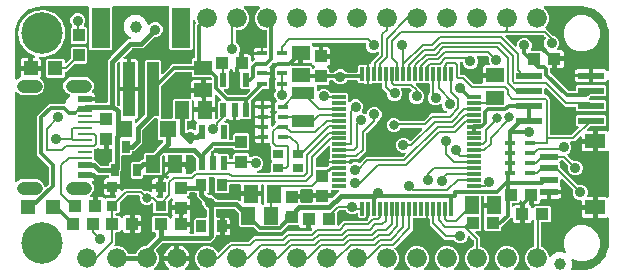
<source format=gbr>
G04 EAGLE Gerber RS-274X export*
G75*
%MOMM*%
%FSLAX34Y34*%
%LPD*%
%INTop Copper*%
%IPPOS*%
%AMOC8*
5,1,8,0,0,1.08239X$1,22.5*%
G01*
%ADD10R,1.240000X1.500000*%
%ADD11R,1.000000X1.075000*%
%ADD12R,1.200000X1.200000*%
%ADD13R,1.075000X1.000000*%
%ADD14C,1.000000*%
%ADD15R,0.900000X0.900000*%
%ADD16C,3.516000*%
%ADD17R,0.550000X1.200000*%
%ADD18C,1.676400*%
%ADD19R,1.000000X4.600000*%
%ADD20R,1.600000X3.400000*%
%ADD21R,1.500000X1.240000*%
%ADD22R,1.900000X1.100000*%
%ADD23R,0.850000X1.000000*%
%ADD24R,2.200000X0.600000*%
%ADD25R,1.400000X1.400000*%
%ADD26R,0.635000X1.016000*%
%ADD27R,0.900000X0.450000*%
%ADD28R,1.143000X0.304800*%
%ADD29R,0.304800X1.143000*%
%ADD30R,1.550000X0.600000*%
%ADD31R,1.800000X1.200000*%
%ADD32R,1.150000X0.575000*%
%ADD33R,1.150000X0.275000*%
%ADD34C,1.108000*%
%ADD35R,0.900000X0.750000*%
%ADD36C,0.906400*%
%ADD37C,0.254000*%
%ADD38C,0.800100*%
%ADD39C,0.806400*%
%ADD40C,0.304800*%
%ADD41C,0.203200*%
%ADD42C,0.406400*%

G36*
X28447Y72915D02*
X28447Y72915D01*
X28560Y72912D01*
X28589Y72919D01*
X28618Y72920D01*
X28726Y72955D01*
X28835Y72984D01*
X28861Y72999D01*
X28889Y73008D01*
X28952Y73053D01*
X29080Y73129D01*
X29123Y73175D01*
X29162Y73203D01*
X31325Y75366D01*
X31377Y75436D01*
X31437Y75499D01*
X31463Y75549D01*
X31496Y75593D01*
X31527Y75675D01*
X31567Y75753D01*
X31575Y75800D01*
X31597Y75859D01*
X31609Y76006D01*
X31622Y76084D01*
X31622Y89651D01*
X31610Y89738D01*
X31607Y89825D01*
X31590Y89878D01*
X31582Y89933D01*
X31547Y90013D01*
X31520Y90096D01*
X31492Y90135D01*
X31466Y90192D01*
X31370Y90306D01*
X31325Y90369D01*
X21462Y100232D01*
X21462Y133448D01*
X31652Y143638D01*
X44564Y143638D01*
X44622Y143646D01*
X44680Y143644D01*
X44762Y143666D01*
X44846Y143678D01*
X44899Y143701D01*
X44955Y143716D01*
X45028Y143759D01*
X45105Y143794D01*
X45150Y143832D01*
X45200Y143861D01*
X45258Y143923D01*
X45322Y143977D01*
X45354Y144026D01*
X45394Y144069D01*
X45433Y144144D01*
X45480Y144214D01*
X45497Y144270D01*
X45524Y144322D01*
X45535Y144390D01*
X45565Y144485D01*
X45568Y144585D01*
X45579Y144653D01*
X45579Y145622D01*
X46461Y147750D01*
X48090Y149379D01*
X48969Y149743D01*
X48994Y149758D01*
X49022Y149767D01*
X49116Y149830D01*
X49214Y149888D01*
X49234Y149909D01*
X49258Y149925D01*
X49331Y150012D01*
X49409Y150094D01*
X49422Y150120D01*
X49441Y150143D01*
X49487Y150247D01*
X49539Y150347D01*
X49545Y150376D01*
X49557Y150403D01*
X49572Y150515D01*
X49594Y150626D01*
X49592Y150655D01*
X49596Y150684D01*
X49579Y150796D01*
X49570Y150909D01*
X49559Y150937D01*
X49555Y150966D01*
X49508Y151069D01*
X49468Y151175D01*
X49450Y151198D01*
X49438Y151225D01*
X49365Y151311D01*
X49296Y151401D01*
X49273Y151419D01*
X49254Y151441D01*
X49187Y151483D01*
X49068Y151571D01*
X49010Y151594D01*
X48969Y151619D01*
X46684Y152566D01*
X44626Y154624D01*
X43511Y157314D01*
X43511Y160226D01*
X44626Y162916D01*
X46684Y164974D01*
X49374Y166089D01*
X63366Y166089D01*
X66056Y164974D01*
X68114Y162916D01*
X69229Y160226D01*
X69229Y157314D01*
X68115Y154624D01*
X68085Y154595D01*
X68061Y154563D01*
X68032Y154537D01*
X67976Y154450D01*
X67914Y154367D01*
X67900Y154331D01*
X67879Y154298D01*
X67849Y154198D01*
X67813Y154102D01*
X67809Y154063D01*
X67798Y154025D01*
X67798Y153921D01*
X67789Y153818D01*
X67797Y153780D01*
X67796Y153741D01*
X67824Y153641D01*
X67845Y153540D01*
X67863Y153505D01*
X67873Y153467D01*
X67928Y153379D01*
X67976Y153287D01*
X68003Y153259D01*
X68023Y153226D01*
X68100Y153156D01*
X68172Y153081D01*
X68205Y153061D01*
X68234Y153035D01*
X68305Y153003D01*
X68417Y152937D01*
X68489Y152919D01*
X68540Y152896D01*
X68851Y152813D01*
X69430Y152478D01*
X69903Y152005D01*
X70238Y151426D01*
X70411Y150779D01*
X70411Y149007D01*
X62542Y149007D01*
X62484Y148999D01*
X62425Y149000D01*
X62344Y148979D01*
X62260Y148967D01*
X62207Y148943D01*
X62150Y148928D01*
X62078Y148885D01*
X62001Y148851D01*
X61956Y148813D01*
X61906Y148783D01*
X61848Y148721D01*
X61784Y148667D01*
X61751Y148618D01*
X61711Y148576D01*
X61673Y148501D01*
X61626Y148430D01*
X61609Y148375D01*
X61582Y148323D01*
X61571Y148255D01*
X61540Y148159D01*
X61538Y148060D01*
X61526Y147992D01*
X61526Y147148D01*
X61535Y147091D01*
X61533Y147032D01*
X61554Y146950D01*
X61566Y146867D01*
X61590Y146814D01*
X61605Y146757D01*
X61648Y146685D01*
X61683Y146608D01*
X61720Y146563D01*
X61750Y146513D01*
X61812Y146455D01*
X61866Y146391D01*
X61915Y146358D01*
X61958Y146318D01*
X62033Y146280D01*
X62103Y146233D01*
X62159Y146215D01*
X62211Y146189D01*
X62279Y146177D01*
X62374Y146147D01*
X62474Y146145D01*
X62542Y146133D01*
X70411Y146133D01*
X70411Y145457D01*
X70419Y145399D01*
X70417Y145341D01*
X70439Y145259D01*
X70451Y145175D01*
X70474Y145122D01*
X70489Y145066D01*
X70532Y144993D01*
X70567Y144916D01*
X70605Y144871D01*
X70634Y144821D01*
X70696Y144763D01*
X70750Y144699D01*
X70799Y144667D01*
X70842Y144627D01*
X70917Y144588D01*
X70987Y144541D01*
X71043Y144524D01*
X71095Y144497D01*
X71163Y144486D01*
X71258Y144456D01*
X71358Y144453D01*
X71426Y144442D01*
X80264Y144442D01*
X80322Y144450D01*
X80380Y144448D01*
X80462Y144470D01*
X80546Y144482D01*
X80599Y144505D01*
X80655Y144520D01*
X80728Y144563D01*
X80805Y144598D01*
X80850Y144636D01*
X80900Y144665D01*
X80958Y144727D01*
X81022Y144781D01*
X81054Y144830D01*
X81094Y144873D01*
X81133Y144948D01*
X81180Y145018D01*
X81197Y145074D01*
X81224Y145126D01*
X81235Y145194D01*
X81265Y145289D01*
X81268Y145389D01*
X81279Y145457D01*
X81279Y180648D01*
X83809Y183178D01*
X98752Y198121D01*
X99681Y198121D01*
X99700Y198123D01*
X99720Y198121D01*
X99841Y198143D01*
X99962Y198161D01*
X99980Y198169D01*
X99999Y198172D01*
X100110Y198227D01*
X100222Y198277D01*
X100237Y198289D01*
X100254Y198298D01*
X100345Y198381D01*
X100439Y198460D01*
X100450Y198477D01*
X100464Y198490D01*
X100528Y198595D01*
X100596Y198697D01*
X100602Y198716D01*
X100612Y198732D01*
X100645Y198851D01*
X100682Y198968D01*
X100683Y198988D01*
X100688Y199007D01*
X100686Y199129D01*
X100689Y199252D01*
X100684Y199271D01*
X100684Y199291D01*
X100649Y199409D01*
X100618Y199527D01*
X100608Y199544D01*
X100602Y199563D01*
X100535Y199666D01*
X100472Y199772D01*
X100458Y199785D01*
X100447Y199802D01*
X100391Y199848D01*
X100265Y199966D01*
X100220Y199990D01*
X100188Y200015D01*
X97454Y201594D01*
X94774Y206235D01*
X94774Y211595D01*
X97454Y216236D01*
X102095Y218916D01*
X107455Y218916D01*
X112096Y216236D01*
X114776Y211595D01*
X114776Y211241D01*
X114780Y211212D01*
X114777Y211183D01*
X114800Y211072D01*
X114816Y210960D01*
X114828Y210933D01*
X114833Y210904D01*
X114886Y210804D01*
X114932Y210701D01*
X114951Y210678D01*
X114964Y210652D01*
X115042Y210570D01*
X115115Y210484D01*
X115140Y210467D01*
X115160Y210446D01*
X115258Y210389D01*
X115352Y210326D01*
X115380Y210317D01*
X115405Y210302D01*
X115515Y210274D01*
X115623Y210240D01*
X115653Y210239D01*
X115681Y210232D01*
X115794Y210236D01*
X115907Y210233D01*
X115936Y210240D01*
X115965Y210241D01*
X116073Y210276D01*
X116182Y210305D01*
X116208Y210320D01*
X116236Y210329D01*
X116300Y210374D01*
X116427Y210450D01*
X116470Y210496D01*
X116509Y210524D01*
X117710Y211725D01*
X120030Y212686D01*
X122540Y212686D01*
X124860Y211725D01*
X126635Y209950D01*
X127596Y207630D01*
X127596Y205120D01*
X126635Y202800D01*
X124860Y201025D01*
X122540Y200064D01*
X120784Y200064D01*
X120697Y200052D01*
X120610Y200049D01*
X120557Y200032D01*
X120502Y200024D01*
X120423Y199989D01*
X120339Y199962D01*
X120300Y199934D01*
X120243Y199908D01*
X120130Y199812D01*
X120066Y199767D01*
X110798Y190499D01*
X102329Y190499D01*
X102242Y190487D01*
X102155Y190484D01*
X102102Y190467D01*
X102047Y190459D01*
X101968Y190424D01*
X101884Y190397D01*
X101845Y190369D01*
X101788Y190343D01*
X101675Y190247D01*
X101611Y190202D01*
X94723Y183314D01*
X94705Y183290D01*
X94683Y183271D01*
X94620Y183177D01*
X94552Y183087D01*
X94542Y183059D01*
X94525Y183035D01*
X94491Y182927D01*
X94451Y182821D01*
X94448Y182792D01*
X94440Y182764D01*
X94437Y182650D01*
X94427Y182538D01*
X94433Y182509D01*
X94432Y182480D01*
X94461Y182370D01*
X94483Y182259D01*
X94497Y182233D01*
X94504Y182205D01*
X94562Y182107D01*
X94614Y182007D01*
X94634Y181985D01*
X94649Y181960D01*
X94732Y181883D01*
X94810Y181801D01*
X94835Y181786D01*
X94857Y181766D01*
X94958Y181714D01*
X95055Y181657D01*
X95084Y181650D01*
X95110Y181636D01*
X95187Y181623D01*
X95331Y181587D01*
X95393Y181589D01*
X95441Y181581D01*
X97189Y181581D01*
X97189Y158071D01*
X91679Y158071D01*
X91679Y177819D01*
X91675Y177848D01*
X91678Y177877D01*
X91655Y177988D01*
X91639Y178101D01*
X91627Y178127D01*
X91622Y178156D01*
X91570Y178257D01*
X91523Y178360D01*
X91504Y178382D01*
X91491Y178408D01*
X91413Y178491D01*
X91340Y178577D01*
X91315Y178593D01*
X91295Y178615D01*
X91197Y178672D01*
X91103Y178735D01*
X91075Y178743D01*
X91050Y178758D01*
X90940Y178786D01*
X90832Y178820D01*
X90802Y178821D01*
X90774Y178828D01*
X90661Y178825D01*
X90548Y178828D01*
X90519Y178820D01*
X90490Y178819D01*
X90382Y178784D01*
X90273Y178756D01*
X90247Y178741D01*
X90219Y178732D01*
X90156Y178686D01*
X90028Y178611D01*
X89985Y178565D01*
X89946Y178537D01*
X89198Y177789D01*
X89146Y177719D01*
X89086Y177655D01*
X89060Y177606D01*
X89027Y177562D01*
X88996Y177480D01*
X88956Y177402D01*
X88948Y177355D01*
X88926Y177296D01*
X88914Y177148D01*
X88901Y177071D01*
X88901Y143604D01*
X88908Y143555D01*
X88907Y143544D01*
X88911Y143529D01*
X88913Y143517D01*
X88916Y143430D01*
X88933Y143377D01*
X88941Y143322D01*
X88976Y143243D01*
X89003Y143159D01*
X89031Y143120D01*
X89057Y143063D01*
X89153Y142950D01*
X89198Y142886D01*
X89946Y142138D01*
X89970Y142120D01*
X89989Y142098D01*
X90083Y142035D01*
X90173Y141967D01*
X90201Y141957D01*
X90225Y141940D01*
X90333Y141906D01*
X90439Y141866D01*
X90468Y141863D01*
X90496Y141855D01*
X90610Y141852D01*
X90722Y141842D01*
X90751Y141848D01*
X90780Y141847D01*
X90890Y141876D01*
X91001Y141898D01*
X91027Y141912D01*
X91055Y141919D01*
X91153Y141977D01*
X91253Y142029D01*
X91275Y142049D01*
X91300Y142064D01*
X91377Y142147D01*
X91459Y142225D01*
X91474Y142250D01*
X91494Y142272D01*
X91546Y142373D01*
X91603Y142470D01*
X91610Y142499D01*
X91624Y142525D01*
X91637Y142602D01*
X91673Y142746D01*
X91671Y142808D01*
X91679Y142856D01*
X91679Y154009D01*
X98204Y154009D01*
X98262Y154017D01*
X98320Y154015D01*
X98402Y154037D01*
X98485Y154049D01*
X98539Y154073D01*
X98595Y154087D01*
X98668Y154130D01*
X98745Y154165D01*
X98789Y154203D01*
X98840Y154233D01*
X98897Y154294D01*
X98962Y154349D01*
X98994Y154397D01*
X99034Y154440D01*
X99073Y154515D01*
X99119Y154585D01*
X99137Y154641D01*
X99164Y154693D01*
X99175Y154761D01*
X99205Y154856D01*
X99208Y154956D01*
X99219Y155024D01*
X99219Y156041D01*
X99221Y156041D01*
X99221Y155024D01*
X99229Y154966D01*
X99228Y154908D01*
X99249Y154826D01*
X99261Y154743D01*
X99285Y154689D01*
X99299Y154633D01*
X99342Y154560D01*
X99377Y154483D01*
X99415Y154438D01*
X99445Y154388D01*
X99506Y154330D01*
X99561Y154266D01*
X99609Y154234D01*
X99652Y154194D01*
X99727Y154155D01*
X99797Y154109D01*
X99853Y154091D01*
X99905Y154064D01*
X99973Y154053D01*
X100068Y154023D01*
X100168Y154020D01*
X100236Y154009D01*
X106761Y154009D01*
X106761Y132706D01*
X106588Y132059D01*
X106253Y131480D01*
X105780Y131007D01*
X105201Y130672D01*
X104696Y130537D01*
X104633Y130511D01*
X104568Y130493D01*
X104503Y130455D01*
X104435Y130426D01*
X104382Y130383D01*
X104323Y130348D01*
X104272Y130294D01*
X104214Y130246D01*
X104175Y130191D01*
X104129Y130141D01*
X104095Y130074D01*
X104052Y130013D01*
X104030Y129948D01*
X103999Y129888D01*
X103989Y129826D01*
X103961Y129744D01*
X103956Y129630D01*
X103944Y129557D01*
X103944Y128294D01*
X103948Y128265D01*
X103945Y128236D01*
X103968Y128124D01*
X103984Y128012D01*
X103996Y127986D01*
X104001Y127957D01*
X104053Y127856D01*
X104100Y127753D01*
X104119Y127731D01*
X104132Y127705D01*
X104210Y127623D01*
X104283Y127536D01*
X104308Y127520D01*
X104328Y127498D01*
X104426Y127441D01*
X104520Y127378D01*
X104548Y127370D01*
X104573Y127355D01*
X104683Y127327D01*
X104791Y127293D01*
X104821Y127292D01*
X104849Y127285D01*
X104962Y127288D01*
X105075Y127285D01*
X105104Y127293D01*
X105133Y127294D01*
X105241Y127329D01*
X105350Y127357D01*
X105376Y127372D01*
X105404Y127381D01*
X105467Y127427D01*
X105595Y127502D01*
X105638Y127548D01*
X105677Y127576D01*
X112144Y134043D01*
X112196Y134113D01*
X112256Y134177D01*
X112282Y134226D01*
X112315Y134270D01*
X112346Y134352D01*
X112386Y134430D01*
X112394Y134477D01*
X112416Y134536D01*
X112428Y134684D01*
X112441Y134761D01*
X112441Y179777D01*
X113483Y180819D01*
X124957Y180819D01*
X125999Y179777D01*
X125999Y169941D01*
X126003Y169911D01*
X126000Y169882D01*
X126023Y169771D01*
X126039Y169659D01*
X126051Y169632D01*
X126056Y169604D01*
X126108Y169503D01*
X126155Y169400D01*
X126174Y169377D01*
X126187Y169351D01*
X126265Y169269D01*
X126338Y169183D01*
X126363Y169166D01*
X126383Y169145D01*
X126481Y169088D01*
X126575Y169025D01*
X126603Y169016D01*
X126628Y169001D01*
X126738Y168973D01*
X126846Y168939D01*
X126876Y168938D01*
X126904Y168931D01*
X127017Y168935D01*
X127130Y168932D01*
X127159Y168939D01*
X127188Y168940D01*
X127296Y168975D01*
X127405Y169004D01*
X127431Y169019D01*
X127459Y169028D01*
X127522Y169073D01*
X127650Y169149D01*
X127693Y169195D01*
X127732Y169223D01*
X133545Y175036D01*
X135777Y177268D01*
X151631Y177268D01*
X151689Y177276D01*
X151747Y177274D01*
X151829Y177296D01*
X151913Y177308D01*
X151966Y177331D01*
X152022Y177346D01*
X152095Y177389D01*
X152172Y177424D01*
X152217Y177462D01*
X152267Y177491D01*
X152325Y177553D01*
X152389Y177607D01*
X152421Y177656D01*
X152461Y177699D01*
X152500Y177774D01*
X152547Y177844D01*
X152564Y177900D01*
X152591Y177952D01*
X152602Y178020D01*
X152632Y178115D01*
X152635Y178215D01*
X152646Y178283D01*
X152646Y180902D01*
X153688Y181944D01*
X154432Y181944D01*
X154490Y181952D01*
X154548Y181950D01*
X154630Y181972D01*
X154714Y181984D01*
X154767Y182007D01*
X154823Y182022D01*
X154896Y182065D01*
X154973Y182100D01*
X155018Y182138D01*
X155068Y182167D01*
X155126Y182229D01*
X155190Y182283D01*
X155222Y182332D01*
X155262Y182375D01*
X155301Y182450D01*
X155348Y182520D01*
X155365Y182576D01*
X155392Y182628D01*
X155403Y182696D01*
X155433Y182791D01*
X155436Y182891D01*
X155447Y182959D01*
X155447Y210918D01*
X155476Y210946D01*
X155477Y210948D01*
X155478Y210949D01*
X155563Y211062D01*
X155646Y211173D01*
X155647Y211175D01*
X155648Y211176D01*
X155699Y211311D01*
X155748Y211439D01*
X155748Y211441D01*
X155748Y211442D01*
X155760Y211585D01*
X155771Y211722D01*
X155771Y211724D01*
X155771Y211726D01*
X155768Y211741D01*
X155758Y211786D01*
X155759Y211799D01*
X155747Y211844D01*
X155715Y212001D01*
X155701Y212028D01*
X155696Y212053D01*
X154952Y213848D01*
X154908Y213922D01*
X154873Y214001D01*
X154836Y214044D01*
X154807Y214093D01*
X154745Y214152D01*
X154689Y214218D01*
X154642Y214249D01*
X154601Y214288D01*
X154524Y214328D01*
X154453Y214375D01*
X154399Y214392D01*
X154348Y214419D01*
X154264Y214435D01*
X154182Y214461D01*
X154125Y214463D01*
X154069Y214474D01*
X153984Y214466D01*
X153898Y214468D01*
X153843Y214454D01*
X153786Y214449D01*
X153705Y214418D01*
X153623Y214397D01*
X153574Y214368D01*
X153521Y214347D01*
X153452Y214295D01*
X153378Y214251D01*
X153339Y214210D01*
X153294Y214175D01*
X153242Y214107D01*
X153184Y214044D01*
X153158Y213993D01*
X153124Y213948D01*
X153093Y213867D01*
X153054Y213791D01*
X153046Y213742D01*
X153023Y213682D01*
X153012Y213537D01*
X152999Y213460D01*
X152999Y190303D01*
X151957Y189261D01*
X134483Y189261D01*
X133441Y190303D01*
X133441Y225044D01*
X133433Y225102D01*
X133435Y225160D01*
X133413Y225242D01*
X133401Y225326D01*
X133378Y225379D01*
X133363Y225435D01*
X133320Y225508D01*
X133285Y225585D01*
X133247Y225630D01*
X133218Y225680D01*
X133156Y225738D01*
X133102Y225802D01*
X133053Y225834D01*
X133010Y225874D01*
X132935Y225913D01*
X132865Y225960D01*
X132809Y225977D01*
X132757Y226004D01*
X132689Y226015D01*
X132594Y226045D01*
X132494Y226048D01*
X132426Y226059D01*
X86014Y226059D01*
X85956Y226051D01*
X85898Y226053D01*
X85816Y226031D01*
X85732Y226019D01*
X85679Y225996D01*
X85623Y225981D01*
X85550Y225938D01*
X85473Y225903D01*
X85428Y225865D01*
X85378Y225836D01*
X85320Y225774D01*
X85256Y225720D01*
X85224Y225671D01*
X85184Y225628D01*
X85145Y225553D01*
X85098Y225483D01*
X85081Y225427D01*
X85054Y225375D01*
X85043Y225307D01*
X85013Y225212D01*
X85010Y225112D01*
X84999Y225044D01*
X84999Y190303D01*
X83957Y189261D01*
X66483Y189261D01*
X65441Y190303D01*
X65441Y225044D01*
X65433Y225102D01*
X65435Y225160D01*
X65413Y225242D01*
X65401Y225326D01*
X65378Y225379D01*
X65363Y225435D01*
X65320Y225508D01*
X65285Y225585D01*
X65247Y225630D01*
X65218Y225680D01*
X65156Y225738D01*
X65102Y225802D01*
X65053Y225834D01*
X65010Y225874D01*
X64935Y225913D01*
X64865Y225960D01*
X64809Y225977D01*
X64757Y226004D01*
X64689Y226015D01*
X64594Y226045D01*
X64494Y226048D01*
X64426Y226059D01*
X25400Y226059D01*
X25356Y226053D01*
X25320Y226056D01*
X21903Y225787D01*
X21745Y225752D01*
X21669Y225741D01*
X15169Y223629D01*
X14914Y223504D01*
X14900Y223491D01*
X14886Y223485D01*
X9357Y219467D01*
X9153Y219270D01*
X9144Y219254D01*
X9133Y219243D01*
X5115Y213714D01*
X4982Y213463D01*
X4978Y213444D01*
X4971Y213431D01*
X2859Y206931D01*
X2843Y206838D01*
X2823Y206774D01*
X2822Y206732D01*
X2813Y206697D01*
X2544Y203280D01*
X2547Y203235D01*
X2541Y203200D01*
X2541Y165082D01*
X2545Y165053D01*
X2542Y165024D01*
X2565Y164912D01*
X2581Y164800D01*
X2593Y164774D01*
X2598Y164745D01*
X2651Y164644D01*
X2697Y164541D01*
X2716Y164519D01*
X2729Y164493D01*
X2807Y164410D01*
X2880Y164324D01*
X2905Y164308D01*
X2925Y164287D01*
X3023Y164229D01*
X3117Y164166D01*
X3145Y164158D01*
X3170Y164143D01*
X3280Y164115D01*
X3388Y164081D01*
X3418Y164080D01*
X3446Y164073D01*
X3559Y164076D01*
X3672Y164073D01*
X3701Y164081D01*
X3730Y164082D01*
X3838Y164117D01*
X3947Y164145D01*
X3973Y164160D01*
X4001Y164169D01*
X4065Y164215D01*
X4192Y164290D01*
X4235Y164336D01*
X4274Y164364D01*
X4884Y164975D01*
X6885Y165803D01*
X6999Y165871D01*
X7117Y165938D01*
X7122Y165943D01*
X7129Y165948D01*
X7221Y166045D01*
X7315Y166141D01*
X7319Y166148D01*
X7325Y166154D01*
X7386Y166273D01*
X7449Y166392D01*
X7451Y166400D01*
X7455Y166407D01*
X7481Y166538D01*
X7509Y166670D01*
X7508Y166677D01*
X7510Y166686D01*
X7485Y166969D01*
X7478Y166988D01*
X7477Y167004D01*
X7409Y167256D01*
X7409Y171559D01*
X14934Y171559D01*
X14992Y171567D01*
X15050Y171565D01*
X15132Y171587D01*
X15215Y171599D01*
X15269Y171623D01*
X15325Y171637D01*
X15398Y171680D01*
X15475Y171715D01*
X15519Y171753D01*
X15570Y171783D01*
X15627Y171844D01*
X15692Y171899D01*
X15724Y171947D01*
X15764Y171990D01*
X15803Y172065D01*
X15849Y172135D01*
X15867Y172191D01*
X15894Y172243D01*
X15905Y172311D01*
X15935Y172406D01*
X15938Y172506D01*
X15949Y172574D01*
X15949Y173591D01*
X15951Y173591D01*
X15951Y172574D01*
X15959Y172516D01*
X15958Y172458D01*
X15979Y172376D01*
X15991Y172293D01*
X16015Y172239D01*
X16029Y172183D01*
X16072Y172110D01*
X16107Y172033D01*
X16145Y171988D01*
X16175Y171938D01*
X16236Y171880D01*
X16291Y171816D01*
X16339Y171784D01*
X16382Y171744D01*
X16457Y171705D01*
X16527Y171659D01*
X16583Y171641D01*
X16635Y171614D01*
X16703Y171603D01*
X16798Y171573D01*
X16898Y171570D01*
X16966Y171559D01*
X24491Y171559D01*
X24491Y167256D01*
X24318Y166609D01*
X24086Y166208D01*
X24061Y166145D01*
X24026Y166086D01*
X24008Y166014D01*
X23980Y165945D01*
X23973Y165877D01*
X23956Y165811D01*
X23958Y165736D01*
X23951Y165662D01*
X23963Y165595D01*
X23965Y165527D01*
X23988Y165456D01*
X24001Y165382D01*
X24032Y165321D01*
X24053Y165256D01*
X24089Y165205D01*
X24127Y165127D01*
X24204Y165043D01*
X24247Y164983D01*
X26315Y162916D01*
X27429Y160226D01*
X27429Y157314D01*
X26314Y154624D01*
X24256Y152566D01*
X21566Y151451D01*
X7574Y151451D01*
X4884Y152565D01*
X4274Y153176D01*
X4250Y153194D01*
X4231Y153216D01*
X4137Y153279D01*
X4047Y153347D01*
X4019Y153357D01*
X3995Y153374D01*
X3887Y153408D01*
X3781Y153448D01*
X3752Y153450D01*
X3724Y153459D01*
X3610Y153462D01*
X3498Y153472D01*
X3469Y153466D01*
X3440Y153467D01*
X3330Y153438D01*
X3219Y153416D01*
X3193Y153402D01*
X3165Y153395D01*
X3067Y153337D01*
X2967Y153285D01*
X2945Y153264D01*
X2920Y153250D01*
X2843Y153167D01*
X2761Y153089D01*
X2746Y153064D01*
X2726Y153042D01*
X2674Y152941D01*
X2617Y152844D01*
X2610Y152815D01*
X2596Y152789D01*
X2583Y152712D01*
X2547Y152568D01*
X2549Y152506D01*
X2541Y152458D01*
X2541Y78682D01*
X2545Y78653D01*
X2542Y78624D01*
X2548Y78595D01*
X2547Y78568D01*
X2568Y78489D01*
X2581Y78400D01*
X2593Y78374D01*
X2598Y78345D01*
X2613Y78316D01*
X2619Y78293D01*
X2658Y78228D01*
X2697Y78141D01*
X2716Y78119D01*
X2729Y78093D01*
X2753Y78067D01*
X2764Y78049D01*
X2816Y78001D01*
X2880Y77924D01*
X2905Y77908D01*
X2925Y77887D01*
X2957Y77868D01*
X2972Y77854D01*
X3031Y77824D01*
X3117Y77766D01*
X3145Y77758D01*
X3170Y77743D01*
X3209Y77733D01*
X3225Y77725D01*
X3273Y77717D01*
X3280Y77715D01*
X3388Y77681D01*
X3418Y77680D01*
X3446Y77673D01*
X3521Y77675D01*
X3556Y77669D01*
X3558Y77669D01*
X3601Y77675D01*
X3672Y77673D01*
X3701Y77681D01*
X3730Y77682D01*
X3795Y77703D01*
X3840Y77709D01*
X3884Y77729D01*
X3947Y77745D01*
X3973Y77760D01*
X4001Y77769D01*
X4045Y77801D01*
X4099Y77825D01*
X4140Y77860D01*
X4192Y77890D01*
X4235Y77936D01*
X4274Y77964D01*
X4884Y78575D01*
X7574Y79689D01*
X21566Y79689D01*
X24256Y78574D01*
X26314Y76516D01*
X27446Y73784D01*
X27453Y73751D01*
X27469Y73639D01*
X27481Y73612D01*
X27486Y73583D01*
X27539Y73483D01*
X27585Y73380D01*
X27604Y73357D01*
X27617Y73331D01*
X27695Y73249D01*
X27768Y73163D01*
X27793Y73146D01*
X27813Y73125D01*
X27911Y73068D01*
X28005Y73005D01*
X28033Y72996D01*
X28058Y72981D01*
X28168Y72954D01*
X28276Y72919D01*
X28306Y72918D01*
X28334Y72911D01*
X28447Y72915D01*
G37*
G36*
X482644Y2547D02*
X482644Y2547D01*
X482680Y2544D01*
X486097Y2813D01*
X486255Y2848D01*
X486331Y2859D01*
X492831Y4971D01*
X493086Y5096D01*
X493100Y5109D01*
X493114Y5115D01*
X498643Y9133D01*
X498847Y9330D01*
X498856Y9346D01*
X498867Y9357D01*
X502885Y14886D01*
X503018Y15137D01*
X503022Y15156D01*
X503029Y15169D01*
X505141Y21669D01*
X505169Y21829D01*
X505187Y21903D01*
X505456Y25320D01*
X505453Y25365D01*
X505459Y25400D01*
X505459Y46594D01*
X505454Y46633D01*
X505456Y46672D01*
X505434Y46773D01*
X505419Y46875D01*
X505403Y46911D01*
X505395Y46949D01*
X505346Y47040D01*
X505303Y47135D01*
X505278Y47165D01*
X505259Y47199D01*
X505186Y47273D01*
X505120Y47352D01*
X505087Y47373D01*
X505059Y47401D01*
X504969Y47452D01*
X504883Y47509D01*
X504846Y47521D01*
X504811Y47540D01*
X504711Y47564D01*
X504612Y47595D01*
X504573Y47596D01*
X504535Y47605D01*
X504431Y47600D01*
X504328Y47602D01*
X504290Y47593D01*
X504251Y47591D01*
X504178Y47563D01*
X504053Y47531D01*
X503989Y47493D01*
X503936Y47473D01*
X503901Y47452D01*
X503254Y47279D01*
X495951Y47279D01*
X495951Y54804D01*
X495943Y54862D01*
X495944Y54920D01*
X495923Y55002D01*
X495911Y55085D01*
X495887Y55139D01*
X495873Y55195D01*
X495830Y55268D01*
X495795Y55345D01*
X495757Y55389D01*
X495727Y55440D01*
X495666Y55497D01*
X495611Y55562D01*
X495563Y55594D01*
X495520Y55634D01*
X495445Y55673D01*
X495375Y55719D01*
X495319Y55737D01*
X495267Y55764D01*
X495199Y55775D01*
X495104Y55805D01*
X495004Y55808D01*
X494936Y55819D01*
X493919Y55819D01*
X493919Y55821D01*
X494936Y55821D01*
X494994Y55829D01*
X495052Y55828D01*
X495134Y55849D01*
X495217Y55861D01*
X495271Y55885D01*
X495327Y55899D01*
X495400Y55942D01*
X495477Y55977D01*
X495521Y56015D01*
X495572Y56045D01*
X495629Y56106D01*
X495694Y56161D01*
X495726Y56209D01*
X495766Y56252D01*
X495805Y56327D01*
X495851Y56397D01*
X495869Y56453D01*
X495896Y56505D01*
X495907Y56573D01*
X495937Y56668D01*
X495940Y56768D01*
X495951Y56836D01*
X495951Y64361D01*
X503254Y64361D01*
X503901Y64188D01*
X503936Y64167D01*
X503973Y64152D01*
X504005Y64131D01*
X504104Y64099D01*
X504200Y64061D01*
X504239Y64057D01*
X504276Y64045D01*
X504380Y64042D01*
X504483Y64032D01*
X504521Y64039D01*
X504560Y64038D01*
X504660Y64064D01*
X504762Y64082D01*
X504798Y64100D01*
X504835Y64109D01*
X504924Y64162D01*
X505017Y64208D01*
X505046Y64235D01*
X505080Y64255D01*
X505151Y64330D01*
X505227Y64400D01*
X505248Y64433D01*
X505274Y64462D01*
X505322Y64554D01*
X505376Y64642D01*
X505386Y64680D01*
X505404Y64715D01*
X505417Y64792D01*
X505451Y64917D01*
X505450Y64991D01*
X505459Y65046D01*
X505459Y102594D01*
X505454Y102633D01*
X505456Y102672D01*
X505434Y102773D01*
X505419Y102875D01*
X505403Y102911D01*
X505395Y102949D01*
X505346Y103040D01*
X505303Y103135D01*
X505278Y103165D01*
X505259Y103199D01*
X505186Y103273D01*
X505120Y103352D01*
X505087Y103373D01*
X505059Y103401D01*
X504969Y103452D01*
X504883Y103509D01*
X504846Y103521D01*
X504811Y103540D01*
X504711Y103564D01*
X504612Y103595D01*
X504573Y103596D01*
X504535Y103605D01*
X504431Y103600D01*
X504328Y103602D01*
X504290Y103593D01*
X504251Y103591D01*
X504178Y103563D01*
X504053Y103531D01*
X503989Y103493D01*
X503936Y103473D01*
X503901Y103452D01*
X503254Y103279D01*
X495951Y103279D01*
X495951Y110804D01*
X495943Y110862D01*
X495944Y110920D01*
X495923Y111002D01*
X495911Y111085D01*
X495887Y111139D01*
X495873Y111195D01*
X495830Y111268D01*
X495795Y111345D01*
X495757Y111389D01*
X495727Y111440D01*
X495666Y111497D01*
X495611Y111562D01*
X495563Y111594D01*
X495520Y111634D01*
X495445Y111673D01*
X495375Y111719D01*
X495319Y111737D01*
X495267Y111764D01*
X495199Y111775D01*
X495104Y111805D01*
X495004Y111808D01*
X494936Y111819D01*
X493919Y111819D01*
X493919Y111821D01*
X494936Y111821D01*
X494994Y111829D01*
X495052Y111828D01*
X495134Y111849D01*
X495217Y111861D01*
X495271Y111885D01*
X495327Y111899D01*
X495400Y111942D01*
X495477Y111977D01*
X495521Y112015D01*
X495572Y112045D01*
X495629Y112106D01*
X495694Y112161D01*
X495726Y112209D01*
X495766Y112252D01*
X495805Y112327D01*
X495851Y112397D01*
X495869Y112453D01*
X495896Y112505D01*
X495907Y112573D01*
X495937Y112668D01*
X495940Y112768D01*
X495951Y112836D01*
X495951Y120361D01*
X503254Y120361D01*
X503901Y120188D01*
X503936Y120167D01*
X503973Y120152D01*
X504005Y120131D01*
X504104Y120099D01*
X504200Y120061D01*
X504239Y120057D01*
X504276Y120045D01*
X504380Y120042D01*
X504483Y120032D01*
X504521Y120039D01*
X504560Y120038D01*
X504660Y120064D01*
X504762Y120082D01*
X504798Y120100D01*
X504835Y120109D01*
X504924Y120162D01*
X505017Y120208D01*
X505046Y120235D01*
X505080Y120255D01*
X505151Y120330D01*
X505227Y120400D01*
X505248Y120433D01*
X505274Y120462D01*
X505322Y120554D01*
X505376Y120642D01*
X505386Y120680D01*
X505404Y120715D01*
X505417Y120792D01*
X505451Y120917D01*
X505450Y120991D01*
X505459Y121046D01*
X505459Y163046D01*
X505457Y163065D01*
X505459Y163085D01*
X505437Y163206D01*
X505419Y163327D01*
X505411Y163345D01*
X505408Y163364D01*
X505353Y163475D01*
X505303Y163587D01*
X505291Y163602D01*
X505282Y163619D01*
X505199Y163710D01*
X505120Y163804D01*
X505103Y163815D01*
X505090Y163829D01*
X504985Y163893D01*
X504883Y163961D01*
X504864Y163967D01*
X504848Y163977D01*
X504729Y164010D01*
X504612Y164047D01*
X504592Y164048D01*
X504573Y164053D01*
X504451Y164051D01*
X504328Y164054D01*
X504309Y164049D01*
X504289Y164049D01*
X504171Y164014D01*
X504053Y163983D01*
X504036Y163973D01*
X504017Y163967D01*
X503914Y163900D01*
X503808Y163837D01*
X503795Y163823D01*
X503778Y163812D01*
X503732Y163756D01*
X503614Y163630D01*
X503590Y163585D01*
X503565Y163553D01*
X503218Y162953D01*
X502745Y162480D01*
X502166Y162145D01*
X501519Y161972D01*
X491684Y161972D01*
X491684Y167029D01*
X491676Y167084D01*
X491678Y167128D01*
X491677Y167129D01*
X491678Y167145D01*
X491656Y167227D01*
X491644Y167310D01*
X491621Y167364D01*
X491606Y167420D01*
X491563Y167493D01*
X491554Y167512D01*
X491585Y167558D01*
X491602Y167614D01*
X491629Y167666D01*
X491640Y167734D01*
X491670Y167829D01*
X491673Y167929D01*
X491684Y167997D01*
X491684Y173054D01*
X501519Y173054D01*
X502166Y172881D01*
X502745Y172546D01*
X503218Y172073D01*
X503565Y171473D01*
X503577Y171457D01*
X503585Y171439D01*
X503664Y171346D01*
X503740Y171249D01*
X503756Y171237D01*
X503769Y171222D01*
X503871Y171154D01*
X503970Y171082D01*
X503989Y171076D01*
X504005Y171065D01*
X504122Y171028D01*
X504238Y170986D01*
X504258Y170985D01*
X504276Y170979D01*
X504399Y170976D01*
X504522Y170968D01*
X504541Y170972D01*
X504560Y170972D01*
X504679Y171003D01*
X504799Y171029D01*
X504817Y171038D01*
X504835Y171043D01*
X504941Y171106D01*
X505049Y171165D01*
X505063Y171179D01*
X505080Y171189D01*
X505164Y171278D01*
X505251Y171365D01*
X505261Y171382D01*
X505274Y171396D01*
X505330Y171505D01*
X505390Y171613D01*
X505395Y171632D01*
X505404Y171649D01*
X505416Y171722D01*
X505455Y171889D01*
X505453Y171940D01*
X505459Y171980D01*
X505459Y203200D01*
X505453Y203244D01*
X505456Y203280D01*
X505187Y206697D01*
X505184Y206710D01*
X505185Y206722D01*
X505164Y206800D01*
X505152Y206855D01*
X505141Y206931D01*
X503029Y213431D01*
X502904Y213686D01*
X502891Y213700D01*
X502885Y213714D01*
X498867Y219243D01*
X498670Y219447D01*
X498654Y219456D01*
X498643Y219467D01*
X493114Y223485D01*
X492863Y223618D01*
X492844Y223622D01*
X492831Y223629D01*
X486331Y225741D01*
X486171Y225769D01*
X486097Y225787D01*
X482680Y226056D01*
X482635Y226053D01*
X482600Y226059D01*
X451161Y226059D01*
X451132Y226055D01*
X451103Y226058D01*
X450992Y226035D01*
X450880Y226019D01*
X450853Y226007D01*
X450824Y226002D01*
X450724Y225949D01*
X450620Y225903D01*
X450598Y225884D01*
X450572Y225871D01*
X450490Y225793D01*
X450403Y225720D01*
X450387Y225695D01*
X450366Y225675D01*
X450309Y225577D01*
X450246Y225483D01*
X450237Y225455D01*
X450222Y225430D01*
X450194Y225320D01*
X450160Y225212D01*
X450159Y225182D01*
X450152Y225154D01*
X450156Y225041D01*
X450153Y224928D01*
X450160Y224899D01*
X450161Y224870D01*
X450196Y224762D01*
X450224Y224653D01*
X450239Y224627D01*
X450248Y224599D01*
X450294Y224536D01*
X450370Y224408D01*
X450415Y224365D01*
X450443Y224326D01*
X453114Y221656D01*
X454661Y217921D01*
X454661Y213879D01*
X453114Y210144D01*
X451840Y208871D01*
X451823Y208847D01*
X451800Y208828D01*
X451738Y208734D01*
X451669Y208644D01*
X451659Y208616D01*
X451643Y208592D01*
X451609Y208484D01*
X451568Y208378D01*
X451566Y208349D01*
X451557Y208321D01*
X451554Y208207D01*
X451545Y208095D01*
X451550Y208066D01*
X451550Y208037D01*
X451578Y207927D01*
X451601Y207816D01*
X451614Y207790D01*
X451621Y207762D01*
X451679Y207664D01*
X451731Y207564D01*
X451752Y207542D01*
X451767Y207517D01*
X451849Y207440D01*
X451927Y207358D01*
X451953Y207343D01*
X451974Y207323D01*
X452075Y207271D01*
X452173Y207214D01*
X452201Y207207D01*
X452227Y207193D01*
X452304Y207180D01*
X452448Y207144D01*
X452455Y207144D01*
X458464Y201135D01*
X458489Y201116D01*
X458509Y201093D01*
X458576Y201051D01*
X458692Y200964D01*
X458752Y200941D01*
X458794Y200915D01*
X460633Y200153D01*
X462408Y198378D01*
X463369Y196058D01*
X463369Y193548D01*
X462408Y191228D01*
X462064Y190884D01*
X462046Y190860D01*
X462024Y190841D01*
X461961Y190747D01*
X461893Y190657D01*
X461882Y190629D01*
X461866Y190605D01*
X461832Y190497D01*
X461791Y190391D01*
X461789Y190362D01*
X461780Y190334D01*
X461777Y190221D01*
X461768Y190108D01*
X461774Y190079D01*
X461773Y190050D01*
X461801Y189940D01*
X461824Y189829D01*
X461837Y189803D01*
X461845Y189775D01*
X461902Y189677D01*
X461955Y189577D01*
X461975Y189555D01*
X461990Y189530D01*
X462073Y189453D01*
X462151Y189371D01*
X462176Y189356D01*
X462197Y189336D01*
X462298Y189284D01*
X462396Y189227D01*
X462424Y189220D01*
X462450Y189206D01*
X462528Y189193D01*
X462671Y189157D01*
X462734Y189159D01*
X462781Y189151D01*
X465059Y189151D01*
X465706Y188978D01*
X466285Y188643D01*
X466758Y188170D01*
X467093Y187591D01*
X467266Y186944D01*
X467266Y183641D01*
X460366Y183641D01*
X460308Y183633D01*
X460250Y183634D01*
X460168Y183613D01*
X460085Y183601D01*
X460031Y183577D01*
X459975Y183563D01*
X459902Y183520D01*
X459825Y183485D01*
X459781Y183447D01*
X459730Y183417D01*
X459673Y183356D01*
X459608Y183301D01*
X459576Y183253D01*
X459536Y183210D01*
X459497Y183135D01*
X459451Y183065D01*
X459433Y183009D01*
X459406Y182957D01*
X459395Y182889D01*
X459365Y182794D01*
X459362Y182694D01*
X459351Y182626D01*
X459351Y181609D01*
X458334Y181609D01*
X458276Y181601D01*
X458218Y181602D01*
X458136Y181581D01*
X458053Y181569D01*
X457999Y181545D01*
X457943Y181531D01*
X457870Y181488D01*
X457793Y181453D01*
X457748Y181415D01*
X457698Y181385D01*
X457640Y181324D01*
X457576Y181269D01*
X457544Y181221D01*
X457504Y181178D01*
X457465Y181103D01*
X457419Y181033D01*
X457401Y180977D01*
X457374Y180925D01*
X457363Y180857D01*
X457333Y180762D01*
X457330Y180662D01*
X457319Y180594D01*
X457319Y174069D01*
X456805Y174069D01*
X456747Y174061D01*
X456689Y174063D01*
X456607Y174041D01*
X456523Y174029D01*
X456470Y174006D01*
X456414Y173991D01*
X456341Y173948D01*
X456264Y173913D01*
X456219Y173875D01*
X456169Y173846D01*
X456111Y173784D01*
X456047Y173730D01*
X456015Y173681D01*
X455975Y173638D01*
X455936Y173563D01*
X455889Y173493D01*
X455872Y173437D01*
X455845Y173385D01*
X455834Y173317D01*
X455804Y173222D01*
X455801Y173122D01*
X455790Y173054D01*
X455790Y170064D01*
X455802Y169977D01*
X455803Y169943D01*
X455803Y169941D01*
X455803Y169940D01*
X455805Y169890D01*
X455822Y169837D01*
X455830Y169782D01*
X455865Y169703D01*
X455875Y169666D01*
X455880Y169657D01*
X455892Y169619D01*
X455920Y169580D01*
X455946Y169523D01*
X455993Y169467D01*
X456020Y169421D01*
X456060Y169384D01*
X456087Y169346D01*
X470830Y154603D01*
X470899Y154551D01*
X470963Y154491D01*
X471013Y154465D01*
X471057Y154432D01*
X471139Y154401D01*
X471217Y154361D01*
X471264Y154353D01*
X471323Y154331D01*
X471470Y154319D01*
X471548Y154306D01*
X476391Y154306D01*
X476449Y154314D01*
X476507Y154312D01*
X476589Y154334D01*
X476673Y154346D01*
X476726Y154369D01*
X476782Y154384D01*
X476855Y154427D01*
X476932Y154462D01*
X476977Y154500D01*
X477027Y154529D01*
X477085Y154591D01*
X477149Y154645D01*
X477181Y154694D01*
X477221Y154737D01*
X477260Y154812D01*
X477307Y154882D01*
X477324Y154938D01*
X477351Y154990D01*
X477362Y155058D01*
X477392Y155153D01*
X477395Y155253D01*
X477406Y155321D01*
X477406Y158550D01*
X478448Y159592D01*
X501922Y159592D01*
X502964Y158550D01*
X502964Y151076D01*
X501922Y150034D01*
X490498Y150034D01*
X490411Y150022D01*
X490324Y150019D01*
X490271Y150002D01*
X490216Y149994D01*
X490136Y149959D01*
X490053Y149932D01*
X490014Y149904D01*
X489957Y149878D01*
X489844Y149782D01*
X489780Y149737D01*
X488668Y148625D01*
X488650Y148601D01*
X488628Y148582D01*
X488565Y148488D01*
X488497Y148398D01*
X488486Y148370D01*
X488470Y148346D01*
X488436Y148238D01*
X488396Y148132D01*
X488393Y148103D01*
X488384Y148075D01*
X488381Y147961D01*
X488372Y147849D01*
X488378Y147820D01*
X488377Y147791D01*
X488406Y147681D01*
X488428Y147570D01*
X488441Y147544D01*
X488449Y147516D01*
X488506Y147418D01*
X488559Y147318D01*
X488579Y147296D01*
X488594Y147271D01*
X488677Y147194D01*
X488755Y147112D01*
X488780Y147097D01*
X488801Y147077D01*
X488902Y147025D01*
X489000Y146968D01*
X489028Y146961D01*
X489054Y146947D01*
X489132Y146934D01*
X489275Y146898D01*
X489338Y146900D01*
X489386Y146892D01*
X501922Y146892D01*
X502964Y145850D01*
X502964Y138376D01*
X501922Y137334D01*
X478448Y137334D01*
X477406Y138376D01*
X477406Y140208D01*
X477398Y140266D01*
X477400Y140324D01*
X477378Y140406D01*
X477366Y140490D01*
X477343Y140543D01*
X477328Y140599D01*
X477285Y140672D01*
X477250Y140749D01*
X477212Y140794D01*
X477183Y140844D01*
X477121Y140902D01*
X477067Y140966D01*
X477018Y140998D01*
X476975Y141038D01*
X476900Y141077D01*
X476830Y141124D01*
X476774Y141141D01*
X476722Y141168D01*
X476654Y141179D01*
X476559Y141209D01*
X476459Y141212D01*
X476391Y141223D01*
X468234Y141223D01*
X452697Y156761D01*
X452673Y156778D01*
X452654Y156801D01*
X452560Y156864D01*
X452470Y156932D01*
X452442Y156942D01*
X452418Y156958D01*
X452310Y156993D01*
X452204Y157033D01*
X452175Y157035D01*
X452147Y157044D01*
X452033Y157047D01*
X451921Y157056D01*
X451892Y157051D01*
X451863Y157051D01*
X451753Y157023D01*
X451642Y157001D01*
X451616Y156987D01*
X451588Y156980D01*
X451490Y156922D01*
X451390Y156870D01*
X451368Y156849D01*
X451343Y156834D01*
X451266Y156752D01*
X451184Y156674D01*
X451169Y156648D01*
X451149Y156627D01*
X451097Y156526D01*
X451040Y156429D01*
X451033Y156400D01*
X451019Y156374D01*
X451006Y156296D01*
X450970Y156153D01*
X450972Y156091D01*
X450964Y156043D01*
X450964Y151717D01*
X450970Y151669D01*
X450970Y151666D01*
X450972Y151662D01*
X450972Y151659D01*
X450970Y151601D01*
X450992Y151519D01*
X451004Y151435D01*
X451027Y151382D01*
X451042Y151326D01*
X451085Y151253D01*
X451120Y151176D01*
X451158Y151131D01*
X451187Y151081D01*
X451249Y151023D01*
X451303Y150959D01*
X451352Y150927D01*
X451395Y150887D01*
X451470Y150848D01*
X451540Y150801D01*
X451596Y150784D01*
X451648Y150757D01*
X451716Y150746D01*
X451811Y150716D01*
X451911Y150713D01*
X451979Y150702D01*
X452770Y150702D01*
X454704Y148767D01*
X455550Y147922D01*
X455550Y118410D01*
X455558Y118352D01*
X455556Y118294D01*
X455578Y118212D01*
X455590Y118128D01*
X455613Y118075D01*
X455628Y118019D01*
X455671Y117946D01*
X455706Y117869D01*
X455744Y117824D01*
X455773Y117774D01*
X455835Y117716D01*
X455889Y117652D01*
X455938Y117620D01*
X455981Y117580D01*
X456056Y117541D01*
X456126Y117494D01*
X456182Y117477D01*
X456234Y117450D01*
X456302Y117439D01*
X456397Y117409D01*
X456497Y117406D01*
X456565Y117395D01*
X473794Y117395D01*
X473880Y117407D01*
X473968Y117410D01*
X474021Y117427D01*
X474075Y117435D01*
X474155Y117470D01*
X474238Y117497D01*
X474278Y117525D01*
X474335Y117551D01*
X474448Y117647D01*
X474512Y117692D01*
X479721Y122901D01*
X479738Y122925D01*
X479761Y122944D01*
X479824Y123038D01*
X479892Y123128D01*
X479902Y123156D01*
X479918Y123180D01*
X479953Y123288D01*
X479993Y123394D01*
X479995Y123423D01*
X480004Y123451D01*
X480007Y123565D01*
X480016Y123677D01*
X480011Y123706D01*
X480011Y123735D01*
X479983Y123845D01*
X479961Y123956D01*
X479947Y123982D01*
X479940Y124010D01*
X479882Y124108D01*
X479830Y124208D01*
X479809Y124230D01*
X479794Y124255D01*
X479712Y124332D01*
X479634Y124414D01*
X479608Y124429D01*
X479587Y124449D01*
X479486Y124501D01*
X479389Y124558D01*
X479360Y124565D01*
X479334Y124579D01*
X479257Y124592D01*
X479113Y124628D01*
X479051Y124626D01*
X479003Y124634D01*
X478448Y124634D01*
X477406Y125676D01*
X477406Y133150D01*
X478448Y134192D01*
X501922Y134192D01*
X502964Y133150D01*
X502964Y125676D01*
X501922Y124634D01*
X489779Y124634D01*
X489693Y124622D01*
X489605Y124619D01*
X489552Y124602D01*
X489498Y124594D01*
X489418Y124559D01*
X489335Y124532D01*
X489295Y124504D01*
X489238Y124478D01*
X489125Y124382D01*
X489061Y124337D01*
X486818Y122094D01*
X486801Y122070D01*
X486778Y122051D01*
X486715Y121957D01*
X486647Y121867D01*
X486637Y121839D01*
X486621Y121815D01*
X486586Y121707D01*
X486546Y121601D01*
X486544Y121572D01*
X486535Y121544D01*
X486532Y121430D01*
X486523Y121318D01*
X486528Y121289D01*
X486528Y121260D01*
X486556Y121150D01*
X486578Y121039D01*
X486592Y121013D01*
X486599Y120985D01*
X486657Y120887D01*
X486709Y120787D01*
X486730Y120765D01*
X486745Y120740D01*
X486827Y120663D01*
X486905Y120581D01*
X486931Y120566D01*
X486952Y120546D01*
X487053Y120494D01*
X487150Y120437D01*
X487179Y120430D01*
X487205Y120416D01*
X487282Y120403D01*
X487426Y120367D01*
X487488Y120369D01*
X487536Y120361D01*
X491889Y120361D01*
X491889Y113851D01*
X482379Y113851D01*
X482379Y115204D01*
X482375Y115233D01*
X482378Y115262D01*
X482355Y115373D01*
X482339Y115485D01*
X482327Y115512D01*
X482322Y115541D01*
X482270Y115641D01*
X482223Y115745D01*
X482204Y115767D01*
X482191Y115793D01*
X482113Y115875D01*
X482040Y115962D01*
X482015Y115978D01*
X481995Y115999D01*
X481897Y116057D01*
X481803Y116119D01*
X481775Y116128D01*
X481750Y116143D01*
X481640Y116171D01*
X481532Y116205D01*
X481502Y116206D01*
X481474Y116213D01*
X481361Y116210D01*
X481248Y116212D01*
X481219Y116205D01*
X481190Y116204D01*
X481082Y116169D01*
X480973Y116141D01*
X480947Y116126D01*
X480919Y116117D01*
X480856Y116071D01*
X480728Y115995D01*
X480685Y115950D01*
X480646Y115922D01*
X476530Y111805D01*
X473587Y111805D01*
X473473Y111789D01*
X473359Y111779D01*
X473333Y111769D01*
X473306Y111765D01*
X473201Y111718D01*
X473094Y111677D01*
X473072Y111661D01*
X473046Y111649D01*
X472959Y111575D01*
X472867Y111506D01*
X472850Y111483D01*
X472829Y111466D01*
X472766Y111370D01*
X472697Y111278D01*
X472687Y111252D01*
X472672Y111229D01*
X472637Y111119D01*
X472596Y111012D01*
X472594Y110984D01*
X472586Y110958D01*
X472583Y110843D01*
X472574Y110729D01*
X472579Y110704D01*
X472579Y110674D01*
X472646Y110417D01*
X472649Y110401D01*
X473671Y107935D01*
X473671Y105425D01*
X472710Y103105D01*
X470930Y101325D01*
X470848Y101277D01*
X470746Y101224D01*
X470726Y101205D01*
X470702Y101191D01*
X470624Y101107D01*
X470540Y101028D01*
X470526Y101004D01*
X470507Y100984D01*
X470455Y100882D01*
X470397Y100783D01*
X470390Y100756D01*
X470377Y100731D01*
X470355Y100619D01*
X470326Y100507D01*
X470327Y100480D01*
X470322Y100452D01*
X470332Y100338D01*
X470335Y100223D01*
X470344Y100197D01*
X470346Y100169D01*
X470388Y100062D01*
X470423Y99953D01*
X470437Y99932D01*
X470448Y99904D01*
X470610Y99691D01*
X470618Y99679D01*
X470620Y99677D01*
X474596Y95701D01*
X474597Y95700D01*
X474598Y95699D01*
X474714Y95613D01*
X474823Y95530D01*
X474824Y95530D01*
X474826Y95529D01*
X474956Y95480D01*
X475089Y95429D01*
X475090Y95429D01*
X475092Y95429D01*
X475230Y95417D01*
X475372Y95406D01*
X475374Y95406D01*
X475375Y95406D01*
X475390Y95409D01*
X475651Y95462D01*
X475678Y95476D01*
X475702Y95481D01*
X475856Y95545D01*
X478366Y95545D01*
X480686Y94584D01*
X482461Y92809D01*
X483421Y90489D01*
X483421Y87979D01*
X482461Y85659D01*
X480686Y83884D01*
X478366Y82923D01*
X475855Y82923D01*
X473536Y83884D01*
X471761Y85659D01*
X470800Y87979D01*
X470800Y90489D01*
X470864Y90643D01*
X470864Y90644D01*
X470865Y90645D01*
X470898Y90777D01*
X470934Y90918D01*
X470934Y90919D01*
X470935Y90921D01*
X470930Y91062D01*
X470926Y91202D01*
X470926Y91203D01*
X470926Y91205D01*
X470882Y91341D01*
X470840Y91473D01*
X470839Y91474D01*
X470838Y91476D01*
X470829Y91488D01*
X470681Y91709D01*
X470658Y91729D01*
X470643Y91749D01*
X466664Y95728D01*
X466595Y95780D01*
X466531Y95840D01*
X466481Y95866D01*
X466437Y95899D01*
X466356Y95930D01*
X466278Y95970D01*
X466230Y95978D01*
X466172Y96000D01*
X466024Y96012D01*
X465947Y96025D01*
X465464Y96025D01*
X465406Y96017D01*
X465348Y96019D01*
X465266Y95997D01*
X465182Y95985D01*
X465129Y95962D01*
X465073Y95947D01*
X465000Y95904D01*
X464923Y95869D01*
X464878Y95831D01*
X464828Y95802D01*
X464770Y95740D01*
X464706Y95686D01*
X464674Y95637D01*
X464634Y95594D01*
X464595Y95519D01*
X464548Y95449D01*
X464531Y95393D01*
X464504Y95341D01*
X464493Y95273D01*
X464463Y95178D01*
X464461Y95095D01*
X463903Y94538D01*
X463868Y94491D01*
X463826Y94451D01*
X463783Y94378D01*
X463733Y94311D01*
X463712Y94256D01*
X463682Y94206D01*
X463661Y94124D01*
X463631Y94045D01*
X463626Y93987D01*
X463612Y93930D01*
X463615Y93846D01*
X463608Y93762D01*
X463619Y93704D01*
X463621Y93646D01*
X463647Y93566D01*
X463664Y93483D01*
X463691Y93431D01*
X463709Y93375D01*
X463749Y93319D01*
X463795Y93231D01*
X463863Y93158D01*
X463903Y93102D01*
X464449Y92557D01*
X464449Y89834D01*
X464457Y89779D01*
X464455Y89736D01*
X464462Y89710D01*
X464464Y89660D01*
X464481Y89607D01*
X464489Y89553D01*
X464524Y89474D01*
X464527Y89461D01*
X464529Y89457D01*
X464551Y89390D01*
X464579Y89350D01*
X464605Y89293D01*
X464701Y89180D01*
X464746Y89116D01*
X478815Y75047D01*
X478816Y75046D01*
X478817Y75045D01*
X478933Y74959D01*
X479042Y74876D01*
X479044Y74876D01*
X479045Y74875D01*
X479175Y74826D01*
X479308Y74775D01*
X479310Y74775D01*
X479311Y74775D01*
X479449Y74763D01*
X479591Y74752D01*
X479593Y74752D01*
X479594Y74752D01*
X479609Y74755D01*
X479870Y74808D01*
X479897Y74822D01*
X479921Y74827D01*
X480075Y74891D01*
X482585Y74891D01*
X484905Y73930D01*
X486680Y72155D01*
X487641Y69835D01*
X487641Y67325D01*
X486994Y65765D01*
X486966Y65653D01*
X486931Y65544D01*
X486930Y65516D01*
X486924Y65489D01*
X486927Y65374D01*
X486924Y65260D01*
X486931Y65233D01*
X486932Y65205D01*
X486967Y65096D01*
X486996Y64985D01*
X487010Y64961D01*
X487018Y64934D01*
X487082Y64839D01*
X487141Y64740D01*
X487161Y64721D01*
X487177Y64698D01*
X487264Y64624D01*
X487348Y64546D01*
X487373Y64533D01*
X487394Y64515D01*
X487499Y64469D01*
X487601Y64416D01*
X487626Y64412D01*
X487654Y64400D01*
X487918Y64363D01*
X487932Y64361D01*
X491889Y64361D01*
X491889Y57851D01*
X482379Y57851D01*
X482379Y61254D01*
X482371Y61312D01*
X482373Y61370D01*
X482351Y61452D01*
X482339Y61536D01*
X482316Y61589D01*
X482301Y61645D01*
X482258Y61718D01*
X482223Y61795D01*
X482185Y61840D01*
X482156Y61890D01*
X482094Y61948D01*
X482040Y62012D01*
X481991Y62044D01*
X481948Y62084D01*
X481873Y62123D01*
X481803Y62170D01*
X481747Y62187D01*
X481695Y62214D01*
X481627Y62225D01*
X481532Y62255D01*
X481432Y62258D01*
X481364Y62269D01*
X480075Y62269D01*
X477755Y63230D01*
X475980Y65005D01*
X475019Y67325D01*
X475019Y69835D01*
X475083Y69989D01*
X475083Y69990D01*
X475084Y69991D01*
X475117Y70123D01*
X475154Y70264D01*
X475154Y70265D01*
X475154Y70267D01*
X475150Y70406D01*
X475146Y70548D01*
X475145Y70549D01*
X475145Y70551D01*
X475104Y70679D01*
X475059Y70819D01*
X475058Y70820D01*
X475058Y70822D01*
X475049Y70834D01*
X474901Y71055D01*
X474877Y71075D01*
X474863Y71095D01*
X466182Y79776D01*
X466158Y79793D01*
X466139Y79816D01*
X466045Y79879D01*
X465955Y79947D01*
X465927Y79957D01*
X465903Y79973D01*
X465795Y80008D01*
X465689Y80048D01*
X465660Y80050D01*
X465632Y80059D01*
X465518Y80062D01*
X465406Y80071D01*
X465377Y80066D01*
X465348Y80066D01*
X465238Y80038D01*
X465127Y80016D01*
X465101Y80002D01*
X465073Y79995D01*
X464975Y79937D01*
X464875Y79885D01*
X464853Y79864D01*
X464828Y79849D01*
X464751Y79767D01*
X464669Y79689D01*
X464654Y79663D01*
X464634Y79642D01*
X464582Y79541D01*
X464525Y79444D01*
X464518Y79415D01*
X464504Y79389D01*
X464491Y79312D01*
X464455Y79168D01*
X464457Y79106D01*
X464449Y79058D01*
X464449Y75083D01*
X464442Y75077D01*
X464407Y75030D01*
X464365Y74990D01*
X464322Y74917D01*
X464271Y74850D01*
X464251Y74795D01*
X464221Y74744D01*
X464200Y74663D01*
X464170Y74584D01*
X464165Y74526D01*
X464151Y74469D01*
X464153Y74385D01*
X464146Y74301D01*
X464158Y74243D01*
X464160Y74185D01*
X464186Y74104D01*
X464202Y74022D01*
X464229Y73970D01*
X464247Y73914D01*
X464287Y73858D01*
X464333Y73770D01*
X464402Y73697D01*
X464442Y73641D01*
X464703Y73380D01*
X465038Y72801D01*
X465211Y72154D01*
X465211Y70319D01*
X455404Y70319D01*
X455346Y70311D01*
X455288Y70313D01*
X455206Y70291D01*
X455123Y70279D01*
X455069Y70256D01*
X455013Y70241D01*
X454940Y70198D01*
X454863Y70163D01*
X454819Y70125D01*
X454768Y70096D01*
X454711Y70034D01*
X454646Y69980D01*
X454614Y69931D01*
X454574Y69888D01*
X454535Y69813D01*
X454489Y69743D01*
X454471Y69687D01*
X454444Y69635D01*
X454433Y69567D01*
X454403Y69472D01*
X454400Y69372D01*
X454396Y69345D01*
X454378Y69343D01*
X454320Y69344D01*
X454238Y69323D01*
X454154Y69311D01*
X454101Y69287D01*
X454045Y69273D01*
X453972Y69229D01*
X453895Y69195D01*
X453850Y69157D01*
X453800Y69127D01*
X453742Y69066D01*
X453678Y69011D01*
X453646Y68963D01*
X453606Y68920D01*
X453567Y68845D01*
X453520Y68775D01*
X453503Y68719D01*
X453476Y68667D01*
X453465Y68599D01*
X453435Y68504D01*
X453432Y68404D01*
X453421Y68336D01*
X453421Y63279D01*
X448596Y63279D01*
X448538Y63271D01*
X448480Y63273D01*
X448398Y63251D01*
X448314Y63239D01*
X448261Y63216D01*
X448205Y63201D01*
X448132Y63158D01*
X448055Y63123D01*
X448010Y63085D01*
X447960Y63056D01*
X447902Y62994D01*
X447838Y62940D01*
X447806Y62891D01*
X447766Y62848D01*
X447727Y62773D01*
X447680Y62703D01*
X447663Y62647D01*
X447636Y62595D01*
X447625Y62527D01*
X447595Y62432D01*
X447592Y62332D01*
X447581Y62264D01*
X447581Y61341D01*
X447408Y60694D01*
X447073Y60115D01*
X446600Y59642D01*
X446021Y59307D01*
X445374Y59134D01*
X441696Y59134D01*
X441696Y65659D01*
X441688Y65717D01*
X441689Y65775D01*
X441668Y65857D01*
X441656Y65940D01*
X441632Y65994D01*
X441618Y66050D01*
X441575Y66123D01*
X441540Y66200D01*
X441502Y66244D01*
X441472Y66295D01*
X441411Y66352D01*
X441356Y66417D01*
X441308Y66449D01*
X441265Y66489D01*
X441190Y66528D01*
X441120Y66574D01*
X441064Y66592D01*
X441012Y66619D01*
X440944Y66630D01*
X440849Y66660D01*
X440749Y66663D01*
X440681Y66674D01*
X438649Y66674D01*
X438591Y66666D01*
X438533Y66667D01*
X438451Y66646D01*
X438368Y66634D01*
X438314Y66610D01*
X438258Y66596D01*
X438185Y66553D01*
X438108Y66518D01*
X438063Y66480D01*
X438013Y66450D01*
X437955Y66389D01*
X437891Y66334D01*
X437859Y66286D01*
X437819Y66243D01*
X437780Y66168D01*
X437734Y66098D01*
X437716Y66042D01*
X437689Y65990D01*
X437678Y65922D01*
X437648Y65827D01*
X437645Y65727D01*
X437634Y65659D01*
X437634Y58556D01*
X437643Y58489D01*
X437643Y58420D01*
X437663Y58348D01*
X437674Y58274D01*
X437701Y58212D01*
X437720Y58147D01*
X437759Y58083D01*
X437790Y58015D01*
X437834Y57963D01*
X437870Y57905D01*
X437925Y57855D01*
X437974Y57798D01*
X438030Y57760D01*
X438081Y57715D01*
X438138Y57689D01*
X438210Y57640D01*
X438319Y57606D01*
X438386Y57575D01*
X438546Y57533D01*
X439125Y57198D01*
X439598Y56725D01*
X439933Y56146D01*
X440040Y55743D01*
X440044Y55734D01*
X440046Y55725D01*
X440100Y55603D01*
X440152Y55482D01*
X440158Y55474D01*
X440162Y55465D01*
X440248Y55364D01*
X440331Y55261D01*
X440339Y55256D01*
X440346Y55248D01*
X440456Y55175D01*
X440565Y55099D01*
X440574Y55096D01*
X440582Y55091D01*
X440708Y55051D01*
X440834Y55008D01*
X440844Y55008D01*
X440853Y55005D01*
X440986Y55001D01*
X441118Y54996D01*
X441127Y54998D01*
X441137Y54998D01*
X441266Y55031D01*
X441394Y55062D01*
X441403Y55067D01*
X441412Y55069D01*
X441526Y55137D01*
X441642Y55203D01*
X441648Y55210D01*
X441657Y55215D01*
X441747Y55311D01*
X441840Y55406D01*
X441845Y55415D01*
X441851Y55422D01*
X441912Y55540D01*
X441974Y55657D01*
X441976Y55666D01*
X441981Y55675D01*
X441990Y55731D01*
X442024Y55890D01*
X443078Y56944D01*
X455302Y56944D01*
X456344Y55902D01*
X456344Y44428D01*
X455302Y43386D01*
X448945Y43386D01*
X448887Y43378D01*
X448829Y43380D01*
X448747Y43358D01*
X448663Y43346D01*
X448610Y43323D01*
X448554Y43308D01*
X448481Y43265D01*
X448404Y43230D01*
X448359Y43192D01*
X448309Y43163D01*
X448251Y43101D01*
X448187Y43047D01*
X448155Y42998D01*
X448115Y42955D01*
X448076Y42880D01*
X448029Y42810D01*
X448012Y42754D01*
X447985Y42702D01*
X447974Y42634D01*
X447944Y42539D01*
X447941Y42439D01*
X447930Y42371D01*
X447930Y22956D01*
X447930Y22954D01*
X447930Y22952D01*
X447950Y22809D01*
X447970Y22674D01*
X447970Y22673D01*
X447970Y22671D01*
X448028Y22543D01*
X448086Y22415D01*
X448087Y22413D01*
X448088Y22412D01*
X448179Y22305D01*
X448269Y22198D01*
X448271Y22197D01*
X448272Y22196D01*
X448285Y22187D01*
X448506Y22040D01*
X448535Y22031D01*
X448556Y22018D01*
X450256Y21314D01*
X453114Y18456D01*
X454655Y14734D01*
X454709Y14644D01*
X454755Y14549D01*
X454781Y14522D01*
X454800Y14489D01*
X454876Y14417D01*
X454947Y14340D01*
X454979Y14320D01*
X455006Y14294D01*
X455100Y14246D01*
X455190Y14191D01*
X455226Y14181D01*
X455259Y14164D01*
X455362Y14144D01*
X455464Y14116D01*
X455501Y14116D01*
X455538Y14109D01*
X455643Y14118D01*
X455748Y14119D01*
X455784Y14130D01*
X455821Y14134D01*
X455919Y14171D01*
X456020Y14202D01*
X456052Y14222D01*
X456087Y14236D01*
X456170Y14299D01*
X456259Y14356D01*
X456280Y14382D01*
X456313Y14407D01*
X456434Y14568D01*
X456472Y14615D01*
X456701Y15011D01*
X461342Y17691D01*
X466702Y17691D01*
X467522Y17217D01*
X467611Y17181D01*
X467696Y17137D01*
X467742Y17128D01*
X467786Y17111D01*
X467881Y17101D01*
X467975Y17082D01*
X468022Y17086D01*
X468069Y17082D01*
X468163Y17099D01*
X468258Y17107D01*
X468302Y17124D01*
X468349Y17132D01*
X468434Y17175D01*
X468523Y17209D01*
X468561Y17237D01*
X468603Y17258D01*
X468674Y17323D01*
X468750Y17380D01*
X468778Y17418D01*
X468813Y17450D01*
X468863Y17532D01*
X468920Y17608D01*
X468937Y17652D01*
X468962Y17693D01*
X468987Y17785D01*
X469021Y17874D01*
X469024Y17921D01*
X469037Y17967D01*
X469036Y18062D01*
X469043Y18158D01*
X469034Y18198D01*
X469033Y18251D01*
X468985Y18411D01*
X468968Y18485D01*
X467359Y22368D01*
X467359Y28432D01*
X469680Y34033D01*
X473967Y38320D01*
X479568Y40641D01*
X485632Y40641D01*
X491233Y38320D01*
X495520Y34033D01*
X497841Y28432D01*
X497841Y22368D01*
X495520Y16767D01*
X491233Y12480D01*
X485632Y10159D01*
X479568Y10159D01*
X475202Y11968D01*
X475110Y11992D01*
X475020Y12024D01*
X474973Y12027D01*
X474927Y12039D01*
X474832Y12036D01*
X474736Y12042D01*
X474690Y12032D01*
X474643Y12030D01*
X474552Y12001D01*
X474459Y11981D01*
X474417Y11958D01*
X474372Y11944D01*
X474293Y11891D01*
X474209Y11845D01*
X474175Y11812D01*
X474136Y11786D01*
X474075Y11712D01*
X474007Y11645D01*
X473984Y11604D01*
X473953Y11568D01*
X473914Y11480D01*
X473868Y11397D01*
X473857Y11351D01*
X473838Y11308D01*
X473825Y11213D01*
X473803Y11120D01*
X473805Y11073D01*
X473799Y11027D01*
X473812Y10932D01*
X473817Y10837D01*
X473832Y10798D01*
X473839Y10745D01*
X473908Y10592D01*
X473935Y10522D01*
X474023Y10370D01*
X474023Y5010D01*
X473476Y4064D01*
X473462Y4027D01*
X473440Y3995D01*
X473409Y3896D01*
X473370Y3800D01*
X473366Y3761D01*
X473354Y3724D01*
X473351Y3620D01*
X473341Y3517D01*
X473348Y3479D01*
X473347Y3440D01*
X473373Y3339D01*
X473391Y3237D01*
X473409Y3202D01*
X473419Y3165D01*
X473471Y3076D01*
X473518Y2983D01*
X473544Y2954D01*
X473564Y2920D01*
X473639Y2849D01*
X473709Y2773D01*
X473743Y2752D01*
X473771Y2726D01*
X473864Y2678D01*
X473952Y2624D01*
X473989Y2614D01*
X474024Y2596D01*
X474101Y2583D01*
X474226Y2549D01*
X474300Y2550D01*
X474355Y2541D01*
X482600Y2541D01*
X482644Y2547D01*
G37*
G36*
X265884Y89961D02*
X265884Y89961D01*
X265971Y89964D01*
X266024Y89981D01*
X266078Y89989D01*
X266158Y90024D01*
X266241Y90051D01*
X266281Y90079D01*
X266338Y90105D01*
X266451Y90201D01*
X266515Y90246D01*
X268457Y92188D01*
X268472Y92208D01*
X268489Y92222D01*
X268520Y92269D01*
X268569Y92322D01*
X268595Y92371D01*
X268628Y92415D01*
X268642Y92452D01*
X268646Y92459D01*
X268656Y92489D01*
X268659Y92497D01*
X268699Y92575D01*
X268707Y92623D01*
X268729Y92681D01*
X268741Y92829D01*
X268754Y92906D01*
X268754Y93245D01*
X277010Y93245D01*
X285294Y93245D01*
X285306Y93160D01*
X285318Y93133D01*
X285323Y93104D01*
X285376Y93004D01*
X285422Y92901D01*
X285441Y92878D01*
X285454Y92852D01*
X285532Y92770D01*
X285605Y92684D01*
X285630Y92667D01*
X285650Y92646D01*
X285748Y92589D01*
X285842Y92526D01*
X285870Y92517D01*
X285895Y92502D01*
X286005Y92474D01*
X286113Y92440D01*
X286142Y92439D01*
X286171Y92432D01*
X286284Y92436D01*
X286397Y92433D01*
X286426Y92440D01*
X286455Y92441D01*
X286563Y92476D01*
X286672Y92505D01*
X286698Y92520D01*
X286726Y92529D01*
X286790Y92574D01*
X286917Y92650D01*
X286960Y92696D01*
X286999Y92724D01*
X287255Y92980D01*
X289575Y93941D01*
X292085Y93941D01*
X293712Y93267D01*
X293714Y93267D01*
X293715Y93266D01*
X293849Y93232D01*
X293987Y93196D01*
X293989Y93196D01*
X293990Y93196D01*
X294131Y93200D01*
X294271Y93204D01*
X294273Y93205D01*
X294275Y93205D01*
X294407Y93248D01*
X294542Y93291D01*
X294544Y93292D01*
X294545Y93292D01*
X294557Y93301D01*
X294778Y93449D01*
X294798Y93473D01*
X294818Y93487D01*
X297950Y96618D01*
X299884Y98553D01*
X330643Y98553D01*
X330730Y98565D01*
X330817Y98568D01*
X330870Y98585D01*
X330925Y98593D01*
X331005Y98628D01*
X331088Y98655D01*
X331127Y98683D01*
X331184Y98709D01*
X331297Y98805D01*
X331361Y98850D01*
X333052Y100541D01*
X333070Y100565D01*
X333092Y100584D01*
X333155Y100678D01*
X333223Y100768D01*
X333233Y100796D01*
X333250Y100820D01*
X333284Y100928D01*
X333324Y101034D01*
X333327Y101063D01*
X333336Y101091D01*
X333338Y101205D01*
X333348Y101317D01*
X333342Y101346D01*
X333343Y101375D01*
X333314Y101485D01*
X333292Y101596D01*
X333278Y101622D01*
X333271Y101650D01*
X333213Y101748D01*
X333161Y101848D01*
X333141Y101870D01*
X333126Y101895D01*
X333043Y101972D01*
X332965Y102054D01*
X332940Y102069D01*
X332918Y102089D01*
X332818Y102141D01*
X332720Y102198D01*
X332691Y102205D01*
X332665Y102219D01*
X332588Y102232D01*
X332444Y102268D01*
X332382Y102266D01*
X332334Y102274D01*
X330215Y102274D01*
X327895Y103235D01*
X326120Y105010D01*
X325159Y107330D01*
X325159Y109840D01*
X326120Y112160D01*
X327895Y113935D01*
X330215Y114896D01*
X332725Y114896D01*
X335045Y113935D01*
X336657Y112323D01*
X336703Y112288D01*
X336744Y112245D01*
X336817Y112203D01*
X336884Y112152D01*
X336939Y112131D01*
X336989Y112102D01*
X337071Y112081D01*
X337150Y112051D01*
X337208Y112046D01*
X337265Y112032D01*
X337349Y112034D01*
X337433Y112027D01*
X337490Y112039D01*
X337549Y112041D01*
X337629Y112067D01*
X337712Y112083D01*
X337764Y112110D01*
X337819Y112128D01*
X337875Y112168D01*
X337964Y112214D01*
X338036Y112283D01*
X338093Y112323D01*
X347405Y121636D01*
X347419Y121653D01*
X347432Y121665D01*
X347435Y121669D01*
X347445Y121678D01*
X347508Y121772D01*
X347576Y121863D01*
X347587Y121890D01*
X347603Y121915D01*
X347637Y122023D01*
X347677Y122128D01*
X347680Y122158D01*
X347689Y122186D01*
X347692Y122299D01*
X347701Y122412D01*
X347695Y122440D01*
X347696Y122470D01*
X347667Y122579D01*
X347645Y122690D01*
X347631Y122717D01*
X347624Y122745D01*
X347566Y122842D01*
X347514Y122943D01*
X347494Y122964D01*
X347479Y122989D01*
X347396Y123067D01*
X347318Y123149D01*
X347293Y123164D01*
X347272Y123184D01*
X347171Y123235D01*
X347073Y123293D01*
X347045Y123300D01*
X347018Y123313D01*
X346941Y123326D01*
X346797Y123363D01*
X346735Y123361D01*
X346687Y123369D01*
X329456Y123369D01*
X329454Y123368D01*
X329453Y123369D01*
X329313Y123349D01*
X329174Y123329D01*
X329173Y123328D01*
X329171Y123328D01*
X329041Y123269D01*
X328915Y123213D01*
X328914Y123212D01*
X328912Y123211D01*
X328802Y123117D01*
X328698Y123029D01*
X328697Y123028D01*
X328696Y123027D01*
X328688Y123014D01*
X328540Y122792D01*
X328537Y122783D01*
X328535Y122779D01*
X328528Y122759D01*
X328518Y122742D01*
X328316Y122255D01*
X326690Y120629D01*
X324566Y119749D01*
X322267Y119749D01*
X320143Y120629D01*
X318517Y122255D01*
X317637Y124379D01*
X317637Y126678D01*
X318517Y128802D01*
X320143Y130428D01*
X322267Y131308D01*
X324566Y131308D01*
X326690Y130428D01*
X327863Y129256D01*
X327932Y129203D01*
X327996Y129143D01*
X328046Y129118D01*
X328090Y129085D01*
X328171Y129054D01*
X328249Y129014D01*
X328297Y129006D01*
X328355Y128983D01*
X328503Y128971D01*
X328580Y128958D01*
X347873Y128958D01*
X347960Y128970D01*
X348047Y128973D01*
X348100Y128990D01*
X348155Y128998D01*
X348235Y129034D01*
X348318Y129061D01*
X348357Y129089D01*
X348414Y129114D01*
X348527Y129210D01*
X348591Y129256D01*
X352932Y133596D01*
X354866Y135531D01*
X367257Y135531D01*
X367342Y135543D01*
X367428Y135545D01*
X367482Y135563D01*
X367538Y135571D01*
X367616Y135606D01*
X367698Y135632D01*
X367746Y135664D01*
X367797Y135687D01*
X367863Y135742D01*
X367934Y135790D01*
X367971Y135834D01*
X368014Y135870D01*
X368062Y135942D01*
X368117Y136008D01*
X368140Y136060D01*
X368172Y136107D01*
X368198Y136189D01*
X368233Y136268D01*
X368241Y136324D01*
X368258Y136378D01*
X368260Y136464D01*
X368272Y136549D01*
X368264Y136605D01*
X368265Y136662D01*
X368243Y136745D01*
X368231Y136831D01*
X368208Y136882D01*
X368193Y136937D01*
X368149Y137011D01*
X368114Y137090D01*
X368077Y137133D01*
X368048Y137182D01*
X367985Y137241D01*
X367930Y137306D01*
X367888Y137332D01*
X367841Y137376D01*
X367712Y137442D01*
X367645Y137484D01*
X366978Y137760D01*
X365203Y139535D01*
X364243Y141855D01*
X364243Y142682D01*
X364238Y142711D01*
X364241Y142740D01*
X364219Y142851D01*
X364203Y142963D01*
X364191Y142990D01*
X364185Y143019D01*
X364133Y143119D01*
X364086Y143223D01*
X364067Y143245D01*
X364054Y143271D01*
X363976Y143353D01*
X363903Y143440D01*
X363878Y143456D01*
X363858Y143477D01*
X363760Y143534D01*
X363666Y143597D01*
X363638Y143606D01*
X363613Y143621D01*
X363503Y143649D01*
X363395Y143683D01*
X363366Y143684D01*
X363337Y143691D01*
X363224Y143687D01*
X363111Y143690D01*
X363083Y143683D01*
X363053Y143682D01*
X362945Y143647D01*
X362836Y143619D01*
X362811Y143604D01*
X362783Y143595D01*
X362719Y143549D01*
X362591Y143473D01*
X362549Y143428D01*
X362509Y143400D01*
X362350Y143240D01*
X360030Y142279D01*
X357520Y142279D01*
X355200Y143240D01*
X353425Y145015D01*
X352464Y147335D01*
X352464Y149845D01*
X353427Y152170D01*
X353470Y152227D01*
X353530Y152291D01*
X353556Y152341D01*
X353589Y152385D01*
X353620Y152467D01*
X353660Y152544D01*
X353668Y152592D01*
X353690Y152650D01*
X353702Y152798D01*
X353715Y152876D01*
X353715Y160251D01*
X353707Y160309D01*
X353709Y160367D01*
X353687Y160449D01*
X353675Y160533D01*
X353652Y160586D01*
X353637Y160642D01*
X353594Y160715D01*
X353559Y160792D01*
X353521Y160837D01*
X353492Y160887D01*
X353430Y160945D01*
X353376Y161009D01*
X353327Y161041D01*
X353284Y161081D01*
X353209Y161120D01*
X353139Y161167D01*
X353083Y161184D01*
X353031Y161211D01*
X352963Y161222D01*
X352868Y161252D01*
X352768Y161255D01*
X352700Y161266D01*
X342836Y161266D01*
X342807Y161262D01*
X342778Y161265D01*
X342667Y161242D01*
X342554Y161226D01*
X342528Y161214D01*
X342499Y161209D01*
X342398Y161157D01*
X342295Y161110D01*
X342273Y161091D01*
X342247Y161078D01*
X342165Y161000D01*
X342078Y160927D01*
X342062Y160902D01*
X342041Y160882D01*
X341983Y160784D01*
X341920Y160690D01*
X341912Y160662D01*
X341897Y160637D01*
X341869Y160527D01*
X341835Y160419D01*
X341834Y160389D01*
X341827Y160361D01*
X341830Y160248D01*
X341827Y160135D01*
X341835Y160106D01*
X341836Y160077D01*
X341871Y159969D01*
X341899Y159860D01*
X341914Y159834D01*
X341923Y159806D01*
X341969Y159743D01*
X342044Y159615D01*
X342090Y159572D01*
X342118Y159533D01*
X345572Y156079D01*
X345575Y156058D01*
X345593Y155930D01*
X345594Y155928D01*
X345594Y155927D01*
X345655Y155792D01*
X345710Y155671D01*
X345711Y155669D01*
X345711Y155668D01*
X345804Y155559D01*
X345893Y155454D01*
X345895Y155453D01*
X345896Y155451D01*
X345909Y155443D01*
X346130Y155296D01*
X346159Y155287D01*
X346180Y155273D01*
X346334Y155210D01*
X348109Y153435D01*
X349070Y151115D01*
X349070Y148605D01*
X348109Y146285D01*
X346334Y144510D01*
X344014Y143549D01*
X341504Y143549D01*
X339184Y144510D01*
X337409Y146285D01*
X336448Y148605D01*
X336448Y151115D01*
X337409Y153435D01*
X338142Y154168D01*
X338178Y154215D01*
X338220Y154255D01*
X338263Y154328D01*
X338313Y154395D01*
X338334Y154450D01*
X338364Y154501D01*
X338385Y154582D01*
X338415Y154661D01*
X338419Y154719D01*
X338434Y154776D01*
X338431Y154860D01*
X338438Y154944D01*
X338427Y155002D01*
X338425Y155060D01*
X338399Y155141D01*
X338382Y155223D01*
X338355Y155275D01*
X338337Y155331D01*
X338297Y155387D01*
X338251Y155475D01*
X338183Y155548D01*
X338142Y155604D01*
X337127Y156620D01*
X337057Y156672D01*
X336993Y156732D01*
X336944Y156758D01*
X336899Y156791D01*
X336818Y156822D01*
X336740Y156862D01*
X336692Y156870D01*
X336634Y156892D01*
X336486Y156904D01*
X336409Y156917D01*
X330460Y156917D01*
X330346Y156901D01*
X330232Y156891D01*
X330206Y156881D01*
X330179Y156877D01*
X330074Y156830D01*
X329967Y156789D01*
X329945Y156773D01*
X329919Y156761D01*
X329832Y156687D01*
X329740Y156618D01*
X329723Y156595D01*
X329702Y156578D01*
X329639Y156482D01*
X329570Y156390D01*
X329560Y156364D01*
X329545Y156341D01*
X329510Y156231D01*
X329470Y156124D01*
X329467Y156096D01*
X329459Y156070D01*
X329456Y155955D01*
X329447Y155841D01*
X329452Y155816D01*
X329452Y155786D01*
X329519Y155528D01*
X329522Y155513D01*
X330298Y153641D01*
X330298Y151131D01*
X329337Y148811D01*
X327562Y147036D01*
X325242Y146075D01*
X322732Y146075D01*
X320412Y147036D01*
X318637Y148811D01*
X317676Y151131D01*
X317676Y152221D01*
X317664Y152307D01*
X317661Y152395D01*
X317644Y152448D01*
X317636Y152502D01*
X317601Y152582D01*
X317574Y152665D01*
X317546Y152705D01*
X317520Y152762D01*
X317424Y152875D01*
X317379Y152939D01*
X313715Y156602D01*
X313715Y160251D01*
X313707Y160309D01*
X313709Y160367D01*
X313687Y160449D01*
X313675Y160533D01*
X313652Y160586D01*
X313637Y160642D01*
X313594Y160715D01*
X313559Y160792D01*
X313521Y160837D01*
X313492Y160887D01*
X313430Y160945D01*
X313376Y161009D01*
X313327Y161041D01*
X313284Y161081D01*
X313209Y161120D01*
X313139Y161167D01*
X313083Y161184D01*
X313031Y161211D01*
X312963Y161222D01*
X312868Y161252D01*
X312768Y161255D01*
X312700Y161266D01*
X305269Y161266D01*
X305182Y161254D01*
X305095Y161251D01*
X305042Y161234D01*
X304987Y161226D01*
X304908Y161191D01*
X304824Y161164D01*
X304785Y161136D01*
X304728Y161110D01*
X304650Y161044D01*
X304015Y160677D01*
X303368Y160504D01*
X302525Y160504D01*
X302525Y168760D01*
X302525Y177016D01*
X303382Y177016D01*
X303440Y177024D01*
X303498Y177022D01*
X303580Y177044D01*
X303664Y177056D01*
X303717Y177079D01*
X303773Y177094D01*
X303846Y177137D01*
X303923Y177172D01*
X303968Y177210D01*
X304018Y177239D01*
X304076Y177301D01*
X304140Y177355D01*
X304172Y177404D01*
X304212Y177447D01*
X304251Y177522D01*
X304298Y177592D01*
X304315Y177648D01*
X304342Y177700D01*
X304353Y177768D01*
X304383Y177863D01*
X304386Y177963D01*
X304397Y178031D01*
X304397Y179118D01*
X310598Y185318D01*
X310650Y185388D01*
X310710Y185452D01*
X310736Y185502D01*
X310769Y185546D01*
X310800Y185627D01*
X310840Y185705D01*
X310848Y185753D01*
X310870Y185811D01*
X310882Y185959D01*
X310895Y186036D01*
X310895Y186567D01*
X310879Y186681D01*
X310869Y186795D01*
X310859Y186821D01*
X310855Y186848D01*
X310808Y186953D01*
X310767Y187060D01*
X310751Y187082D01*
X310739Y187108D01*
X310665Y187195D01*
X310596Y187287D01*
X310573Y187304D01*
X310556Y187325D01*
X310460Y187388D01*
X310368Y187457D01*
X310342Y187467D01*
X310319Y187482D01*
X310209Y187517D01*
X310102Y187557D01*
X310074Y187560D01*
X310048Y187568D01*
X309933Y187571D01*
X309819Y187580D01*
X309794Y187575D01*
X309764Y187575D01*
X309507Y187508D01*
X309491Y187505D01*
X307619Y186729D01*
X305109Y186729D01*
X302789Y187690D01*
X301014Y189465D01*
X300053Y191785D01*
X300053Y194310D01*
X300045Y194368D01*
X300047Y194426D01*
X300025Y194508D01*
X300013Y194592D01*
X299990Y194645D01*
X299975Y194701D01*
X299932Y194774D01*
X299897Y194851D01*
X299859Y194896D01*
X299830Y194946D01*
X299768Y195004D01*
X299714Y195068D01*
X299665Y195100D01*
X299622Y195140D01*
X299547Y195179D01*
X299477Y195226D01*
X299421Y195243D01*
X299369Y195270D01*
X299301Y195281D01*
X299206Y195311D01*
X299106Y195314D01*
X299038Y195325D01*
X255303Y195325D01*
X255255Y195318D01*
X255206Y195321D01*
X255115Y195299D01*
X255022Y195285D01*
X254977Y195266D01*
X254930Y195254D01*
X254848Y195208D01*
X254762Y195169D01*
X254725Y195138D01*
X254683Y195114D01*
X254617Y195046D01*
X254545Y194986D01*
X254518Y194945D01*
X254484Y194910D01*
X254440Y194827D01*
X254388Y194749D01*
X254373Y194702D01*
X254350Y194659D01*
X254330Y194567D01*
X254302Y194478D01*
X254301Y194429D01*
X254290Y194381D01*
X254298Y194307D01*
X254295Y194194D01*
X254317Y194110D01*
X254323Y194047D01*
X254516Y193326D01*
X254516Y192481D01*
X254523Y192433D01*
X254520Y192384D01*
X254542Y192293D01*
X254556Y192200D01*
X254576Y192155D01*
X254587Y192108D01*
X254633Y192026D01*
X254672Y191940D01*
X254703Y191903D01*
X254727Y191860D01*
X254795Y191795D01*
X254855Y191723D01*
X254896Y191696D01*
X254931Y191662D01*
X255014Y191618D01*
X255092Y191566D01*
X255139Y191551D01*
X255182Y191528D01*
X255274Y191508D01*
X255363Y191480D01*
X255412Y191479D01*
X255460Y191468D01*
X255534Y191475D01*
X255647Y191472D01*
X255731Y191494D01*
X255794Y191500D01*
X256456Y191678D01*
X259759Y191678D01*
X259759Y184778D01*
X259767Y184720D01*
X259765Y184662D01*
X259787Y184580D01*
X259799Y184497D01*
X259823Y184443D01*
X259837Y184387D01*
X259880Y184314D01*
X259915Y184237D01*
X259953Y184193D01*
X259983Y184142D01*
X260044Y184085D01*
X260099Y184020D01*
X260147Y183988D01*
X260190Y183948D01*
X260265Y183909D01*
X260335Y183863D01*
X260391Y183845D01*
X260443Y183818D01*
X260511Y183807D01*
X260606Y183777D01*
X260706Y183774D01*
X260774Y183763D01*
X261791Y183763D01*
X261791Y182746D01*
X261799Y182688D01*
X261798Y182630D01*
X261819Y182548D01*
X261831Y182465D01*
X261855Y182411D01*
X261869Y182355D01*
X261912Y182282D01*
X261947Y182205D01*
X261985Y182160D01*
X262015Y182110D01*
X262076Y182052D01*
X262131Y181988D01*
X262179Y181956D01*
X262222Y181916D01*
X262297Y181877D01*
X262367Y181831D01*
X262423Y181813D01*
X262475Y181786D01*
X262543Y181775D01*
X262638Y181745D01*
X262738Y181742D01*
X262806Y181731D01*
X269331Y181731D01*
X269331Y178053D01*
X269158Y177406D01*
X268823Y176827D01*
X268350Y176354D01*
X267771Y176019D01*
X267368Y175912D01*
X267359Y175908D01*
X267350Y175906D01*
X267228Y175852D01*
X267107Y175800D01*
X267099Y175794D01*
X267090Y175790D01*
X266989Y175704D01*
X266886Y175621D01*
X266881Y175613D01*
X266873Y175606D01*
X266800Y175496D01*
X266724Y175387D01*
X266721Y175378D01*
X266716Y175370D01*
X266676Y175244D01*
X266633Y175118D01*
X266633Y175108D01*
X266630Y175099D01*
X266626Y174966D01*
X266621Y174834D01*
X266623Y174825D01*
X266623Y174815D01*
X266656Y174686D01*
X266687Y174558D01*
X266692Y174549D01*
X266694Y174540D01*
X266762Y174426D01*
X266828Y174310D01*
X266835Y174304D01*
X266840Y174295D01*
X266936Y174205D01*
X267031Y174112D01*
X267040Y174107D01*
X267047Y174101D01*
X267165Y174040D01*
X267282Y173978D01*
X267291Y173976D01*
X267300Y173971D01*
X267356Y173962D01*
X267515Y173928D01*
X268569Y172874D01*
X268569Y171080D01*
X268577Y171022D01*
X268575Y170964D01*
X268597Y170882D01*
X268609Y170798D01*
X268632Y170745D01*
X268647Y170689D01*
X268690Y170616D01*
X268725Y170539D01*
X268763Y170494D01*
X268792Y170444D01*
X268854Y170386D01*
X268908Y170322D01*
X268957Y170290D01*
X269000Y170250D01*
X269075Y170211D01*
X269145Y170164D01*
X269201Y170147D01*
X269253Y170120D01*
X269321Y170109D01*
X269416Y170079D01*
X269516Y170076D01*
X269584Y170065D01*
X272440Y170065D01*
X272526Y170077D01*
X272614Y170080D01*
X272666Y170097D01*
X272721Y170105D01*
X272801Y170140D01*
X272884Y170167D01*
X272923Y170195D01*
X272980Y170221D01*
X273094Y170317D01*
X273157Y170362D01*
X274515Y171720D01*
X276835Y172681D01*
X279345Y172681D01*
X281665Y171720D01*
X283023Y170362D01*
X283092Y170310D01*
X283156Y170250D01*
X283206Y170224D01*
X283250Y170191D01*
X283332Y170160D01*
X283409Y170120D01*
X283457Y170112D01*
X283515Y170090D01*
X283663Y170078D01*
X283740Y170065D01*
X292192Y170065D01*
X292250Y170073D01*
X292308Y170071D01*
X292390Y170093D01*
X292474Y170105D01*
X292527Y170128D01*
X292583Y170143D01*
X292656Y170186D01*
X292733Y170221D01*
X292778Y170259D01*
X292828Y170288D01*
X292886Y170350D01*
X292950Y170404D01*
X292982Y170453D01*
X293022Y170496D01*
X293061Y170571D01*
X293108Y170641D01*
X293125Y170697D01*
X293152Y170749D01*
X293163Y170817D01*
X293193Y170912D01*
X293196Y171012D01*
X293207Y171080D01*
X293207Y175212D01*
X294249Y176254D01*
X297751Y176254D01*
X297838Y176266D01*
X297925Y176269D01*
X297978Y176286D01*
X298033Y176294D01*
X298112Y176329D01*
X298196Y176356D01*
X298235Y176384D01*
X298292Y176410D01*
X298370Y176476D01*
X299005Y176843D01*
X299652Y177016D01*
X300495Y177016D01*
X300495Y168760D01*
X300495Y160504D01*
X299652Y160504D01*
X299005Y160677D01*
X298383Y161037D01*
X298335Y161081D01*
X298286Y161107D01*
X298242Y161140D01*
X298160Y161171D01*
X298082Y161211D01*
X298035Y161219D01*
X297976Y161241D01*
X297828Y161253D01*
X297751Y161266D01*
X294249Y161266D01*
X293207Y162308D01*
X293207Y162444D01*
X293199Y162502D01*
X293201Y162560D01*
X293179Y162642D01*
X293167Y162726D01*
X293144Y162779D01*
X293129Y162835D01*
X293086Y162908D01*
X293051Y162985D01*
X293013Y163030D01*
X292984Y163080D01*
X292922Y163138D01*
X292868Y163202D01*
X292819Y163234D01*
X292776Y163274D01*
X292701Y163313D01*
X292631Y163360D01*
X292575Y163377D01*
X292523Y163404D01*
X292455Y163415D01*
X292360Y163445D01*
X292260Y163448D01*
X292192Y163459D01*
X284393Y163459D01*
X284392Y163459D01*
X284390Y163459D01*
X284250Y163439D01*
X284112Y163419D01*
X284110Y163419D01*
X284109Y163419D01*
X283982Y163361D01*
X283852Y163303D01*
X283851Y163302D01*
X283850Y163301D01*
X283743Y163210D01*
X283635Y163120D01*
X283634Y163118D01*
X283633Y163117D01*
X283625Y163104D01*
X283478Y162883D01*
X283469Y162854D01*
X283455Y162832D01*
X283440Y162795D01*
X281665Y161020D01*
X279345Y160059D01*
X276835Y160059D01*
X274515Y161020D01*
X272740Y162795D01*
X272725Y162832D01*
X272724Y162834D01*
X272723Y162835D01*
X272653Y162954D01*
X272580Y163077D01*
X272579Y163078D01*
X272578Y163080D01*
X272476Y163176D01*
X272374Y163272D01*
X272372Y163273D01*
X272371Y163274D01*
X272246Y163338D01*
X272121Y163403D01*
X272119Y163403D01*
X272118Y163404D01*
X272103Y163406D01*
X271842Y163458D01*
X271811Y163455D01*
X271787Y163459D01*
X269584Y163459D01*
X269526Y163451D01*
X269468Y163453D01*
X269386Y163431D01*
X269302Y163419D01*
X269249Y163396D01*
X269193Y163381D01*
X269120Y163338D01*
X269043Y163303D01*
X268998Y163265D01*
X268948Y163236D01*
X268890Y163174D01*
X268826Y163120D01*
X268794Y163071D01*
X268754Y163028D01*
X268715Y162953D01*
X268668Y162883D01*
X268651Y162827D01*
X268624Y162775D01*
X268613Y162707D01*
X268583Y162612D01*
X268580Y162512D01*
X268569Y162444D01*
X268569Y160650D01*
X267527Y159608D01*
X259182Y159608D01*
X259124Y159600D01*
X259066Y159602D01*
X258984Y159580D01*
X258900Y159568D01*
X258847Y159545D01*
X258791Y159530D01*
X258718Y159487D01*
X258641Y159452D01*
X258596Y159414D01*
X258546Y159385D01*
X258488Y159323D01*
X258424Y159269D01*
X258392Y159220D01*
X258352Y159177D01*
X258313Y159102D01*
X258266Y159032D01*
X258249Y158976D01*
X258222Y158924D01*
X258211Y158856D01*
X258181Y158761D01*
X258178Y158661D01*
X258167Y158593D01*
X258167Y155242D01*
X258171Y155213D01*
X258168Y155184D01*
X258191Y155073D01*
X258207Y154961D01*
X258219Y154934D01*
X258224Y154905D01*
X258277Y154805D01*
X258323Y154702D01*
X258342Y154679D01*
X258355Y154653D01*
X258433Y154571D01*
X258506Y154485D01*
X258531Y154468D01*
X258551Y154447D01*
X258649Y154390D01*
X258743Y154327D01*
X258771Y154318D01*
X258796Y154303D01*
X258906Y154275D01*
X259014Y154241D01*
X259044Y154240D01*
X259072Y154233D01*
X259185Y154237D01*
X259298Y154234D01*
X259327Y154241D01*
X259356Y154242D01*
X259464Y154277D01*
X259573Y154306D01*
X259599Y154321D01*
X259627Y154330D01*
X259691Y154375D01*
X259818Y154451D01*
X259861Y154497D01*
X259900Y154525D01*
X260585Y155210D01*
X262905Y156171D01*
X265415Y156171D01*
X267735Y155210D01*
X269510Y153435D01*
X269612Y153190D01*
X269612Y153188D01*
X269613Y153187D01*
X269682Y153069D01*
X269756Y152945D01*
X269757Y152944D01*
X269758Y152942D01*
X269863Y152844D01*
X269963Y152750D01*
X269964Y152749D01*
X269965Y152748D01*
X270095Y152681D01*
X270215Y152619D01*
X270217Y152619D01*
X270218Y152618D01*
X270234Y152616D01*
X270494Y152564D01*
X270525Y152567D01*
X270550Y152563D01*
X283462Y152563D01*
X284504Y151521D01*
X284504Y145869D01*
X284508Y145840D01*
X284505Y145811D01*
X284528Y145700D01*
X284544Y145587D01*
X284556Y145561D01*
X284561Y145532D01*
X284614Y145431D01*
X284660Y145328D01*
X284679Y145306D01*
X284692Y145280D01*
X284770Y145197D01*
X284843Y145111D01*
X284868Y145095D01*
X284888Y145074D01*
X284986Y145016D01*
X285080Y144953D01*
X285108Y144945D01*
X285133Y144930D01*
X285243Y144902D01*
X285351Y144868D01*
X285381Y144867D01*
X285409Y144860D01*
X285522Y144863D01*
X285635Y144860D01*
X285664Y144868D01*
X285693Y144869D01*
X285801Y144904D01*
X285910Y144932D01*
X285936Y144947D01*
X285964Y144956D01*
X286028Y145002D01*
X286155Y145077D01*
X286198Y145123D01*
X286237Y145151D01*
X287422Y146336D01*
X289742Y147297D01*
X292252Y147297D01*
X294572Y146336D01*
X296347Y144561D01*
X297308Y142242D01*
X297308Y139731D01*
X296345Y137406D01*
X296286Y137328D01*
X296212Y137240D01*
X296200Y137215D01*
X296184Y137192D01*
X296143Y137085D01*
X296096Y136980D01*
X296092Y136953D01*
X296083Y136927D01*
X296073Y136812D01*
X296057Y136698D01*
X296061Y136671D01*
X296059Y136643D01*
X296082Y136531D01*
X296098Y136417D01*
X296109Y136392D01*
X296115Y136365D01*
X296168Y136262D01*
X296215Y136158D01*
X296233Y136137D01*
X296246Y136112D01*
X296325Y136029D01*
X296399Y135942D01*
X296421Y135928D01*
X296442Y135906D01*
X296671Y135772D01*
X296684Y135764D01*
X298990Y134808D01*
X299102Y134780D01*
X299211Y134745D01*
X299239Y134744D01*
X299266Y134737D01*
X299380Y134741D01*
X299495Y134738D01*
X299522Y134745D01*
X299550Y134745D01*
X299659Y134780D01*
X299770Y134809D01*
X299794Y134824D01*
X299821Y134832D01*
X299916Y134896D01*
X300015Y134955D01*
X300034Y134975D01*
X300057Y134990D01*
X300131Y135078D01*
X300209Y135162D01*
X300222Y135187D01*
X300240Y135208D01*
X300286Y135313D01*
X300339Y135415D01*
X300343Y135440D01*
X300355Y135468D01*
X300392Y135731D01*
X300394Y135746D01*
X300394Y135875D01*
X301355Y138195D01*
X303130Y139970D01*
X305450Y140931D01*
X307960Y140931D01*
X310280Y139970D01*
X312055Y138195D01*
X313016Y135875D01*
X313016Y133365D01*
X312055Y131045D01*
X310280Y129270D01*
X310127Y129207D01*
X310125Y129206D01*
X310124Y129205D01*
X310006Y129136D01*
X309882Y129062D01*
X309881Y129061D01*
X309879Y129060D01*
X309784Y128958D01*
X309686Y128855D01*
X309686Y128854D01*
X309685Y128853D01*
X309622Y128730D01*
X309556Y128603D01*
X309556Y128601D01*
X309555Y128600D01*
X309553Y128585D01*
X309501Y128324D01*
X309504Y128293D01*
X309500Y128269D01*
X309500Y127747D01*
X300272Y118520D01*
X300220Y118450D01*
X300160Y118386D01*
X300134Y118337D01*
X300101Y118293D01*
X300070Y118211D01*
X300030Y118133D01*
X300022Y118085D01*
X300000Y118027D01*
X299988Y117879D01*
X299975Y117802D01*
X299975Y103617D01*
X292823Y96465D01*
X286281Y96465D01*
X286223Y96457D01*
X286165Y96459D01*
X286083Y96437D01*
X285999Y96425D01*
X285946Y96402D01*
X285890Y96387D01*
X285817Y96344D01*
X285740Y96309D01*
X285695Y96271D01*
X285645Y96242D01*
X285587Y96180D01*
X285523Y96126D01*
X285491Y96077D01*
X285451Y96034D01*
X285412Y95959D01*
X285365Y95889D01*
X285348Y95833D01*
X285321Y95781D01*
X285310Y95713D01*
X285280Y95618D01*
X285277Y95518D01*
X285266Y95450D01*
X285266Y95275D01*
X277010Y95275D01*
X268754Y95275D01*
X268754Y96118D01*
X268927Y96765D01*
X269287Y97387D01*
X269331Y97435D01*
X269357Y97484D01*
X269390Y97528D01*
X269421Y97610D01*
X269461Y97688D01*
X269469Y97735D01*
X269491Y97794D01*
X269503Y97942D01*
X269516Y98019D01*
X269516Y107311D01*
X269512Y107340D01*
X269515Y107369D01*
X269492Y107480D01*
X269476Y107592D01*
X269464Y107619D01*
X269459Y107648D01*
X269407Y107748D01*
X269360Y107851D01*
X269341Y107874D01*
X269328Y107900D01*
X269250Y107982D01*
X269177Y108068D01*
X269152Y108085D01*
X269132Y108106D01*
X269034Y108163D01*
X268940Y108226D01*
X268912Y108235D01*
X268887Y108250D01*
X268777Y108278D01*
X268669Y108312D01*
X268639Y108313D01*
X268611Y108320D01*
X268498Y108316D01*
X268385Y108319D01*
X268356Y108312D01*
X268327Y108311D01*
X268219Y108276D01*
X268110Y108247D01*
X268084Y108232D01*
X268056Y108223D01*
X267993Y108178D01*
X267865Y108102D01*
X267822Y108056D01*
X267783Y108028D01*
X257523Y97768D01*
X257471Y97698D01*
X257411Y97635D01*
X257385Y97585D01*
X257352Y97541D01*
X257321Y97459D01*
X257281Y97382D01*
X257273Y97334D01*
X257251Y97275D01*
X257239Y97128D01*
X257226Y97050D01*
X257226Y90964D01*
X257234Y90906D01*
X257232Y90848D01*
X257254Y90766D01*
X257266Y90682D01*
X257289Y90629D01*
X257304Y90573D01*
X257347Y90500D01*
X257382Y90423D01*
X257420Y90378D01*
X257449Y90328D01*
X257511Y90270D01*
X257565Y90206D01*
X257614Y90174D01*
X257657Y90134D01*
X257732Y90095D01*
X257802Y90048D01*
X257858Y90031D01*
X257910Y90004D01*
X257978Y89993D01*
X258073Y89963D01*
X258173Y89960D01*
X258241Y89949D01*
X265797Y89949D01*
X265884Y89961D01*
G37*
G36*
X218194Y85005D02*
X218194Y85005D01*
X218252Y85003D01*
X218334Y85025D01*
X218418Y85037D01*
X218471Y85060D01*
X218527Y85075D01*
X218600Y85118D01*
X218677Y85153D01*
X218722Y85191D01*
X218772Y85220D01*
X218830Y85282D01*
X218894Y85336D01*
X218926Y85385D01*
X218966Y85428D01*
X219005Y85503D01*
X219052Y85573D01*
X219069Y85629D01*
X219096Y85681D01*
X219107Y85749D01*
X219137Y85844D01*
X219140Y85944D01*
X219151Y86012D01*
X219151Y93487D01*
X220197Y94532D01*
X220232Y94579D01*
X220274Y94619D01*
X220317Y94692D01*
X220367Y94759D01*
X220388Y94814D01*
X220418Y94864D01*
X220439Y94946D01*
X220469Y95025D01*
X220474Y95083D01*
X220488Y95140D01*
X220485Y95224D01*
X220492Y95308D01*
X220481Y95366D01*
X220479Y95424D01*
X220453Y95504D01*
X220436Y95587D01*
X220409Y95639D01*
X220391Y95695D01*
X220351Y95751D01*
X220305Y95839D01*
X220237Y95912D01*
X220197Y95968D01*
X219151Y97013D01*
X219151Y105987D01*
X219551Y106386D01*
X219586Y106433D01*
X219628Y106473D01*
X219671Y106546D01*
X219722Y106613D01*
X219742Y106668D01*
X219772Y106718D01*
X219793Y106800D01*
X219823Y106879D01*
X219828Y106937D01*
X219842Y106994D01*
X219839Y107078D01*
X219846Y107162D01*
X219835Y107220D01*
X219833Y107278D01*
X219807Y107358D01*
X219790Y107441D01*
X219766Y107489D01*
X219762Y107503D01*
X219758Y107509D01*
X219746Y107549D01*
X219705Y107605D01*
X219660Y107693D01*
X219631Y107723D01*
X219617Y107747D01*
X219578Y107784D01*
X219551Y107822D01*
X218430Y108942D01*
X218430Y109464D01*
X218422Y109522D01*
X218424Y109580D01*
X218402Y109662D01*
X218390Y109746D01*
X218367Y109799D01*
X218352Y109855D01*
X218309Y109928D01*
X218274Y110005D01*
X218236Y110050D01*
X218207Y110100D01*
X218145Y110158D01*
X218091Y110222D01*
X218042Y110254D01*
X217999Y110294D01*
X217924Y110333D01*
X217854Y110380D01*
X217798Y110397D01*
X217746Y110424D01*
X217678Y110435D01*
X217583Y110465D01*
X217483Y110468D01*
X217415Y110479D01*
X213604Y110479D01*
X213604Y115161D01*
X213596Y115219D01*
X213598Y115277D01*
X213592Y115297D01*
X213593Y115311D01*
X213604Y115379D01*
X213604Y124161D01*
X213596Y124219D01*
X213598Y124277D01*
X213592Y124297D01*
X213593Y124311D01*
X213604Y124379D01*
X213604Y131146D01*
X219521Y131146D01*
X219521Y129686D01*
X219348Y129039D01*
X219196Y128778D01*
X219167Y128705D01*
X219129Y128637D01*
X219115Y128574D01*
X219090Y128514D01*
X219082Y128436D01*
X219065Y128361D01*
X219068Y128296D01*
X219061Y128231D01*
X219075Y128155D01*
X219079Y128077D01*
X219099Y128025D01*
X219112Y127951D01*
X219169Y127835D01*
X219197Y127762D01*
X219348Y127501D01*
X219521Y126854D01*
X219521Y125159D01*
X219525Y125130D01*
X219522Y125101D01*
X219545Y124990D01*
X219561Y124878D01*
X219573Y124851D01*
X219578Y124822D01*
X219631Y124721D01*
X219677Y124618D01*
X219696Y124596D01*
X219709Y124570D01*
X219787Y124488D01*
X219860Y124401D01*
X219885Y124385D01*
X219905Y124364D01*
X220003Y124307D01*
X220097Y124244D01*
X220125Y124235D01*
X220150Y124220D01*
X220260Y124192D01*
X220368Y124158D01*
X220398Y124157D01*
X220426Y124150D01*
X220539Y124153D01*
X220652Y124151D01*
X220681Y124158D01*
X220710Y124159D01*
X220818Y124194D01*
X220927Y124222D01*
X220953Y124237D01*
X220981Y124246D01*
X221045Y124292D01*
X221172Y124368D01*
X221215Y124413D01*
X221254Y124441D01*
X222904Y126091D01*
X222956Y126161D01*
X223016Y126225D01*
X223042Y126274D01*
X223075Y126318D01*
X223106Y126400D01*
X223146Y126478D01*
X223154Y126526D01*
X223176Y126584D01*
X223188Y126732D01*
X223201Y126809D01*
X223201Y127257D01*
X223497Y127552D01*
X223532Y127599D01*
X223574Y127639D01*
X223617Y127712D01*
X223667Y127779D01*
X223688Y127834D01*
X223718Y127884D01*
X223739Y127966D01*
X223769Y128045D01*
X223774Y128103D01*
X223788Y128160D01*
X223785Y128244D01*
X223792Y128328D01*
X223781Y128386D01*
X223779Y128444D01*
X223753Y128524D01*
X223736Y128607D01*
X223709Y128659D01*
X223691Y128715D01*
X223651Y128771D01*
X223605Y128859D01*
X223537Y128932D01*
X223497Y128988D01*
X223201Y129283D01*
X223201Y135257D01*
X223997Y136052D01*
X224032Y136099D01*
X224074Y136139D01*
X224117Y136212D01*
X224167Y136279D01*
X224188Y136334D01*
X224218Y136384D01*
X224239Y136466D01*
X224269Y136545D01*
X224274Y136603D01*
X224288Y136660D01*
X224285Y136744D01*
X224292Y136828D01*
X224281Y136886D01*
X224279Y136944D01*
X224253Y137024D01*
X224236Y137107D01*
X224209Y137159D01*
X224191Y137215D01*
X224151Y137271D01*
X224105Y137359D01*
X224037Y137432D01*
X223997Y137488D01*
X223201Y138283D01*
X223201Y144257D01*
X224157Y145212D01*
X224192Y145259D01*
X224235Y145299D01*
X224277Y145372D01*
X224328Y145440D01*
X224349Y145494D01*
X224378Y145545D01*
X224399Y145626D01*
X224429Y145705D01*
X224434Y145764D01*
X224448Y145820D01*
X224446Y145905D01*
X224453Y145989D01*
X224441Y146046D01*
X224439Y146104D01*
X224413Y146185D01*
X224397Y146267D01*
X224370Y146319D01*
X224352Y146375D01*
X224312Y146431D01*
X224266Y146520D01*
X224197Y146592D01*
X224157Y146648D01*
X223250Y147555D01*
X222289Y149875D01*
X222289Y152385D01*
X223250Y154705D01*
X223522Y154977D01*
X223557Y155023D01*
X223600Y155064D01*
X223642Y155137D01*
X223693Y155204D01*
X223714Y155259D01*
X223743Y155309D01*
X223764Y155391D01*
X223794Y155470D01*
X223799Y155528D01*
X223813Y155585D01*
X223811Y155669D01*
X223818Y155753D01*
X223806Y155810D01*
X223804Y155869D01*
X223778Y155949D01*
X223762Y156032D01*
X223735Y156083D01*
X223717Y156139D01*
X223677Y156195D01*
X223631Y156284D01*
X223562Y156356D01*
X223522Y156413D01*
X222566Y157368D01*
X222566Y163342D01*
X223362Y164137D01*
X223397Y164184D01*
X223439Y164224D01*
X223482Y164297D01*
X223532Y164364D01*
X223553Y164419D01*
X223583Y164469D01*
X223604Y164551D01*
X223634Y164630D01*
X223639Y164688D01*
X223653Y164745D01*
X223650Y164829D01*
X223657Y164913D01*
X223646Y164971D01*
X223644Y165029D01*
X223618Y165109D01*
X223601Y165192D01*
X223574Y165244D01*
X223556Y165300D01*
X223516Y165356D01*
X223470Y165444D01*
X223402Y165517D01*
X223362Y165573D01*
X222566Y166368D01*
X222566Y172516D01*
X222595Y172591D01*
X222600Y172649D01*
X222614Y172706D01*
X222612Y172790D01*
X222619Y172874D01*
X222607Y172932D01*
X222605Y172990D01*
X222579Y173070D01*
X222563Y173153D01*
X222536Y173205D01*
X222518Y173261D01*
X222478Y173317D01*
X222432Y173405D01*
X222363Y173478D01*
X222323Y173534D01*
X222312Y173545D01*
X221977Y174124D01*
X221804Y174771D01*
X221804Y176231D01*
X228736Y176231D01*
X228794Y176239D01*
X228852Y176237D01*
X228872Y176242D01*
X228886Y176242D01*
X228954Y176231D01*
X235723Y176231D01*
X235733Y176232D01*
X235743Y176231D01*
X235874Y176252D01*
X236005Y176271D01*
X236014Y176275D01*
X236024Y176276D01*
X236027Y176278D01*
X236042Y176245D01*
X236080Y176200D01*
X236109Y176150D01*
X236171Y176092D01*
X236225Y176028D01*
X236274Y175996D01*
X236317Y175956D01*
X236392Y175917D01*
X236462Y175870D01*
X236518Y175853D01*
X236570Y175826D01*
X236638Y175815D01*
X236733Y175785D01*
X236833Y175782D01*
X236901Y175771D01*
X252712Y175771D01*
X253754Y174729D01*
X253754Y174067D01*
X253758Y174038D01*
X253755Y174009D01*
X253778Y173898D01*
X253794Y173786D01*
X253806Y173759D01*
X253811Y173730D01*
X253864Y173630D01*
X253910Y173526D01*
X253929Y173504D01*
X253942Y173478D01*
X254020Y173396D01*
X254093Y173309D01*
X254118Y173293D01*
X254138Y173272D01*
X254236Y173215D01*
X254330Y173152D01*
X254358Y173143D01*
X254383Y173128D01*
X254493Y173100D01*
X254601Y173066D01*
X254631Y173065D01*
X254659Y173058D01*
X254772Y173062D01*
X254885Y173059D01*
X254914Y173066D01*
X254943Y173067D01*
X255051Y173102D01*
X255160Y173131D01*
X255186Y173145D01*
X255214Y173155D01*
X255278Y173200D01*
X255405Y173276D01*
X255448Y173321D01*
X255487Y173349D01*
X256070Y173932D01*
X256100Y173937D01*
X256230Y173956D01*
X256239Y173960D01*
X256249Y173961D01*
X256369Y174018D01*
X256490Y174072D01*
X256497Y174078D01*
X256506Y174082D01*
X256606Y174170D01*
X256707Y174255D01*
X256712Y174264D01*
X256720Y174270D01*
X256791Y174382D01*
X256864Y174492D01*
X256867Y174501D01*
X256873Y174510D01*
X256910Y174637D01*
X256950Y174763D01*
X256950Y174773D01*
X256953Y174782D01*
X256954Y174914D01*
X256957Y175047D01*
X256955Y175057D01*
X256955Y175067D01*
X256919Y175195D01*
X256886Y175322D01*
X256881Y175331D01*
X256878Y175340D01*
X256808Y175453D01*
X256740Y175567D01*
X256733Y175574D01*
X256728Y175582D01*
X256630Y175670D01*
X256533Y175761D01*
X256524Y175766D01*
X256517Y175772D01*
X256466Y175796D01*
X256280Y175891D01*
X256244Y175897D01*
X256212Y175912D01*
X255809Y176019D01*
X255230Y176354D01*
X254757Y176827D01*
X254422Y177406D01*
X254379Y177570D01*
X254359Y177615D01*
X254349Y177663D01*
X254304Y177745D01*
X254267Y177832D01*
X254236Y177870D01*
X254213Y177913D01*
X254147Y177980D01*
X254088Y178052D01*
X254047Y178080D01*
X254013Y178115D01*
X253931Y178161D01*
X253854Y178214D01*
X253808Y178230D01*
X253765Y178254D01*
X253674Y178275D01*
X253585Y178305D01*
X253536Y178307D01*
X253488Y178319D01*
X253394Y178314D01*
X253301Y178318D01*
X253253Y178307D01*
X253204Y178304D01*
X253135Y178278D01*
X253024Y178252D01*
X252996Y178235D01*
X252309Y178051D01*
X246506Y178051D01*
X246506Y185776D01*
X246498Y185834D01*
X246499Y185892D01*
X246478Y185974D01*
X246466Y186057D01*
X246442Y186111D01*
X246428Y186167D01*
X246385Y186240D01*
X246350Y186317D01*
X246312Y186361D01*
X246282Y186412D01*
X246221Y186469D01*
X246166Y186534D01*
X246118Y186566D01*
X246075Y186606D01*
X246000Y186645D01*
X245930Y186691D01*
X245874Y186709D01*
X245822Y186736D01*
X245754Y186747D01*
X245659Y186777D01*
X245559Y186780D01*
X245491Y186791D01*
X243459Y186791D01*
X243401Y186783D01*
X243343Y186784D01*
X243261Y186763D01*
X243178Y186751D01*
X243124Y186727D01*
X243068Y186713D01*
X242995Y186670D01*
X242918Y186635D01*
X242873Y186597D01*
X242823Y186567D01*
X242765Y186506D01*
X242701Y186451D01*
X242669Y186403D01*
X242629Y186360D01*
X242590Y186285D01*
X242544Y186215D01*
X242526Y186159D01*
X242499Y186107D01*
X242488Y186039D01*
X242458Y185944D01*
X242455Y185844D01*
X242444Y185776D01*
X242444Y178051D01*
X236901Y178051D01*
X236843Y178043D01*
X236785Y178045D01*
X236703Y178023D01*
X236619Y178011D01*
X236566Y177988D01*
X236510Y177973D01*
X236455Y177940D01*
X236404Y177986D01*
X236308Y178076D01*
X236299Y178081D01*
X236292Y178087D01*
X236240Y178111D01*
X236054Y178206D01*
X236019Y178212D01*
X236007Y178217D01*
X235788Y178343D01*
X235699Y178380D01*
X235612Y178424D01*
X235572Y178430D01*
X235525Y178450D01*
X235354Y178467D01*
X235281Y178479D01*
X228954Y178479D01*
X228896Y178471D01*
X228838Y178473D01*
X228818Y178467D01*
X228804Y178468D01*
X228736Y178479D01*
X221671Y178479D01*
X221584Y178467D01*
X221497Y178464D01*
X221444Y178447D01*
X221389Y178439D01*
X221309Y178404D01*
X221226Y178377D01*
X221187Y178349D01*
X221130Y178323D01*
X221016Y178227D01*
X220953Y178182D01*
X220735Y177964D01*
X220717Y177940D01*
X220695Y177921D01*
X220632Y177827D01*
X220564Y177737D01*
X220553Y177709D01*
X220537Y177685D01*
X220503Y177577D01*
X220490Y177543D01*
X220398Y177519D01*
X220372Y177504D01*
X220344Y177495D01*
X220280Y177450D01*
X220153Y177374D01*
X220110Y177328D01*
X220071Y177300D01*
X219055Y176284D01*
X218421Y175650D01*
X218369Y175581D01*
X218309Y175517D01*
X218283Y175467D01*
X218250Y175423D01*
X218219Y175341D01*
X218179Y175263D01*
X218171Y175216D01*
X218149Y175157D01*
X218137Y175010D01*
X218124Y174932D01*
X218124Y174194D01*
X218095Y174119D01*
X218090Y174061D01*
X218076Y174004D01*
X218078Y173920D01*
X218071Y173836D01*
X218083Y173778D01*
X218085Y173720D01*
X218111Y173640D01*
X218127Y173557D01*
X218154Y173505D01*
X218172Y173449D01*
X218212Y173393D01*
X218258Y173305D01*
X218327Y173232D01*
X218367Y173176D01*
X218378Y173165D01*
X218713Y172586D01*
X218886Y171939D01*
X218886Y170479D01*
X211954Y170479D01*
X211896Y170471D01*
X211838Y170473D01*
X211756Y170451D01*
X211673Y170439D01*
X211619Y170416D01*
X211563Y170401D01*
X211490Y170358D01*
X211413Y170323D01*
X211369Y170285D01*
X211318Y170256D01*
X211261Y170194D01*
X211196Y170140D01*
X211164Y170091D01*
X211124Y170048D01*
X211085Y169973D01*
X211039Y169903D01*
X211021Y169847D01*
X210994Y169795D01*
X210983Y169727D01*
X210953Y169632D01*
X210950Y169532D01*
X210939Y169464D01*
X210939Y169246D01*
X210947Y169188D01*
X210946Y169130D01*
X210967Y169048D01*
X210979Y168964D01*
X211003Y168911D01*
X211017Y168855D01*
X211061Y168782D01*
X211095Y168705D01*
X211133Y168660D01*
X211163Y168610D01*
X211224Y168552D01*
X211279Y168488D01*
X211327Y168456D01*
X211370Y168416D01*
X211445Y168377D01*
X211515Y168330D01*
X211571Y168313D01*
X211623Y168286D01*
X211691Y168275D01*
X211786Y168245D01*
X211886Y168242D01*
X211954Y168231D01*
X218886Y168231D01*
X218886Y166771D01*
X218713Y166124D01*
X218378Y165545D01*
X217867Y165034D01*
X217832Y164987D01*
X217790Y164947D01*
X217747Y164874D01*
X217696Y164807D01*
X217675Y164752D01*
X217646Y164702D01*
X217625Y164620D01*
X217595Y164541D01*
X217590Y164483D01*
X217576Y164426D01*
X217579Y164342D01*
X217572Y164258D01*
X217583Y164201D01*
X217585Y164142D01*
X217611Y164062D01*
X217627Y163979D01*
X217654Y163927D01*
X217672Y163872D01*
X217712Y163815D01*
X217758Y163727D01*
X217827Y163655D01*
X217867Y163598D01*
X218124Y163342D01*
X218124Y157368D01*
X217082Y156326D01*
X212908Y156326D01*
X212821Y156314D01*
X212734Y156311D01*
X212681Y156294D01*
X212626Y156286D01*
X212546Y156251D01*
X212463Y156224D01*
X212424Y156196D01*
X212367Y156170D01*
X212254Y156074D01*
X212190Y156029D01*
X202700Y146539D01*
X202543Y146382D01*
X202534Y146370D01*
X202530Y146366D01*
X202518Y146348D01*
X202508Y146336D01*
X202465Y146295D01*
X202423Y146222D01*
X202372Y146155D01*
X202351Y146100D01*
X202322Y146050D01*
X202301Y145968D01*
X202271Y145889D01*
X202266Y145831D01*
X202252Y145774D01*
X202254Y145690D01*
X202247Y145606D01*
X202259Y145549D01*
X202261Y145490D01*
X202287Y145410D01*
X202303Y145327D01*
X202330Y145276D01*
X202348Y145220D01*
X202388Y145163D01*
X202434Y145075D01*
X202503Y145003D01*
X202543Y144946D01*
X202624Y144866D01*
X202624Y131392D01*
X201582Y130350D01*
X194608Y130350D01*
X194602Y130357D01*
X194555Y130392D01*
X194515Y130434D01*
X194442Y130477D01*
X194375Y130528D01*
X194320Y130548D01*
X194269Y130578D01*
X194188Y130599D01*
X194109Y130629D01*
X194051Y130634D01*
X193994Y130648D01*
X193910Y130646D01*
X193826Y130653D01*
X193768Y130641D01*
X193710Y130639D01*
X193629Y130613D01*
X193547Y130597D01*
X193495Y130570D01*
X193439Y130552D01*
X193383Y130512D01*
X193295Y130466D01*
X193222Y130397D01*
X193166Y130357D01*
X192905Y130096D01*
X192326Y129761D01*
X191679Y129588D01*
X189969Y129588D01*
X189969Y137770D01*
X189961Y137828D01*
X189963Y137886D01*
X189941Y137968D01*
X189929Y138051D01*
X189906Y138105D01*
X189891Y138161D01*
X189848Y138234D01*
X189813Y138311D01*
X189775Y138355D01*
X189746Y138406D01*
X189684Y138463D01*
X189630Y138528D01*
X189581Y138560D01*
X189538Y138600D01*
X189463Y138639D01*
X189393Y138685D01*
X189337Y138703D01*
X189285Y138730D01*
X189217Y138741D01*
X189122Y138771D01*
X189022Y138774D01*
X188954Y138785D01*
X188236Y138785D01*
X188178Y138777D01*
X188120Y138778D01*
X188038Y138757D01*
X187954Y138745D01*
X187901Y138721D01*
X187845Y138707D01*
X187772Y138663D01*
X187695Y138629D01*
X187650Y138591D01*
X187600Y138561D01*
X187542Y138500D01*
X187478Y138445D01*
X187446Y138397D01*
X187406Y138354D01*
X187367Y138279D01*
X187320Y138209D01*
X187303Y138153D01*
X187276Y138101D01*
X187265Y138033D01*
X187235Y137938D01*
X187232Y137838D01*
X187221Y137770D01*
X187221Y129588D01*
X185511Y129588D01*
X184864Y129761D01*
X184285Y130096D01*
X184024Y130357D01*
X183977Y130392D01*
X183937Y130434D01*
X183864Y130477D01*
X183797Y130528D01*
X183742Y130549D01*
X183692Y130578D01*
X183610Y130599D01*
X183531Y130629D01*
X183473Y130634D01*
X183416Y130648D01*
X183332Y130646D01*
X183248Y130653D01*
X183191Y130641D01*
X183132Y130639D01*
X183052Y130613D01*
X182969Y130597D01*
X182917Y130570D01*
X182862Y130552D01*
X182805Y130512D01*
X182717Y130466D01*
X182645Y130397D01*
X182588Y130357D01*
X182582Y130350D01*
X181662Y130350D01*
X181575Y130338D01*
X181488Y130335D01*
X181435Y130318D01*
X181380Y130310D01*
X181300Y130275D01*
X181217Y130248D01*
X181178Y130220D01*
X181121Y130194D01*
X181008Y130098D01*
X180944Y130053D01*
X180084Y129193D01*
X180066Y129169D01*
X180044Y129150D01*
X179981Y129056D01*
X179913Y128966D01*
X179902Y128938D01*
X179886Y128914D01*
X179852Y128806D01*
X179812Y128700D01*
X179809Y128671D01*
X179800Y128643D01*
X179797Y128529D01*
X179788Y128417D01*
X179794Y128388D01*
X179793Y128359D01*
X179822Y128249D01*
X179844Y128138D01*
X179857Y128112D01*
X179865Y128084D01*
X179923Y127986D01*
X179975Y127886D01*
X179995Y127864D01*
X180010Y127839D01*
X180093Y127762D01*
X180171Y127680D01*
X180196Y127665D01*
X180217Y127645D01*
X180318Y127593D01*
X180416Y127536D01*
X180444Y127529D01*
X180471Y127515D01*
X180548Y127502D01*
X180691Y127466D01*
X180754Y127468D01*
X180802Y127460D01*
X183167Y127460D01*
X184209Y126418D01*
X184209Y113538D01*
X184217Y113480D01*
X184215Y113422D01*
X184237Y113340D01*
X184249Y113256D01*
X184273Y113203D01*
X184287Y113147D01*
X184330Y113074D01*
X184365Y112997D01*
X184403Y112952D01*
X184432Y112902D01*
X184494Y112844D01*
X184548Y112780D01*
X184597Y112748D01*
X184640Y112708D01*
X184715Y112669D01*
X184785Y112622D01*
X184841Y112605D01*
X184893Y112578D01*
X184961Y112567D01*
X185056Y112537D01*
X185156Y112534D01*
X185224Y112523D01*
X186516Y112523D01*
X186574Y112531D01*
X186632Y112529D01*
X186714Y112551D01*
X186798Y112563D01*
X186851Y112586D01*
X186907Y112601D01*
X186980Y112644D01*
X187057Y112679D01*
X187102Y112717D01*
X187152Y112746D01*
X187210Y112808D01*
X187274Y112862D01*
X187306Y112911D01*
X187346Y112954D01*
X187385Y113029D01*
X187432Y113099D01*
X187449Y113155D01*
X187476Y113207D01*
X187487Y113275D01*
X187517Y113370D01*
X187520Y113470D01*
X187531Y113538D01*
X187531Y117482D01*
X188573Y118524D01*
X200047Y118524D01*
X201089Y117482D01*
X201089Y105258D01*
X200047Y104216D01*
X188573Y104216D01*
X187398Y105391D01*
X187375Y105443D01*
X187337Y105488D01*
X187308Y105538D01*
X187246Y105596D01*
X187192Y105660D01*
X187143Y105692D01*
X187100Y105732D01*
X187025Y105771D01*
X186955Y105818D01*
X186899Y105835D01*
X186847Y105862D01*
X186779Y105873D01*
X186684Y105903D01*
X186584Y105906D01*
X186516Y105917D01*
X172019Y105917D01*
X171932Y105905D01*
X171845Y105902D01*
X171792Y105885D01*
X171737Y105877D01*
X171657Y105842D01*
X171574Y105815D01*
X171535Y105787D01*
X171478Y105761D01*
X171364Y105665D01*
X171301Y105620D01*
X169103Y103422D01*
X169051Y103353D01*
X168991Y103289D01*
X168965Y103239D01*
X168932Y103195D01*
X168901Y103113D01*
X168861Y103035D01*
X168853Y102988D01*
X168831Y102929D01*
X168819Y102782D01*
X168806Y102704D01*
X168806Y94038D01*
X168814Y93980D01*
X168812Y93922D01*
X168834Y93840D01*
X168846Y93757D01*
X168869Y93703D01*
X168884Y93647D01*
X168927Y93574D01*
X168962Y93497D01*
X169000Y93453D01*
X169029Y93402D01*
X169091Y93345D01*
X169145Y93280D01*
X169194Y93248D01*
X169237Y93208D01*
X169312Y93169D01*
X169382Y93123D01*
X169438Y93105D01*
X169490Y93078D01*
X169558Y93067D01*
X169653Y93037D01*
X169753Y93034D01*
X169821Y93023D01*
X170539Y93023D01*
X170597Y93031D01*
X170655Y93030D01*
X170737Y93051D01*
X170821Y93063D01*
X170874Y93087D01*
X170930Y93101D01*
X171003Y93145D01*
X171080Y93179D01*
X171125Y93217D01*
X171175Y93247D01*
X171233Y93308D01*
X171297Y93363D01*
X171329Y93411D01*
X171369Y93454D01*
X171408Y93529D01*
X171455Y93599D01*
X171472Y93655D01*
X171499Y93707D01*
X171510Y93775D01*
X171540Y93870D01*
X171543Y93970D01*
X171554Y94038D01*
X171554Y102220D01*
X173264Y102220D01*
X173911Y102047D01*
X174490Y101712D01*
X174751Y101451D01*
X174798Y101416D01*
X174838Y101374D01*
X174911Y101331D01*
X174978Y101280D01*
X175033Y101259D01*
X175083Y101230D01*
X175165Y101209D01*
X175244Y101179D01*
X175302Y101174D01*
X175359Y101160D01*
X175443Y101162D01*
X175527Y101155D01*
X175584Y101167D01*
X175643Y101169D01*
X175723Y101195D01*
X175806Y101211D01*
X175858Y101238D01*
X175913Y101256D01*
X175970Y101296D01*
X176058Y101342D01*
X176130Y101411D01*
X176187Y101451D01*
X176193Y101458D01*
X183167Y101458D01*
X184209Y100416D01*
X184209Y97489D01*
X184217Y97431D01*
X184215Y97373D01*
X184237Y97291D01*
X184249Y97207D01*
X184272Y97154D01*
X184287Y97098D01*
X184330Y97025D01*
X184365Y96948D01*
X184403Y96903D01*
X184432Y96853D01*
X184494Y96795D01*
X184548Y96731D01*
X184597Y96699D01*
X184640Y96659D01*
X184715Y96620D01*
X184785Y96573D01*
X184841Y96556D01*
X184893Y96529D01*
X184961Y96518D01*
X185056Y96488D01*
X185156Y96485D01*
X185224Y96474D01*
X186516Y96474D01*
X186574Y96482D01*
X186632Y96480D01*
X186714Y96502D01*
X186798Y96514D01*
X186851Y96537D01*
X186907Y96552D01*
X186980Y96595D01*
X187057Y96630D01*
X187102Y96668D01*
X187152Y96697D01*
X187210Y96759D01*
X187274Y96813D01*
X187306Y96862D01*
X187346Y96905D01*
X187385Y96980D01*
X187432Y97050D01*
X187449Y97106D01*
X187476Y97158D01*
X187487Y97226D01*
X187517Y97321D01*
X187520Y97421D01*
X187531Y97489D01*
X187531Y100482D01*
X188573Y101524D01*
X200047Y101524D01*
X201089Y100482D01*
X201089Y99140D01*
X201093Y99111D01*
X201090Y99082D01*
X201113Y98971D01*
X201129Y98859D01*
X201141Y98832D01*
X201146Y98803D01*
X201198Y98703D01*
X201245Y98600D01*
X201264Y98577D01*
X201277Y98551D01*
X201355Y98469D01*
X201428Y98383D01*
X201453Y98366D01*
X201473Y98345D01*
X201571Y98288D01*
X201665Y98225D01*
X201693Y98216D01*
X201718Y98201D01*
X201828Y98173D01*
X201936Y98139D01*
X201966Y98138D01*
X201994Y98131D01*
X202107Y98135D01*
X202220Y98132D01*
X202249Y98139D01*
X202278Y98140D01*
X202386Y98175D01*
X202495Y98204D01*
X202521Y98219D01*
X202549Y98228D01*
X202613Y98273D01*
X202740Y98349D01*
X202781Y98393D01*
X205120Y99362D01*
X207630Y99362D01*
X209950Y98401D01*
X211725Y96626D01*
X212686Y94306D01*
X212686Y91796D01*
X211725Y89476D01*
X209950Y87701D01*
X208136Y86950D01*
X208062Y86906D01*
X207984Y86871D01*
X207941Y86834D01*
X207892Y86805D01*
X207833Y86743D01*
X207767Y86687D01*
X207736Y86640D01*
X207696Y86599D01*
X207657Y86522D01*
X207609Y86451D01*
X207592Y86397D01*
X207566Y86346D01*
X207550Y86262D01*
X207524Y86180D01*
X207522Y86123D01*
X207511Y86067D01*
X207519Y85982D01*
X207516Y85896D01*
X207531Y85841D01*
X207536Y85784D01*
X207567Y85703D01*
X207588Y85621D01*
X207617Y85572D01*
X207638Y85519D01*
X207690Y85450D01*
X207733Y85376D01*
X207775Y85337D01*
X207809Y85292D01*
X207878Y85240D01*
X207941Y85182D01*
X207991Y85156D01*
X208037Y85122D01*
X208117Y85091D01*
X208194Y85052D01*
X208243Y85044D01*
X208303Y85021D01*
X208448Y85010D01*
X208525Y84997D01*
X218136Y84997D01*
X218194Y85005D01*
G37*
G36*
X104204Y16511D02*
X104204Y16511D01*
X104205Y16511D01*
X104346Y16531D01*
X104484Y16551D01*
X104485Y16551D01*
X104487Y16551D01*
X104615Y16609D01*
X104743Y16667D01*
X104744Y16668D01*
X104746Y16669D01*
X104853Y16760D01*
X104960Y16850D01*
X104961Y16852D01*
X104962Y16853D01*
X104970Y16866D01*
X105118Y17087D01*
X105127Y17116D01*
X105140Y17137D01*
X105686Y18456D01*
X108544Y21314D01*
X112279Y22861D01*
X113199Y22861D01*
X113286Y22873D01*
X113373Y22876D01*
X113426Y22893D01*
X113481Y22901D01*
X113560Y22936D01*
X113644Y22963D01*
X113683Y22991D01*
X113740Y23017D01*
X113853Y23113D01*
X113917Y23158D01*
X121885Y31126D01*
X121937Y31196D01*
X121997Y31260D01*
X122023Y31309D01*
X122056Y31353D01*
X122087Y31435D01*
X122127Y31513D01*
X122135Y31560D01*
X122157Y31619D01*
X122169Y31767D01*
X122182Y31844D01*
X122182Y33747D01*
X122174Y33805D01*
X122176Y33863D01*
X122154Y33945D01*
X122142Y34028D01*
X122119Y34082D01*
X122104Y34138D01*
X122061Y34211D01*
X122026Y34288D01*
X121988Y34333D01*
X121959Y34383D01*
X121897Y34441D01*
X121843Y34505D01*
X121794Y34537D01*
X121751Y34577D01*
X121676Y34616D01*
X121606Y34662D01*
X121550Y34680D01*
X121498Y34707D01*
X121430Y34718D01*
X121335Y34748D01*
X121235Y34751D01*
X121167Y34762D01*
X119881Y34762D01*
X118839Y35804D01*
X118839Y47278D01*
X119881Y48320D01*
X132105Y48320D01*
X133163Y47261D01*
X133168Y47232D01*
X133187Y47101D01*
X133191Y47092D01*
X133192Y47082D01*
X133249Y46962D01*
X133303Y46841D01*
X133309Y46834D01*
X133313Y46825D01*
X133401Y46725D01*
X133486Y46624D01*
X133495Y46619D01*
X133501Y46611D01*
X133612Y46540D01*
X133723Y46467D01*
X133733Y46464D01*
X133741Y46458D01*
X133867Y46421D01*
X133994Y46381D01*
X134004Y46381D01*
X134013Y46378D01*
X134146Y46377D01*
X134278Y46374D01*
X134288Y46376D01*
X134298Y46376D01*
X134426Y46412D01*
X134553Y46445D01*
X134562Y46450D01*
X134571Y46453D01*
X134685Y46523D01*
X134798Y46591D01*
X134805Y46598D01*
X134813Y46603D01*
X134902Y46701D01*
X134992Y46798D01*
X134997Y46807D01*
X135003Y46814D01*
X135027Y46866D01*
X135122Y47051D01*
X135128Y47087D01*
X135143Y47119D01*
X135250Y47522D01*
X135585Y48101D01*
X135759Y48275D01*
X135806Y48337D01*
X135860Y48393D01*
X135891Y48450D01*
X135930Y48502D01*
X135958Y48575D01*
X135994Y48644D01*
X136008Y48707D01*
X136031Y48768D01*
X136038Y48845D01*
X136054Y48922D01*
X136049Y48977D01*
X136055Y49051D01*
X136029Y49178D01*
X136022Y49256D01*
X135842Y49926D01*
X135842Y53604D01*
X141352Y53604D01*
X141352Y47502D01*
X141341Y47496D01*
X141283Y47434D01*
X141219Y47380D01*
X141187Y47331D01*
X141147Y47288D01*
X141108Y47213D01*
X141062Y47143D01*
X141044Y47087D01*
X141017Y47035D01*
X141006Y46967D01*
X140976Y46872D01*
X140973Y46772D01*
X140962Y46704D01*
X140962Y42557D01*
X140970Y42499D01*
X140968Y42441D01*
X140990Y42359D01*
X141002Y42276D01*
X141026Y42222D01*
X141040Y42166D01*
X141083Y42093D01*
X141118Y42016D01*
X141156Y41971D01*
X141186Y41921D01*
X141247Y41863D01*
X141302Y41799D01*
X141350Y41767D01*
X141393Y41727D01*
X141468Y41688D01*
X141538Y41642D01*
X141594Y41624D01*
X141646Y41597D01*
X141714Y41586D01*
X141809Y41556D01*
X141909Y41553D01*
X141977Y41542D01*
X142994Y41542D01*
X142994Y40525D01*
X143002Y40467D01*
X143001Y40409D01*
X143022Y40327D01*
X143034Y40243D01*
X143058Y40190D01*
X143072Y40134D01*
X143115Y40061D01*
X143150Y39984D01*
X143188Y39939D01*
X143218Y39889D01*
X143279Y39831D01*
X143334Y39767D01*
X143382Y39735D01*
X143425Y39695D01*
X143500Y39656D01*
X143570Y39609D01*
X143626Y39592D01*
X143678Y39565D01*
X143746Y39554D01*
X143841Y39524D01*
X143941Y39521D01*
X144009Y39510D01*
X150909Y39510D01*
X150909Y36206D01*
X150736Y35560D01*
X150515Y35179D01*
X150501Y35142D01*
X150479Y35110D01*
X150448Y35011D01*
X150409Y34915D01*
X150405Y34876D01*
X150393Y34839D01*
X150391Y34735D01*
X150380Y34632D01*
X150387Y34594D01*
X150386Y34555D01*
X150412Y34454D01*
X150430Y34352D01*
X150448Y34317D01*
X150458Y34280D01*
X150511Y34191D01*
X150557Y34098D01*
X150583Y34069D01*
X150603Y34035D01*
X150679Y33964D01*
X150748Y33888D01*
X150782Y33867D01*
X150810Y33841D01*
X150903Y33793D01*
X150991Y33739D01*
X151029Y33729D01*
X151063Y33711D01*
X151140Y33698D01*
X151265Y33664D01*
X151339Y33665D01*
X151394Y33656D01*
X153497Y33656D01*
X153555Y33664D01*
X153613Y33662D01*
X153695Y33684D01*
X153779Y33696D01*
X153832Y33719D01*
X153888Y33734D01*
X153961Y33777D01*
X154038Y33812D01*
X154083Y33850D01*
X154133Y33879D01*
X154191Y33941D01*
X154255Y33995D01*
X154287Y34044D01*
X154327Y34087D01*
X154366Y34162D01*
X154413Y34232D01*
X154430Y34288D01*
X154457Y34340D01*
X154468Y34408D01*
X154498Y34503D01*
X154501Y34603D01*
X154512Y34671D01*
X154512Y45514D01*
X155554Y46556D01*
X163775Y46556D01*
X163833Y46564D01*
X163891Y46562D01*
X163973Y46584D01*
X164057Y46596D01*
X164110Y46619D01*
X164166Y46634D01*
X164239Y46677D01*
X164316Y46712D01*
X164361Y46750D01*
X164411Y46779D01*
X164469Y46841D01*
X164533Y46895D01*
X164565Y46944D01*
X164605Y46987D01*
X164644Y47062D01*
X164691Y47132D01*
X164708Y47188D01*
X164735Y47240D01*
X164746Y47308D01*
X164776Y47403D01*
X164779Y47503D01*
X164790Y47571D01*
X164790Y47824D01*
X164802Y47835D01*
X164854Y47905D01*
X164914Y47969D01*
X164940Y48018D01*
X164973Y48062D01*
X165004Y48144D01*
X165044Y48222D01*
X165052Y48270D01*
X165074Y48328D01*
X165086Y48476D01*
X165099Y48553D01*
X165099Y53233D01*
X165099Y53235D01*
X165099Y53237D01*
X165079Y53377D01*
X165059Y53515D01*
X165059Y53516D01*
X165059Y53518D01*
X165002Y53644D01*
X164943Y53774D01*
X164942Y53776D01*
X164941Y53777D01*
X164850Y53884D01*
X164760Y53991D01*
X164758Y53992D01*
X164757Y53993D01*
X164744Y54002D01*
X164523Y54149D01*
X164494Y54158D01*
X164473Y54171D01*
X164065Y54340D01*
X162290Y56115D01*
X161329Y58435D01*
X161329Y60191D01*
X161317Y60278D01*
X161314Y60365D01*
X161297Y60418D01*
X161289Y60473D01*
X161254Y60552D01*
X161227Y60636D01*
X161199Y60675D01*
X161173Y60732D01*
X161077Y60845D01*
X161032Y60909D01*
X159260Y62681D01*
X156730Y65211D01*
X156730Y66983D01*
X156722Y67041D01*
X156724Y67099D01*
X156702Y67181D01*
X156690Y67265D01*
X156667Y67318D01*
X156652Y67374D01*
X156609Y67447D01*
X156574Y67524D01*
X156536Y67569D01*
X156507Y67619D01*
X156445Y67677D01*
X156391Y67741D01*
X156342Y67773D01*
X156299Y67813D01*
X156224Y67852D01*
X156154Y67899D01*
X156098Y67916D01*
X156046Y67943D01*
X155978Y67954D01*
X155883Y67984D01*
X155783Y67987D01*
X155715Y67998D01*
X155554Y67998D01*
X155026Y68527D01*
X154956Y68579D01*
X154892Y68639D01*
X154842Y68665D01*
X154798Y68698D01*
X154717Y68729D01*
X154639Y68769D01*
X154591Y68777D01*
X154533Y68799D01*
X154385Y68811D01*
X154308Y68824D01*
X151177Y68824D01*
X151119Y68816D01*
X151061Y68818D01*
X150979Y68796D01*
X150895Y68784D01*
X150842Y68761D01*
X150786Y68746D01*
X150713Y68703D01*
X150636Y68668D01*
X150591Y68630D01*
X150541Y68601D01*
X150483Y68539D01*
X150419Y68485D01*
X150387Y68436D01*
X150347Y68393D01*
X150308Y68318D01*
X150261Y68248D01*
X150244Y68192D01*
X150217Y68140D01*
X150206Y68072D01*
X150176Y67977D01*
X150173Y67877D01*
X150162Y67809D01*
X150162Y66523D01*
X149103Y65465D01*
X149074Y65460D01*
X148943Y65441D01*
X148934Y65437D01*
X148924Y65436D01*
X148804Y65379D01*
X148683Y65325D01*
X148676Y65319D01*
X148667Y65315D01*
X148567Y65227D01*
X148466Y65142D01*
X148461Y65133D01*
X148453Y65127D01*
X148382Y65016D01*
X148309Y64905D01*
X148306Y64895D01*
X148300Y64887D01*
X148263Y64761D01*
X148223Y64634D01*
X148223Y64624D01*
X148220Y64615D01*
X148219Y64482D01*
X148216Y64350D01*
X148218Y64340D01*
X148218Y64330D01*
X148254Y64202D01*
X148287Y64075D01*
X148292Y64066D01*
X148295Y64057D01*
X148365Y63943D01*
X148433Y63830D01*
X148440Y63823D01*
X148445Y63815D01*
X148544Y63726D01*
X148640Y63636D01*
X148649Y63631D01*
X148656Y63625D01*
X148708Y63601D01*
X148893Y63506D01*
X148929Y63500D01*
X148961Y63485D01*
X149364Y63378D01*
X149943Y63043D01*
X150416Y62570D01*
X150751Y61991D01*
X150924Y61344D01*
X150924Y57666D01*
X144399Y57666D01*
X144341Y57658D01*
X144283Y57659D01*
X144201Y57638D01*
X144118Y57626D01*
X144064Y57602D01*
X144008Y57588D01*
X143935Y57545D01*
X143858Y57510D01*
X143814Y57472D01*
X143763Y57442D01*
X143706Y57381D01*
X143641Y57326D01*
X143609Y57278D01*
X143569Y57235D01*
X143530Y57160D01*
X143484Y57090D01*
X143466Y57034D01*
X143439Y56982D01*
X143428Y56914D01*
X143398Y56819D01*
X143395Y56719D01*
X143384Y56651D01*
X143384Y55634D01*
X143382Y55634D01*
X143382Y56651D01*
X143374Y56709D01*
X143375Y56767D01*
X143354Y56849D01*
X143342Y56932D01*
X143318Y56986D01*
X143304Y57042D01*
X143261Y57115D01*
X143226Y57192D01*
X143188Y57236D01*
X143158Y57287D01*
X143097Y57344D01*
X143042Y57409D01*
X142994Y57441D01*
X142951Y57481D01*
X142876Y57520D01*
X142806Y57566D01*
X142750Y57584D01*
X142698Y57611D01*
X142630Y57622D01*
X142535Y57652D01*
X142435Y57655D01*
X142367Y57666D01*
X135842Y57666D01*
X135842Y61344D01*
X136015Y61991D01*
X136126Y62182D01*
X136130Y62191D01*
X136136Y62199D01*
X136182Y62322D01*
X136232Y62446D01*
X136233Y62456D01*
X136237Y62465D01*
X136248Y62597D01*
X136261Y62729D01*
X136260Y62738D01*
X136260Y62748D01*
X136234Y62878D01*
X136211Y63008D01*
X136206Y63017D01*
X136204Y63027D01*
X136143Y63145D01*
X136085Y63263D01*
X136078Y63270D01*
X136073Y63279D01*
X135982Y63375D01*
X135893Y63473D01*
X135884Y63478D01*
X135878Y63485D01*
X135764Y63552D01*
X135650Y63621D01*
X135641Y63624D01*
X135632Y63629D01*
X135505Y63661D01*
X135376Y63697D01*
X135366Y63697D01*
X135357Y63699D01*
X135225Y63695D01*
X135092Y63693D01*
X135083Y63690D01*
X135073Y63690D01*
X134947Y63649D01*
X134820Y63611D01*
X134812Y63606D01*
X134802Y63603D01*
X134756Y63570D01*
X134581Y63456D01*
X134558Y63429D01*
X134529Y63408D01*
X132486Y61365D01*
X132434Y61295D01*
X132374Y61231D01*
X132348Y61182D01*
X132315Y61138D01*
X132284Y61056D01*
X132244Y60978D01*
X132236Y60931D01*
X132214Y60872D01*
X132202Y60724D01*
X132189Y60647D01*
X132189Y52168D01*
X131147Y51126D01*
X120673Y51126D01*
X119631Y52168D01*
X119631Y58462D01*
X119627Y58491D01*
X119630Y58521D01*
X119607Y58632D01*
X119591Y58744D01*
X119579Y58770D01*
X119574Y58799D01*
X119521Y58900D01*
X119475Y59003D01*
X119456Y59025D01*
X119443Y59052D01*
X119365Y59134D01*
X119292Y59220D01*
X119267Y59236D01*
X119247Y59258D01*
X119149Y59315D01*
X119055Y59378D01*
X119027Y59387D01*
X119002Y59401D01*
X118892Y59429D01*
X118784Y59463D01*
X118754Y59464D01*
X118726Y59471D01*
X118613Y59468D01*
X118500Y59471D01*
X118471Y59463D01*
X118442Y59462D01*
X118334Y59428D01*
X118225Y59399D01*
X118199Y59384D01*
X118171Y59375D01*
X118107Y59329D01*
X117980Y59254D01*
X117937Y59208D01*
X117898Y59180D01*
X117574Y58856D01*
X115450Y57976D01*
X113150Y57976D01*
X111026Y58856D01*
X109401Y60481D01*
X108521Y62605D01*
X108521Y65025D01*
X108513Y65083D01*
X108514Y65141D01*
X108493Y65223D01*
X108481Y65307D01*
X108457Y65360D01*
X108442Y65416D01*
X108399Y65489D01*
X108365Y65566D01*
X108327Y65611D01*
X108297Y65661D01*
X108235Y65719D01*
X108181Y65783D01*
X108132Y65815D01*
X108090Y65855D01*
X108015Y65894D01*
X107944Y65941D01*
X107889Y65958D01*
X107837Y65985D01*
X107769Y65996D01*
X107673Y66026D01*
X107574Y66029D01*
X107506Y66040D01*
X97918Y66040D01*
X97832Y66028D01*
X97744Y66025D01*
X97691Y66008D01*
X97637Y66000D01*
X97557Y65965D01*
X97474Y65938D01*
X97434Y65910D01*
X97377Y65884D01*
X97264Y65788D01*
X97200Y65743D01*
X91486Y60029D01*
X91434Y59959D01*
X91374Y59895D01*
X91348Y59846D01*
X91315Y59802D01*
X91284Y59720D01*
X91244Y59642D01*
X91236Y59594D01*
X91214Y59536D01*
X91202Y59388D01*
X91189Y59311D01*
X91189Y52168D01*
X90147Y51126D01*
X88720Y51126D01*
X88662Y51118D01*
X88604Y51120D01*
X88522Y51098D01*
X88438Y51086D01*
X88385Y51063D01*
X88329Y51048D01*
X88256Y51005D01*
X88179Y50970D01*
X88134Y50932D01*
X88084Y50903D01*
X88026Y50841D01*
X87962Y50787D01*
X87930Y50738D01*
X87890Y50695D01*
X87851Y50620D01*
X87804Y50550D01*
X87787Y50494D01*
X87760Y50442D01*
X87749Y50374D01*
X87719Y50279D01*
X87716Y50179D01*
X87705Y50111D01*
X87705Y49704D01*
X87713Y49646D01*
X87711Y49588D01*
X87733Y49506D01*
X87745Y49422D01*
X87768Y49369D01*
X87783Y49313D01*
X87826Y49240D01*
X87861Y49163D01*
X87899Y49118D01*
X87928Y49068D01*
X87990Y49010D01*
X88044Y48946D01*
X88093Y48914D01*
X88136Y48874D01*
X88211Y48835D01*
X88281Y48788D01*
X88337Y48771D01*
X88389Y48744D01*
X88457Y48733D01*
X88552Y48703D01*
X88652Y48700D01*
X88720Y48689D01*
X90957Y48689D01*
X92015Y47630D01*
X92020Y47601D01*
X92039Y47470D01*
X92043Y47461D01*
X92044Y47451D01*
X92101Y47331D01*
X92155Y47210D01*
X92161Y47203D01*
X92165Y47194D01*
X92254Y47094D01*
X92338Y46993D01*
X92347Y46988D01*
X92353Y46980D01*
X92465Y46909D01*
X92575Y46836D01*
X92584Y46833D01*
X92593Y46827D01*
X92720Y46790D01*
X92846Y46750D01*
X92856Y46750D01*
X92865Y46747D01*
X92998Y46746D01*
X93130Y46743D01*
X93140Y46745D01*
X93150Y46745D01*
X93278Y46781D01*
X93405Y46814D01*
X93414Y46819D01*
X93423Y46822D01*
X93536Y46892D01*
X93650Y46960D01*
X93657Y46967D01*
X93665Y46972D01*
X93754Y47070D01*
X93844Y47167D01*
X93849Y47176D01*
X93855Y47183D01*
X93879Y47235D01*
X93974Y47420D01*
X93980Y47456D01*
X93995Y47488D01*
X94102Y47891D01*
X94437Y48470D01*
X94910Y48943D01*
X95489Y49278D01*
X96136Y49451D01*
X99814Y49451D01*
X99814Y42926D01*
X99822Y42868D01*
X99820Y42810D01*
X99842Y42728D01*
X99854Y42645D01*
X99878Y42591D01*
X99892Y42535D01*
X99935Y42462D01*
X99970Y42385D01*
X100008Y42341D01*
X100038Y42290D01*
X100099Y42233D01*
X100154Y42168D01*
X100202Y42136D01*
X100245Y42096D01*
X100320Y42057D01*
X100390Y42011D01*
X100446Y41993D01*
X100498Y41966D01*
X100566Y41955D01*
X100661Y41925D01*
X100761Y41922D01*
X100829Y41911D01*
X101846Y41911D01*
X101846Y41909D01*
X100829Y41909D01*
X100771Y41901D01*
X100713Y41902D01*
X100631Y41881D01*
X100548Y41869D01*
X100494Y41845D01*
X100438Y41831D01*
X100365Y41788D01*
X100288Y41753D01*
X100243Y41715D01*
X100193Y41685D01*
X100135Y41624D01*
X100071Y41569D01*
X100039Y41521D01*
X99999Y41478D01*
X99960Y41403D01*
X99914Y41333D01*
X99896Y41277D01*
X99869Y41225D01*
X99858Y41157D01*
X99828Y41062D01*
X99825Y40962D01*
X99814Y40894D01*
X99814Y34369D01*
X96136Y34369D01*
X95489Y34542D01*
X94910Y34877D01*
X94437Y35350D01*
X94102Y35929D01*
X93995Y36332D01*
X93991Y36341D01*
X93989Y36350D01*
X93966Y36403D01*
X93957Y36435D01*
X93933Y36476D01*
X93883Y36593D01*
X93877Y36601D01*
X93873Y36610D01*
X93788Y36710D01*
X93704Y36814D01*
X93696Y36819D01*
X93689Y36827D01*
X93579Y36900D01*
X93470Y36976D01*
X93461Y36979D01*
X93453Y36984D01*
X93326Y37024D01*
X93201Y37067D01*
X93191Y37067D01*
X93182Y37070D01*
X93049Y37073D01*
X92917Y37079D01*
X92907Y37077D01*
X92898Y37077D01*
X92770Y37044D01*
X92641Y37013D01*
X92632Y37008D01*
X92623Y37006D01*
X92509Y36938D01*
X92393Y36872D01*
X92387Y36865D01*
X92378Y36860D01*
X92288Y36764D01*
X92195Y36669D01*
X92190Y36660D01*
X92184Y36653D01*
X92123Y36535D01*
X92061Y36418D01*
X92059Y36409D01*
X92054Y36400D01*
X92045Y36344D01*
X92025Y36250D01*
X92013Y36212D01*
X92012Y36191D01*
X92011Y36185D01*
X90957Y35131D01*
X88655Y35131D01*
X88597Y35123D01*
X88539Y35125D01*
X88457Y35103D01*
X88373Y35091D01*
X88320Y35068D01*
X88264Y35053D01*
X88191Y35010D01*
X88114Y34975D01*
X88069Y34937D01*
X88019Y34908D01*
X87961Y34846D01*
X87897Y34792D01*
X87865Y34743D01*
X87825Y34700D01*
X87786Y34625D01*
X87739Y34555D01*
X87722Y34499D01*
X87695Y34447D01*
X87684Y34379D01*
X87654Y34284D01*
X87651Y34184D01*
X87640Y34116D01*
X87640Y25267D01*
X86966Y24594D01*
X86949Y24570D01*
X86926Y24551D01*
X86863Y24457D01*
X86795Y24367D01*
X86785Y24339D01*
X86769Y24315D01*
X86734Y24207D01*
X86694Y24101D01*
X86692Y24072D01*
X86683Y24044D01*
X86680Y23930D01*
X86671Y23818D01*
X86676Y23789D01*
X86676Y23760D01*
X86704Y23650D01*
X86726Y23539D01*
X86740Y23513D01*
X86747Y23485D01*
X86805Y23387D01*
X86857Y23287D01*
X86878Y23265D01*
X86893Y23240D01*
X86975Y23163D01*
X87053Y23081D01*
X87078Y23066D01*
X87100Y23046D01*
X87201Y22994D01*
X87298Y22937D01*
X87327Y22930D01*
X87353Y22916D01*
X87430Y22903D01*
X87574Y22867D01*
X87636Y22869D01*
X87684Y22861D01*
X90921Y22861D01*
X94656Y21314D01*
X97514Y18456D01*
X98060Y17137D01*
X98061Y17136D01*
X98061Y17135D01*
X98133Y17014D01*
X98204Y16893D01*
X98205Y16892D01*
X98206Y16890D01*
X98310Y16793D01*
X98411Y16697D01*
X98412Y16697D01*
X98414Y16696D01*
X98539Y16631D01*
X98664Y16567D01*
X98665Y16567D01*
X98667Y16566D01*
X98682Y16564D01*
X98943Y16512D01*
X98973Y16515D01*
X98998Y16511D01*
X104202Y16511D01*
X104204Y16511D01*
G37*
G36*
X132084Y2556D02*
X132084Y2556D01*
X132192Y2564D01*
X132224Y2576D01*
X132257Y2581D01*
X132357Y2625D01*
X132459Y2663D01*
X132486Y2683D01*
X132516Y2697D01*
X132600Y2767D01*
X132687Y2832D01*
X132708Y2859D01*
X132733Y2880D01*
X132794Y2971D01*
X132860Y3058D01*
X132872Y3089D01*
X132891Y3117D01*
X132924Y3221D01*
X132964Y3323D01*
X132967Y3356D01*
X132977Y3388D01*
X132980Y3497D01*
X132990Y3606D01*
X132983Y3639D01*
X132984Y3672D01*
X132957Y3778D01*
X132936Y3885D01*
X132921Y3915D01*
X132912Y3947D01*
X132857Y4041D01*
X132807Y4138D01*
X132786Y4160D01*
X132767Y4192D01*
X132645Y4307D01*
X132641Y4312D01*
X131369Y5584D01*
X130358Y6975D01*
X129578Y8507D01*
X129046Y10142D01*
X128963Y10669D01*
X138684Y10669D01*
X138742Y10677D01*
X138800Y10675D01*
X138882Y10697D01*
X138965Y10709D01*
X139019Y10733D01*
X139075Y10747D01*
X139148Y10790D01*
X139225Y10825D01*
X139269Y10863D01*
X139320Y10893D01*
X139377Y10954D01*
X139442Y11009D01*
X139474Y11057D01*
X139514Y11100D01*
X139553Y11175D01*
X139599Y11245D01*
X139617Y11301D01*
X139644Y11353D01*
X139655Y11421D01*
X139685Y11516D01*
X139688Y11616D01*
X139699Y11684D01*
X139699Y12701D01*
X139701Y12701D01*
X139701Y11684D01*
X139709Y11626D01*
X139708Y11568D01*
X139729Y11486D01*
X139741Y11403D01*
X139765Y11349D01*
X139779Y11293D01*
X139822Y11220D01*
X139857Y11143D01*
X139895Y11098D01*
X139925Y11048D01*
X139986Y10990D01*
X140041Y10926D01*
X140089Y10894D01*
X140132Y10854D01*
X140207Y10815D01*
X140277Y10769D01*
X140333Y10751D01*
X140385Y10724D01*
X140453Y10713D01*
X140548Y10683D01*
X140648Y10680D01*
X140716Y10669D01*
X150437Y10669D01*
X150354Y10142D01*
X149822Y8507D01*
X149042Y6975D01*
X148031Y5584D01*
X146759Y4312D01*
X146756Y4308D01*
X146750Y4302D01*
X146667Y4231D01*
X146648Y4203D01*
X146624Y4180D01*
X146569Y4086D01*
X146509Y3995D01*
X146499Y3963D01*
X146482Y3934D01*
X146456Y3828D01*
X146423Y3724D01*
X146422Y3690D01*
X146414Y3657D01*
X146419Y3549D01*
X146416Y3440D01*
X146424Y3407D01*
X146426Y3373D01*
X146460Y3270D01*
X146488Y3165D01*
X146505Y3136D01*
X146515Y3104D01*
X146577Y3014D01*
X146633Y2920D01*
X146657Y2897D01*
X146677Y2869D01*
X146761Y2800D01*
X146840Y2726D01*
X146870Y2710D01*
X146896Y2689D01*
X146996Y2646D01*
X147093Y2596D01*
X147123Y2591D01*
X147157Y2576D01*
X147376Y2549D01*
X147424Y2541D01*
X158439Y2541D01*
X158468Y2545D01*
X158497Y2542D01*
X158608Y2565D01*
X158720Y2581D01*
X158747Y2593D01*
X158776Y2598D01*
X158876Y2651D01*
X158980Y2697D01*
X159002Y2716D01*
X159028Y2729D01*
X159110Y2807D01*
X159197Y2880D01*
X159213Y2905D01*
X159234Y2925D01*
X159291Y3023D01*
X159354Y3117D01*
X159363Y3145D01*
X159378Y3170D01*
X159406Y3280D01*
X159440Y3388D01*
X159441Y3418D01*
X159448Y3446D01*
X159444Y3559D01*
X159447Y3672D01*
X159440Y3701D01*
X159439Y3730D01*
X159404Y3838D01*
X159376Y3947D01*
X159361Y3973D01*
X159352Y4001D01*
X159306Y4064D01*
X159230Y4192D01*
X159185Y4235D01*
X159157Y4274D01*
X156486Y6944D01*
X154939Y10679D01*
X154939Y14721D01*
X156486Y18456D01*
X159344Y21314D01*
X163079Y22861D01*
X167121Y22861D01*
X170856Y21314D01*
X173714Y18456D01*
X173843Y18145D01*
X173901Y18046D01*
X173954Y17944D01*
X173973Y17924D01*
X173987Y17900D01*
X174070Y17821D01*
X174150Y17738D01*
X174174Y17724D01*
X174194Y17705D01*
X174296Y17652D01*
X174395Y17594D01*
X174422Y17587D01*
X174446Y17575D01*
X174559Y17552D01*
X174670Y17524D01*
X174698Y17525D01*
X174725Y17519D01*
X174840Y17529D01*
X174955Y17533D01*
X174981Y17542D01*
X175009Y17544D01*
X175116Y17585D01*
X175225Y17620D01*
X175245Y17635D01*
X175274Y17646D01*
X175487Y17807D01*
X175498Y17815D01*
X175501Y17817D01*
X175501Y17818D01*
X182673Y24990D01*
X184608Y26925D01*
X200352Y26925D01*
X200438Y26937D01*
X200526Y26940D01*
X200579Y26957D01*
X200633Y26965D01*
X200713Y27000D01*
X200796Y27027D01*
X200836Y27055D01*
X200893Y27081D01*
X201006Y27177D01*
X201070Y27222D01*
X205090Y31243D01*
X228165Y31243D01*
X228251Y31255D01*
X228339Y31258D01*
X228392Y31275D01*
X228446Y31283D01*
X228526Y31318D01*
X228609Y31345D01*
X228649Y31373D01*
X228706Y31399D01*
X228819Y31495D01*
X228883Y31540D01*
X232903Y35561D01*
X252655Y35561D01*
X252741Y35573D01*
X252829Y35576D01*
X252881Y35593D01*
X252936Y35601D01*
X253016Y35636D01*
X253099Y35663D01*
X253138Y35691D01*
X253195Y35717D01*
X253309Y35813D01*
X253372Y35858D01*
X253961Y36446D01*
X253978Y36470D01*
X254001Y36489D01*
X254063Y36583D01*
X254131Y36673D01*
X254142Y36701D01*
X254158Y36725D01*
X254192Y36833D01*
X254233Y36939D01*
X254235Y36968D01*
X254244Y36996D01*
X254247Y37110D01*
X254256Y37222D01*
X254250Y37251D01*
X254251Y37280D01*
X254223Y37390D01*
X254200Y37501D01*
X254187Y37527D01*
X254179Y37555D01*
X254122Y37653D01*
X254069Y37753D01*
X254049Y37775D01*
X254034Y37800D01*
X253952Y37877D01*
X253874Y37959D01*
X253848Y37974D01*
X253827Y37994D01*
X253726Y38046D01*
X253628Y38103D01*
X253600Y38110D01*
X253574Y38124D01*
X253496Y38137D01*
X253353Y38173D01*
X253290Y38171D01*
X253246Y38179D01*
X253246Y44704D01*
X253238Y44762D01*
X253239Y44820D01*
X253218Y44902D01*
X253206Y44985D01*
X253182Y45039D01*
X253168Y45095D01*
X253125Y45168D01*
X253090Y45245D01*
X253052Y45289D01*
X253022Y45340D01*
X252961Y45397D01*
X252906Y45462D01*
X252858Y45494D01*
X252815Y45534D01*
X252740Y45573D01*
X252670Y45619D01*
X252614Y45637D01*
X252562Y45664D01*
X252494Y45675D01*
X252399Y45705D01*
X252299Y45708D01*
X252231Y45719D01*
X250199Y45719D01*
X250141Y45711D01*
X250083Y45712D01*
X250001Y45691D01*
X249918Y45679D01*
X249864Y45655D01*
X249808Y45641D01*
X249735Y45598D01*
X249658Y45563D01*
X249613Y45525D01*
X249563Y45495D01*
X249505Y45434D01*
X249441Y45379D01*
X249409Y45331D01*
X249369Y45288D01*
X249330Y45213D01*
X249284Y45143D01*
X249266Y45087D01*
X249239Y45035D01*
X249228Y44967D01*
X249198Y44872D01*
X249195Y44772D01*
X249184Y44704D01*
X249184Y38179D01*
X245506Y38179D01*
X244859Y38352D01*
X244280Y38687D01*
X243807Y39160D01*
X243472Y39739D01*
X243394Y40032D01*
X243367Y40094D01*
X243350Y40160D01*
X243312Y40224D01*
X243283Y40293D01*
X243240Y40346D01*
X243205Y40405D01*
X243150Y40456D01*
X243103Y40514D01*
X243047Y40553D01*
X242998Y40599D01*
X242931Y40633D01*
X242870Y40676D01*
X242805Y40698D01*
X242744Y40729D01*
X242683Y40739D01*
X242600Y40767D01*
X242487Y40772D01*
X242413Y40784D01*
X234400Y40784D01*
X234314Y40772D01*
X234226Y40769D01*
X234174Y40752D01*
X234119Y40744D01*
X234039Y40709D01*
X233956Y40682D01*
X233916Y40654D01*
X233859Y40628D01*
X233746Y40532D01*
X233682Y40487D01*
X227986Y34790D01*
X208849Y34790D01*
X204320Y39319D01*
X204251Y39371D01*
X204187Y39431D01*
X204137Y39457D01*
X204093Y39490D01*
X204011Y39521D01*
X203933Y39561D01*
X203886Y39569D01*
X203827Y39591D01*
X203680Y39603D01*
X203602Y39616D01*
X193113Y39616D01*
X192071Y40658D01*
X192071Y50404D01*
X192059Y50491D01*
X192056Y50578D01*
X192039Y50631D01*
X192031Y50686D01*
X191996Y50765D01*
X191969Y50849D01*
X191941Y50888D01*
X191915Y50945D01*
X191819Y51058D01*
X191774Y51122D01*
X188584Y54312D01*
X188514Y54364D01*
X188450Y54424D01*
X188401Y54450D01*
X188357Y54483D01*
X188275Y54514D01*
X188197Y54554D01*
X188150Y54562D01*
X188091Y54584D01*
X187943Y54596D01*
X187866Y54609D01*
X173736Y54609D01*
X173678Y54601D01*
X173620Y54603D01*
X173538Y54581D01*
X173454Y54569D01*
X173401Y54546D01*
X173345Y54531D01*
X173272Y54488D01*
X173195Y54453D01*
X173150Y54415D01*
X173100Y54386D01*
X173042Y54324D01*
X172978Y54270D01*
X172946Y54221D01*
X172906Y54178D01*
X172867Y54103D01*
X172820Y54033D01*
X172803Y53977D01*
X172776Y53925D01*
X172765Y53857D01*
X172735Y53762D01*
X172732Y53662D01*
X172721Y53594D01*
X172721Y48333D01*
X172729Y48275D01*
X172727Y48217D01*
X172749Y48135D01*
X172761Y48051D01*
X172784Y47998D01*
X172799Y47942D01*
X172842Y47869D01*
X172877Y47792D01*
X172915Y47747D01*
X172944Y47697D01*
X173006Y47639D01*
X173060Y47575D01*
X173109Y47543D01*
X173152Y47503D01*
X173227Y47464D01*
X173297Y47417D01*
X173353Y47400D01*
X173405Y47373D01*
X173473Y47362D01*
X173568Y47332D01*
X173668Y47329D01*
X173736Y47318D01*
X176010Y47318D01*
X176010Y40793D01*
X176018Y40735D01*
X176016Y40677D01*
X176038Y40595D01*
X176050Y40512D01*
X176074Y40458D01*
X176088Y40402D01*
X176131Y40329D01*
X176166Y40252D01*
X176204Y40208D01*
X176234Y40157D01*
X176295Y40100D01*
X176350Y40035D01*
X176398Y40003D01*
X176441Y39963D01*
X176516Y39924D01*
X176586Y39878D01*
X176642Y39860D01*
X176694Y39833D01*
X176762Y39822D01*
X176857Y39792D01*
X176957Y39789D01*
X177025Y39778D01*
X178042Y39778D01*
X178042Y39776D01*
X177025Y39776D01*
X176967Y39768D01*
X176909Y39769D01*
X176827Y39748D01*
X176744Y39736D01*
X176690Y39712D01*
X176634Y39698D01*
X176561Y39655D01*
X176484Y39620D01*
X176439Y39582D01*
X176389Y39552D01*
X176331Y39491D01*
X176267Y39436D01*
X176235Y39388D01*
X176195Y39345D01*
X176156Y39270D01*
X176110Y39200D01*
X176092Y39144D01*
X176065Y39092D01*
X176054Y39024D01*
X176024Y38929D01*
X176021Y38829D01*
X176010Y38761D01*
X176010Y32236D01*
X173427Y32236D01*
X173369Y32228D01*
X173311Y32230D01*
X173229Y32208D01*
X173145Y32196D01*
X173092Y32173D01*
X173036Y32158D01*
X172963Y32115D01*
X172886Y32080D01*
X172841Y32042D01*
X172791Y32013D01*
X172733Y31951D01*
X172669Y31897D01*
X172637Y31848D01*
X172597Y31805D01*
X172558Y31730D01*
X172511Y31660D01*
X172494Y31604D01*
X172467Y31552D01*
X172456Y31484D01*
X172426Y31389D01*
X172423Y31289D01*
X172412Y31221D01*
X172412Y30350D01*
X168096Y26034D01*
X127992Y26034D01*
X127905Y26022D01*
X127818Y26019D01*
X127765Y26002D01*
X127710Y25994D01*
X127631Y25959D01*
X127547Y25932D01*
X127508Y25904D01*
X127451Y25878D01*
X127338Y25782D01*
X127274Y25737D01*
X122171Y20634D01*
X122136Y20587D01*
X122094Y20547D01*
X122051Y20474D01*
X122000Y20407D01*
X121979Y20352D01*
X121950Y20302D01*
X121929Y20220D01*
X121899Y20141D01*
X121894Y20083D01*
X121880Y20026D01*
X121883Y19942D01*
X121876Y19858D01*
X121887Y19801D01*
X121889Y19742D01*
X121915Y19662D01*
X121931Y19579D01*
X121958Y19527D01*
X121976Y19472D01*
X122016Y19415D01*
X122062Y19327D01*
X122131Y19254D01*
X122171Y19198D01*
X122914Y18456D01*
X124461Y14721D01*
X124461Y10679D01*
X122914Y6944D01*
X120243Y4274D01*
X120226Y4250D01*
X120203Y4231D01*
X120141Y4137D01*
X120072Y4047D01*
X120062Y4019D01*
X120046Y3995D01*
X120011Y3887D01*
X119971Y3781D01*
X119969Y3752D01*
X119960Y3724D01*
X119957Y3610D01*
X119948Y3498D01*
X119953Y3469D01*
X119953Y3440D01*
X119981Y3330D01*
X120004Y3219D01*
X120017Y3193D01*
X120024Y3165D01*
X120082Y3067D01*
X120135Y2967D01*
X120155Y2945D01*
X120170Y2920D01*
X120252Y2843D01*
X120330Y2761D01*
X120356Y2746D01*
X120377Y2726D01*
X120478Y2674D01*
X120576Y2617D01*
X120604Y2610D01*
X120630Y2596D01*
X120707Y2583D01*
X120851Y2547D01*
X120914Y2549D01*
X120961Y2541D01*
X131976Y2541D01*
X132084Y2556D01*
G37*
G36*
X71804Y57159D02*
X71804Y57159D01*
X71862Y57158D01*
X71944Y57179D01*
X72027Y57191D01*
X72081Y57215D01*
X72137Y57229D01*
X72210Y57272D01*
X72287Y57307D01*
X72331Y57345D01*
X72382Y57375D01*
X72439Y57436D01*
X72504Y57491D01*
X72536Y57539D01*
X72576Y57582D01*
X72615Y57657D01*
X72661Y57727D01*
X72679Y57783D01*
X72706Y57835D01*
X72717Y57903D01*
X72747Y57998D01*
X72750Y58098D01*
X72761Y58166D01*
X72761Y64691D01*
X76439Y64691D01*
X77086Y64518D01*
X77665Y64183D01*
X78201Y63647D01*
X78248Y63612D01*
X78288Y63570D01*
X78361Y63527D01*
X78428Y63476D01*
X78483Y63455D01*
X78533Y63426D01*
X78615Y63405D01*
X78694Y63375D01*
X78752Y63370D01*
X78809Y63356D01*
X78893Y63358D01*
X78977Y63352D01*
X79034Y63363D01*
X79093Y63365D01*
X79173Y63391D01*
X79256Y63407D01*
X79308Y63434D01*
X79363Y63452D01*
X79420Y63492D01*
X79508Y63538D01*
X79581Y63607D01*
X79637Y63647D01*
X79673Y63684D01*
X86816Y63684D01*
X86902Y63696D01*
X86990Y63699D01*
X87043Y63716D01*
X87097Y63724D01*
X87177Y63759D01*
X87260Y63786D01*
X87300Y63814D01*
X87357Y63840D01*
X87470Y63936D01*
X87534Y63981D01*
X88184Y64631D01*
X88201Y64655D01*
X88224Y64674D01*
X88287Y64768D01*
X88355Y64858D01*
X88365Y64886D01*
X88381Y64910D01*
X88416Y65018D01*
X88456Y65124D01*
X88458Y65153D01*
X88467Y65181D01*
X88470Y65295D01*
X88479Y65407D01*
X88474Y65436D01*
X88474Y65465D01*
X88446Y65575D01*
X88424Y65686D01*
X88410Y65712D01*
X88403Y65740D01*
X88345Y65838D01*
X88293Y65938D01*
X88272Y65960D01*
X88257Y65985D01*
X88175Y66062D01*
X88097Y66144D01*
X88071Y66159D01*
X88050Y66179D01*
X87949Y66231D01*
X87852Y66288D01*
X87823Y66295D01*
X87797Y66309D01*
X87720Y66322D01*
X87576Y66358D01*
X87514Y66356D01*
X87466Y66364D01*
X86941Y66364D01*
X86941Y71374D01*
X91951Y71374D01*
X91951Y70849D01*
X91955Y70820D01*
X91952Y70791D01*
X91975Y70680D01*
X91991Y70568D01*
X92003Y70541D01*
X92008Y70512D01*
X92061Y70411D01*
X92107Y70308D01*
X92126Y70286D01*
X92139Y70260D01*
X92217Y70178D01*
X92290Y70091D01*
X92315Y70075D01*
X92335Y70054D01*
X92433Y69997D01*
X92527Y69934D01*
X92555Y69925D01*
X92580Y69910D01*
X92690Y69882D01*
X92798Y69848D01*
X92828Y69847D01*
X92856Y69840D01*
X92969Y69843D01*
X93082Y69841D01*
X93111Y69848D01*
X93140Y69849D01*
X93248Y69884D01*
X93357Y69912D01*
X93383Y69927D01*
X93411Y69936D01*
X93474Y69982D01*
X93602Y70058D01*
X93645Y70103D01*
X93684Y70131D01*
X95182Y71630D01*
X110378Y71630D01*
X112192Y69816D01*
X112193Y69814D01*
X112194Y69813D01*
X112273Y69755D01*
X112297Y69732D01*
X112316Y69722D01*
X112419Y69645D01*
X112421Y69644D01*
X112422Y69643D01*
X112554Y69593D01*
X112685Y69543D01*
X112687Y69543D01*
X112688Y69543D01*
X112828Y69532D01*
X112968Y69520D01*
X112970Y69520D01*
X112972Y69520D01*
X112989Y69524D01*
X113040Y69534D01*
X115450Y69534D01*
X117465Y68699D01*
X117577Y68671D01*
X117686Y68636D01*
X117714Y68635D01*
X117741Y68628D01*
X117855Y68632D01*
X117970Y68629D01*
X117997Y68636D01*
X118025Y68636D01*
X118134Y68671D01*
X118245Y68700D01*
X118269Y68715D01*
X118296Y68723D01*
X118391Y68787D01*
X118490Y68846D01*
X118509Y68866D01*
X118532Y68881D01*
X118606Y68969D01*
X118684Y69053D01*
X118697Y69078D01*
X118715Y69099D01*
X118761Y69204D01*
X118814Y69306D01*
X118818Y69331D01*
X118830Y69359D01*
X118867Y69622D01*
X118869Y69637D01*
X118869Y71374D01*
X123879Y71374D01*
X123879Y66364D01*
X123354Y66364D01*
X123325Y66360D01*
X123295Y66363D01*
X123184Y66340D01*
X123073Y66324D01*
X123045Y66312D01*
X123016Y66306D01*
X122916Y66254D01*
X122813Y66208D01*
X122790Y66189D01*
X122764Y66175D01*
X122682Y66097D01*
X122596Y66025D01*
X122580Y66000D01*
X122558Y65979D01*
X122501Y65882D01*
X122439Y65788D01*
X122430Y65759D01*
X122415Y65734D01*
X122387Y65625D01*
X122353Y65517D01*
X122352Y65487D01*
X122345Y65458D01*
X122348Y65345D01*
X122346Y65233D01*
X122353Y65204D01*
X122354Y65174D01*
X122389Y65066D01*
X122417Y64958D01*
X122433Y64932D01*
X122442Y64904D01*
X122487Y64840D01*
X122496Y64825D01*
X122511Y64792D01*
X122527Y64773D01*
X122563Y64713D01*
X122609Y64670D01*
X122637Y64630D01*
X122653Y64615D01*
X123286Y63981D01*
X123356Y63929D01*
X123420Y63869D01*
X123469Y63843D01*
X123513Y63810D01*
X123595Y63779D01*
X123673Y63739D01*
X123721Y63731D01*
X123779Y63709D01*
X123927Y63697D01*
X124004Y63684D01*
X126480Y63684D01*
X126566Y63696D01*
X126654Y63699D01*
X126706Y63716D01*
X126761Y63724D01*
X126841Y63759D01*
X126924Y63786D01*
X126963Y63814D01*
X127021Y63840D01*
X127134Y63936D01*
X127198Y63981D01*
X127848Y64631D01*
X127865Y64655D01*
X127888Y64674D01*
X127950Y64768D01*
X128018Y64858D01*
X128029Y64886D01*
X128045Y64910D01*
X128079Y65018D01*
X128120Y65124D01*
X128122Y65153D01*
X128131Y65181D01*
X128134Y65295D01*
X128143Y65407D01*
X128138Y65436D01*
X128138Y65465D01*
X128110Y65575D01*
X128087Y65686D01*
X128074Y65712D01*
X128066Y65740D01*
X128009Y65838D01*
X127956Y65938D01*
X127941Y65954D01*
X127941Y72389D01*
X127933Y72447D01*
X127934Y72505D01*
X127913Y72587D01*
X127901Y72670D01*
X127877Y72724D01*
X127863Y72780D01*
X127820Y72853D01*
X127785Y72930D01*
X127747Y72974D01*
X127717Y73025D01*
X127656Y73082D01*
X127601Y73147D01*
X127553Y73179D01*
X127510Y73219D01*
X127435Y73258D01*
X127365Y73304D01*
X127309Y73322D01*
X127257Y73349D01*
X127189Y73360D01*
X127094Y73390D01*
X126994Y73393D01*
X126926Y73404D01*
X125909Y73404D01*
X125909Y73406D01*
X126926Y73406D01*
X126984Y73414D01*
X127042Y73413D01*
X127124Y73434D01*
X127207Y73446D01*
X127261Y73470D01*
X127317Y73484D01*
X127390Y73527D01*
X127467Y73562D01*
X127511Y73600D01*
X127562Y73630D01*
X127619Y73691D01*
X127684Y73746D01*
X127716Y73794D01*
X127756Y73837D01*
X127795Y73912D01*
X127841Y73982D01*
X127859Y74038D01*
X127886Y74090D01*
X127897Y74158D01*
X127927Y74253D01*
X127930Y74353D01*
X127941Y74421D01*
X127941Y80446D01*
X130744Y80446D01*
X131426Y80263D01*
X131468Y80239D01*
X131539Y80221D01*
X131608Y80193D01*
X131677Y80186D01*
X131743Y80169D01*
X131817Y80171D01*
X131891Y80164D01*
X131959Y80176D01*
X132027Y80178D01*
X132098Y80201D01*
X132171Y80214D01*
X132232Y80245D01*
X132298Y80266D01*
X132349Y80302D01*
X132426Y80340D01*
X132510Y80418D01*
X132571Y80461D01*
X132598Y80488D01*
X132811Y80701D01*
X132829Y80725D01*
X132851Y80744D01*
X132914Y80838D01*
X132982Y80928D01*
X132993Y80956D01*
X133009Y80980D01*
X133043Y81088D01*
X133083Y81194D01*
X133086Y81223D01*
X133095Y81251D01*
X133098Y81364D01*
X133107Y81477D01*
X133101Y81506D01*
X133102Y81535D01*
X133073Y81645D01*
X133051Y81756D01*
X133038Y81782D01*
X133030Y81810D01*
X132972Y81908D01*
X132920Y82008D01*
X132900Y82030D01*
X132885Y82055D01*
X132802Y82132D01*
X132724Y82214D01*
X132699Y82229D01*
X132678Y82249D01*
X132577Y82301D01*
X132479Y82358D01*
X132451Y82365D01*
X132424Y82379D01*
X132347Y82392D01*
X132204Y82428D01*
X132141Y82426D01*
X132093Y82434D01*
X131921Y82434D01*
X131274Y82607D01*
X130695Y82942D01*
X130222Y83415D01*
X129887Y83994D01*
X129714Y84641D01*
X129714Y90444D01*
X137439Y90444D01*
X137497Y90452D01*
X137555Y90450D01*
X137637Y90472D01*
X137720Y90484D01*
X137774Y90508D01*
X137830Y90522D01*
X137903Y90565D01*
X137980Y90600D01*
X138024Y90638D01*
X138075Y90668D01*
X138132Y90729D01*
X138197Y90784D01*
X138229Y90832D01*
X138269Y90875D01*
X138308Y90950D01*
X138354Y91020D01*
X138372Y91076D01*
X138399Y91128D01*
X138410Y91196D01*
X138440Y91291D01*
X138443Y91391D01*
X138454Y91459D01*
X138454Y93491D01*
X138446Y93549D01*
X138447Y93607D01*
X138426Y93689D01*
X138414Y93772D01*
X138390Y93826D01*
X138376Y93882D01*
X138333Y93955D01*
X138298Y94032D01*
X138260Y94076D01*
X138230Y94127D01*
X138169Y94184D01*
X138114Y94249D01*
X138066Y94281D01*
X138023Y94321D01*
X137948Y94360D01*
X137878Y94406D01*
X137822Y94424D01*
X137770Y94451D01*
X137702Y94462D01*
X137607Y94492D01*
X137507Y94495D01*
X137439Y94506D01*
X129714Y94506D01*
X129714Y99014D01*
X129710Y99043D01*
X129713Y99072D01*
X129707Y99098D01*
X129708Y99106D01*
X129700Y99134D01*
X129690Y99183D01*
X129674Y99296D01*
X129662Y99322D01*
X129657Y99351D01*
X129605Y99452D01*
X129558Y99555D01*
X129539Y99577D01*
X129526Y99603D01*
X129448Y99686D01*
X129375Y99772D01*
X129350Y99788D01*
X129330Y99810D01*
X129232Y99867D01*
X129138Y99930D01*
X129110Y99938D01*
X129085Y99953D01*
X128975Y99981D01*
X128867Y100015D01*
X128838Y100016D01*
X128809Y100023D01*
X128696Y100020D01*
X128583Y100023D01*
X128554Y100015D01*
X128525Y100014D01*
X128417Y99979D01*
X128308Y99951D01*
X128282Y99936D01*
X128254Y99927D01*
X128191Y99881D01*
X128142Y99853D01*
X128134Y99849D01*
X128128Y99844D01*
X128063Y99806D01*
X128020Y99760D01*
X127981Y99732D01*
X127731Y99482D01*
X127678Y99412D01*
X127619Y99348D01*
X127593Y99299D01*
X127560Y99255D01*
X127529Y99173D01*
X127489Y99095D01*
X127481Y99047D01*
X127459Y98989D01*
X127447Y98841D01*
X127434Y98764D01*
X127434Y84238D01*
X126392Y83196D01*
X112441Y83196D01*
X112428Y83205D01*
X112320Y83239D01*
X112214Y83280D01*
X112185Y83282D01*
X112157Y83291D01*
X112044Y83294D01*
X111931Y83303D01*
X111902Y83298D01*
X111873Y83298D01*
X111763Y83270D01*
X111652Y83247D01*
X111626Y83234D01*
X111598Y83226D01*
X111500Y83169D01*
X111400Y83117D01*
X111378Y83096D01*
X111353Y83081D01*
X111276Y82999D01*
X111194Y82921D01*
X111179Y82895D01*
X111159Y82874D01*
X111107Y82773D01*
X111050Y82675D01*
X111043Y82647D01*
X111029Y82621D01*
X111016Y82544D01*
X110980Y82400D01*
X110982Y82337D01*
X110974Y82290D01*
X110974Y81338D01*
X109932Y80296D01*
X102108Y80296D01*
X101066Y81338D01*
X101066Y92972D01*
X102108Y94014D01*
X107069Y94014D01*
X107156Y94026D01*
X107243Y94029D01*
X107296Y94046D01*
X107351Y94054D01*
X107430Y94089D01*
X107514Y94116D01*
X107553Y94144D01*
X107610Y94170D01*
X107723Y94266D01*
X107787Y94311D01*
X109762Y96286D01*
X110461Y96286D01*
X110519Y96294D01*
X110577Y96292D01*
X110659Y96314D01*
X110743Y96326D01*
X110796Y96349D01*
X110852Y96364D01*
X110925Y96407D01*
X111002Y96442D01*
X111047Y96480D01*
X111097Y96509D01*
X111155Y96571D01*
X111219Y96625D01*
X111251Y96674D01*
X111291Y96717D01*
X111330Y96792D01*
X111377Y96862D01*
X111394Y96918D01*
X111421Y96970D01*
X111432Y97038D01*
X111462Y97133D01*
X111465Y97233D01*
X111476Y97301D01*
X111476Y100712D01*
X112518Y101754D01*
X118804Y101754D01*
X118891Y101766D01*
X118978Y101769D01*
X119031Y101786D01*
X119086Y101794D01*
X119165Y101829D01*
X119249Y101856D01*
X119288Y101884D01*
X119345Y101910D01*
X119458Y102006D01*
X119522Y102051D01*
X122977Y105506D01*
X125804Y108333D01*
X128057Y110586D01*
X128109Y110656D01*
X128169Y110720D01*
X128195Y110769D01*
X128228Y110813D01*
X128259Y110895D01*
X128299Y110973D01*
X128307Y111020D01*
X128329Y111079D01*
X128341Y111227D01*
X128354Y111304D01*
X128354Y112126D01*
X128346Y112184D01*
X128348Y112242D01*
X128326Y112324D01*
X128314Y112408D01*
X128291Y112461D01*
X128276Y112517D01*
X128233Y112590D01*
X128198Y112667D01*
X128160Y112712D01*
X128131Y112762D01*
X128069Y112820D01*
X128015Y112884D01*
X127966Y112916D01*
X127923Y112956D01*
X127848Y112995D01*
X127778Y113042D01*
X127722Y113059D01*
X127670Y113086D01*
X127602Y113097D01*
X127507Y113127D01*
X127407Y113130D01*
X127339Y113141D01*
X124428Y113141D01*
X123386Y114183D01*
X123386Y129699D01*
X123428Y129755D01*
X123439Y129783D01*
X123455Y129807D01*
X123489Y129915D01*
X123530Y130021D01*
X123532Y130050D01*
X123541Y130078D01*
X123544Y130191D01*
X123553Y130304D01*
X123548Y130333D01*
X123548Y130362D01*
X123520Y130472D01*
X123497Y130583D01*
X123484Y130609D01*
X123476Y130637D01*
X123419Y130735D01*
X123366Y130835D01*
X123346Y130857D01*
X123331Y130882D01*
X123249Y130959D01*
X123171Y131041D01*
X123145Y131056D01*
X123124Y131076D01*
X123023Y131128D01*
X122925Y131185D01*
X122897Y131192D01*
X122871Y131206D01*
X122793Y131219D01*
X122650Y131255D01*
X122587Y131253D01*
X122540Y131261D01*
X120561Y131261D01*
X120474Y131249D01*
X120387Y131246D01*
X120334Y131229D01*
X120279Y131221D01*
X120200Y131186D01*
X120116Y131159D01*
X120077Y131131D01*
X120020Y131105D01*
X119907Y131009D01*
X119843Y130964D01*
X110788Y121909D01*
X110736Y121839D01*
X110676Y121775D01*
X110650Y121726D01*
X110617Y121682D01*
X110586Y121600D01*
X110546Y121522D01*
X110538Y121475D01*
X110516Y121416D01*
X110504Y121268D01*
X110491Y121191D01*
X110491Y110182D01*
X107961Y107652D01*
X103653Y103344D01*
X102489Y103344D01*
X102431Y103336D01*
X102373Y103338D01*
X102291Y103316D01*
X102207Y103304D01*
X102154Y103281D01*
X102098Y103266D01*
X102025Y103223D01*
X101948Y103188D01*
X101903Y103150D01*
X101853Y103121D01*
X101795Y103059D01*
X101731Y103005D01*
X101699Y102956D01*
X101659Y102913D01*
X101620Y102838D01*
X101573Y102768D01*
X101556Y102712D01*
X101529Y102660D01*
X101518Y102592D01*
X101488Y102497D01*
X101485Y102397D01*
X101474Y102329D01*
X101474Y101338D01*
X100432Y100296D01*
X93726Y100296D01*
X93668Y100288D01*
X93610Y100290D01*
X93528Y100268D01*
X93444Y100256D01*
X93391Y100233D01*
X93335Y100218D01*
X93262Y100175D01*
X93185Y100140D01*
X93140Y100102D01*
X93090Y100073D01*
X93032Y100011D01*
X92968Y99957D01*
X92936Y99908D01*
X92896Y99865D01*
X92857Y99790D01*
X92810Y99720D01*
X92793Y99664D01*
X92766Y99612D01*
X92755Y99544D01*
X92725Y99449D01*
X92722Y99349D01*
X92711Y99281D01*
X92711Y87457D01*
X92271Y87017D01*
X92219Y86947D01*
X92159Y86883D01*
X92133Y86834D01*
X92100Y86790D01*
X92069Y86708D01*
X92029Y86630D01*
X92021Y86583D01*
X91999Y86524D01*
X91987Y86376D01*
X91974Y86299D01*
X91974Y81338D01*
X91490Y80854D01*
X91454Y80807D01*
X91412Y80767D01*
X91369Y80694D01*
X91319Y80627D01*
X91298Y80572D01*
X91268Y80522D01*
X91248Y80440D01*
X91218Y80361D01*
X91213Y80303D01*
X91198Y80246D01*
X91201Y80162D01*
X91194Y80078D01*
X91206Y80021D01*
X91207Y79962D01*
X91233Y79882D01*
X91250Y79799D01*
X91277Y79747D01*
X91295Y79691D01*
X91335Y79635D01*
X91381Y79547D01*
X91419Y79507D01*
X91778Y78886D01*
X91951Y78239D01*
X91951Y75436D01*
X85926Y75436D01*
X85868Y75428D01*
X85810Y75429D01*
X85728Y75408D01*
X85645Y75396D01*
X85591Y75372D01*
X85535Y75358D01*
X85462Y75315D01*
X85385Y75280D01*
X85341Y75242D01*
X85290Y75212D01*
X85233Y75151D01*
X85168Y75096D01*
X85136Y75048D01*
X85096Y75005D01*
X85057Y74930D01*
X85011Y74860D01*
X84993Y74804D01*
X84966Y74752D01*
X84955Y74684D01*
X84925Y74589D01*
X84922Y74489D01*
X84911Y74421D01*
X84911Y73404D01*
X84909Y73404D01*
X84909Y74421D01*
X84901Y74479D01*
X84902Y74537D01*
X84881Y74619D01*
X84869Y74702D01*
X84845Y74756D01*
X84831Y74812D01*
X84788Y74885D01*
X84753Y74962D01*
X84715Y75006D01*
X84685Y75057D01*
X84624Y75114D01*
X84569Y75179D01*
X84521Y75211D01*
X84478Y75251D01*
X84403Y75290D01*
X84333Y75336D01*
X84277Y75354D01*
X84225Y75381D01*
X84157Y75392D01*
X84062Y75422D01*
X83962Y75425D01*
X83894Y75436D01*
X77869Y75436D01*
X77869Y78239D01*
X78042Y78886D01*
X78377Y79465D01*
X78850Y79938D01*
X79429Y80273D01*
X80076Y80446D01*
X81051Y80446D01*
X81109Y80454D01*
X81167Y80452D01*
X81249Y80474D01*
X81333Y80486D01*
X81386Y80509D01*
X81442Y80524D01*
X81515Y80567D01*
X81592Y80602D01*
X81637Y80640D01*
X81687Y80669D01*
X81745Y80731D01*
X81809Y80785D01*
X81841Y80834D01*
X81881Y80877D01*
X81920Y80952D01*
X81967Y81022D01*
X81984Y81078D01*
X82011Y81130D01*
X82022Y81198D01*
X82052Y81293D01*
X82055Y81393D01*
X82066Y81461D01*
X82066Y82329D01*
X82058Y82387D01*
X82060Y82445D01*
X82038Y82527D01*
X82026Y82611D01*
X82003Y82664D01*
X81988Y82720D01*
X81945Y82793D01*
X81910Y82870D01*
X81872Y82915D01*
X81843Y82965D01*
X81781Y83023D01*
X81727Y83087D01*
X81678Y83119D01*
X81635Y83159D01*
X81560Y83198D01*
X81490Y83245D01*
X81434Y83262D01*
X81382Y83289D01*
X81314Y83300D01*
X81219Y83330D01*
X81119Y83333D01*
X81051Y83344D01*
X72104Y83344D01*
X72101Y83347D01*
X72007Y83410D01*
X71917Y83478D01*
X71889Y83488D01*
X71865Y83505D01*
X71808Y83523D01*
X71803Y83540D01*
X71788Y83565D01*
X71779Y83593D01*
X71734Y83657D01*
X71658Y83784D01*
X71612Y83827D01*
X71584Y83866D01*
X70741Y84709D01*
X70672Y84762D01*
X70608Y84822D01*
X70558Y84847D01*
X70514Y84880D01*
X70433Y84911D01*
X70355Y84951D01*
X70307Y84959D01*
X70249Y84982D01*
X70101Y84994D01*
X70024Y85007D01*
X62542Y85007D01*
X62484Y84999D01*
X62425Y85000D01*
X62344Y84979D01*
X62260Y84967D01*
X62207Y84943D01*
X62150Y84928D01*
X62078Y84885D01*
X62001Y84851D01*
X61956Y84813D01*
X61906Y84783D01*
X61848Y84721D01*
X61784Y84667D01*
X61751Y84618D01*
X61711Y84576D01*
X61673Y84501D01*
X61626Y84430D01*
X61609Y84375D01*
X61582Y84323D01*
X61571Y84255D01*
X61540Y84159D01*
X61538Y84060D01*
X61526Y83992D01*
X61526Y83148D01*
X61535Y83091D01*
X61533Y83032D01*
X61554Y82950D01*
X61566Y82867D01*
X61590Y82814D01*
X61605Y82757D01*
X61648Y82685D01*
X61683Y82608D01*
X61720Y82563D01*
X61750Y82513D01*
X61812Y82455D01*
X61866Y82391D01*
X61915Y82358D01*
X61958Y82318D01*
X62033Y82280D01*
X62103Y82233D01*
X62159Y82215D01*
X62211Y82189D01*
X62279Y82177D01*
X62374Y82147D01*
X62474Y82145D01*
X62542Y82133D01*
X70411Y82133D01*
X70411Y80361D01*
X70238Y79714D01*
X69903Y79135D01*
X69430Y78662D01*
X68851Y78327D01*
X68540Y78244D01*
X68504Y78229D01*
X68465Y78221D01*
X68373Y78173D01*
X68278Y78133D01*
X68248Y78108D01*
X68213Y78090D01*
X68138Y78019D01*
X68058Y77953D01*
X68035Y77921D01*
X68007Y77894D01*
X67955Y77805D01*
X67896Y77720D01*
X67883Y77683D01*
X67863Y77649D01*
X67838Y77548D01*
X67805Y77450D01*
X67803Y77411D01*
X67793Y77373D01*
X67797Y77270D01*
X67792Y77166D01*
X67801Y77128D01*
X67802Y77089D01*
X67834Y76991D01*
X67858Y76890D01*
X67878Y76856D01*
X67890Y76819D01*
X67935Y76756D01*
X67999Y76643D01*
X68052Y76591D01*
X68085Y76545D01*
X68115Y76516D01*
X69229Y73826D01*
X69229Y70914D01*
X68115Y68224D01*
X66314Y66424D01*
X66296Y66400D01*
X66274Y66381D01*
X66211Y66287D01*
X66143Y66197D01*
X66133Y66169D01*
X66116Y66145D01*
X66082Y66037D01*
X66042Y65931D01*
X66040Y65902D01*
X66031Y65874D01*
X66028Y65760D01*
X66018Y65648D01*
X66024Y65619D01*
X66023Y65590D01*
X66052Y65480D01*
X66074Y65369D01*
X66088Y65343D01*
X66095Y65315D01*
X66153Y65217D01*
X66205Y65117D01*
X66225Y65095D01*
X66240Y65070D01*
X66323Y64993D01*
X66401Y64911D01*
X66426Y64896D01*
X66448Y64876D01*
X66549Y64824D01*
X66646Y64767D01*
X66675Y64760D01*
X66701Y64746D01*
X66778Y64733D01*
X66922Y64697D01*
X66984Y64699D01*
X67032Y64691D01*
X68699Y64691D01*
X68699Y58166D01*
X68707Y58108D01*
X68705Y58050D01*
X68727Y57968D01*
X68739Y57885D01*
X68763Y57831D01*
X68777Y57775D01*
X68820Y57702D01*
X68855Y57625D01*
X68893Y57581D01*
X68923Y57530D01*
X68984Y57473D01*
X69039Y57408D01*
X69087Y57376D01*
X69130Y57336D01*
X69205Y57297D01*
X69275Y57251D01*
X69331Y57233D01*
X69383Y57206D01*
X69451Y57195D01*
X69546Y57165D01*
X69646Y57162D01*
X69714Y57151D01*
X71746Y57151D01*
X71804Y57159D01*
G37*
G36*
X412468Y2545D02*
X412468Y2545D01*
X412497Y2542D01*
X412608Y2565D01*
X412720Y2581D01*
X412747Y2593D01*
X412776Y2598D01*
X412876Y2651D01*
X412980Y2697D01*
X413002Y2716D01*
X413028Y2729D01*
X413110Y2807D01*
X413197Y2880D01*
X413213Y2905D01*
X413234Y2925D01*
X413291Y3023D01*
X413354Y3117D01*
X413363Y3145D01*
X413378Y3170D01*
X413406Y3280D01*
X413440Y3388D01*
X413441Y3418D01*
X413448Y3446D01*
X413444Y3559D01*
X413447Y3672D01*
X413440Y3701D01*
X413439Y3730D01*
X413404Y3838D01*
X413376Y3947D01*
X413361Y3973D01*
X413352Y4001D01*
X413306Y4064D01*
X413230Y4192D01*
X413185Y4235D01*
X413157Y4274D01*
X410486Y6944D01*
X408939Y10679D01*
X408939Y14721D01*
X410486Y18456D01*
X413344Y21314D01*
X417079Y22861D01*
X421121Y22861D01*
X424856Y21314D01*
X427714Y18456D01*
X429261Y14721D01*
X429261Y10679D01*
X427714Y6944D01*
X425043Y4274D01*
X425026Y4250D01*
X425003Y4231D01*
X424941Y4137D01*
X424872Y4047D01*
X424862Y4019D01*
X424846Y3995D01*
X424811Y3887D01*
X424771Y3781D01*
X424769Y3752D01*
X424760Y3724D01*
X424757Y3610D01*
X424748Y3498D01*
X424753Y3469D01*
X424753Y3440D01*
X424781Y3330D01*
X424804Y3219D01*
X424817Y3193D01*
X424824Y3165D01*
X424882Y3067D01*
X424935Y2967D01*
X424955Y2945D01*
X424970Y2920D01*
X425052Y2843D01*
X425130Y2761D01*
X425156Y2746D01*
X425177Y2726D01*
X425278Y2674D01*
X425376Y2617D01*
X425404Y2610D01*
X425430Y2596D01*
X425507Y2583D01*
X425651Y2547D01*
X425714Y2549D01*
X425761Y2541D01*
X437839Y2541D01*
X437868Y2545D01*
X437897Y2542D01*
X438008Y2565D01*
X438120Y2581D01*
X438147Y2593D01*
X438176Y2598D01*
X438276Y2651D01*
X438380Y2697D01*
X438402Y2716D01*
X438428Y2729D01*
X438510Y2807D01*
X438597Y2880D01*
X438613Y2905D01*
X438634Y2925D01*
X438691Y3023D01*
X438754Y3117D01*
X438763Y3145D01*
X438778Y3170D01*
X438806Y3280D01*
X438840Y3388D01*
X438841Y3418D01*
X438848Y3446D01*
X438844Y3559D01*
X438847Y3672D01*
X438840Y3701D01*
X438839Y3730D01*
X438804Y3838D01*
X438776Y3947D01*
X438761Y3973D01*
X438752Y4001D01*
X438706Y4064D01*
X438630Y4192D01*
X438585Y4235D01*
X438557Y4274D01*
X435886Y6944D01*
X434339Y10679D01*
X434339Y14721D01*
X435886Y18456D01*
X438744Y21314D01*
X441714Y22544D01*
X441715Y22545D01*
X441716Y22545D01*
X441837Y22616D01*
X441958Y22688D01*
X441959Y22689D01*
X441961Y22690D01*
X442057Y22793D01*
X442154Y22895D01*
X442154Y22896D01*
X442155Y22897D01*
X442216Y23017D01*
X442284Y23148D01*
X442284Y23149D01*
X442285Y23151D01*
X442287Y23165D01*
X442339Y23427D01*
X442336Y23457D01*
X442340Y23482D01*
X442340Y43704D01*
X442328Y43790D01*
X442325Y43878D01*
X442308Y43930D01*
X442300Y43985D01*
X442265Y44065D01*
X442238Y44148D01*
X442210Y44187D01*
X442184Y44245D01*
X442088Y44358D01*
X442043Y44422D01*
X442020Y44445D01*
X442015Y44474D01*
X441996Y44605D01*
X441992Y44614D01*
X441991Y44624D01*
X441935Y44743D01*
X441880Y44865D01*
X441874Y44872D01*
X441870Y44881D01*
X441782Y44981D01*
X441697Y45082D01*
X441688Y45087D01*
X441682Y45095D01*
X441570Y45166D01*
X441460Y45239D01*
X441451Y45242D01*
X441442Y45248D01*
X441315Y45285D01*
X441189Y45325D01*
X441179Y45325D01*
X441170Y45328D01*
X441037Y45329D01*
X440905Y45332D01*
X440895Y45330D01*
X440885Y45330D01*
X440757Y45294D01*
X440630Y45261D01*
X440621Y45256D01*
X440612Y45253D01*
X440499Y45183D01*
X440385Y45115D01*
X440378Y45108D01*
X440370Y45103D01*
X440282Y45005D01*
X440191Y44908D01*
X440186Y44899D01*
X440180Y44892D01*
X440156Y44841D01*
X440061Y44655D01*
X440055Y44619D01*
X440040Y44587D01*
X439933Y44184D01*
X439598Y43605D01*
X439125Y43132D01*
X438546Y42797D01*
X437899Y42624D01*
X434221Y42624D01*
X434221Y49149D01*
X434213Y49207D01*
X434214Y49265D01*
X434193Y49347D01*
X434181Y49430D01*
X434157Y49484D01*
X434143Y49540D01*
X434100Y49613D01*
X434065Y49690D01*
X434027Y49734D01*
X433997Y49785D01*
X433936Y49842D01*
X433881Y49907D01*
X433833Y49939D01*
X433790Y49979D01*
X433715Y50018D01*
X433645Y50064D01*
X433589Y50082D01*
X433537Y50109D01*
X433469Y50120D01*
X433374Y50150D01*
X433274Y50153D01*
X433206Y50164D01*
X431174Y50164D01*
X431116Y50156D01*
X431058Y50157D01*
X430976Y50136D01*
X430893Y50124D01*
X430839Y50100D01*
X430783Y50086D01*
X430710Y50043D01*
X430633Y50008D01*
X430588Y49970D01*
X430538Y49940D01*
X430480Y49879D01*
X430416Y49824D01*
X430384Y49776D01*
X430344Y49733D01*
X430305Y49658D01*
X430259Y49588D01*
X430241Y49532D01*
X430214Y49480D01*
X430203Y49412D01*
X430173Y49317D01*
X430170Y49217D01*
X430159Y49149D01*
X430159Y42624D01*
X426481Y42624D01*
X425834Y42797D01*
X425255Y43132D01*
X424782Y43605D01*
X424447Y44184D01*
X424274Y44831D01*
X424274Y46312D01*
X424270Y46342D01*
X424273Y46371D01*
X424250Y46482D01*
X424234Y46594D01*
X424222Y46621D01*
X424217Y46649D01*
X424165Y46750D01*
X424118Y46853D01*
X424099Y46876D01*
X424086Y46902D01*
X424008Y46984D01*
X423935Y47070D01*
X423910Y47087D01*
X423890Y47108D01*
X423792Y47165D01*
X423698Y47228D01*
X423670Y47237D01*
X423645Y47252D01*
X423535Y47280D01*
X423427Y47314D01*
X423397Y47315D01*
X423369Y47322D01*
X423256Y47318D01*
X423143Y47321D01*
X423114Y47314D01*
X423085Y47313D01*
X422977Y47278D01*
X422868Y47249D01*
X422842Y47234D01*
X422814Y47225D01*
X422751Y47180D01*
X422623Y47104D01*
X422580Y47058D01*
X422541Y47030D01*
X416985Y41474D01*
X414731Y39220D01*
X414679Y39150D01*
X414619Y39087D01*
X414593Y39037D01*
X414560Y38993D01*
X414529Y38911D01*
X414489Y38834D01*
X414481Y38786D01*
X414459Y38727D01*
X414447Y38580D01*
X414434Y38502D01*
X414434Y36808D01*
X413392Y35766D01*
X401168Y35766D01*
X400126Y36808D01*
X400126Y48316D01*
X400113Y48412D01*
X400108Y48509D01*
X400094Y48546D01*
X400086Y48597D01*
X400016Y48754D01*
X399990Y48823D01*
X399712Y49304D01*
X399539Y49951D01*
X399539Y55754D01*
X407264Y55754D01*
X407322Y55762D01*
X407380Y55760D01*
X407462Y55782D01*
X407545Y55794D01*
X407599Y55818D01*
X407655Y55832D01*
X407728Y55875D01*
X407805Y55910D01*
X407849Y55948D01*
X407900Y55978D01*
X407957Y56039D01*
X408022Y56094D01*
X408054Y56142D01*
X408094Y56185D01*
X408133Y56260D01*
X408179Y56330D01*
X408197Y56386D01*
X408224Y56438D01*
X408235Y56506D01*
X408265Y56601D01*
X408268Y56701D01*
X408279Y56769D01*
X408279Y58801D01*
X408271Y58859D01*
X408272Y58917D01*
X408251Y58999D01*
X408239Y59082D01*
X408215Y59136D01*
X408201Y59192D01*
X408158Y59265D01*
X408123Y59342D01*
X408085Y59386D01*
X408055Y59437D01*
X407994Y59494D01*
X407939Y59559D01*
X407891Y59591D01*
X407848Y59631D01*
X407773Y59670D01*
X407703Y59716D01*
X407647Y59734D01*
X407595Y59761D01*
X407527Y59772D01*
X407432Y59802D01*
X407332Y59805D01*
X407264Y59816D01*
X399539Y59816D01*
X399539Y64897D01*
X399531Y64955D01*
X399533Y65013D01*
X399511Y65095D01*
X399499Y65179D01*
X399476Y65232D01*
X399461Y65288D01*
X399418Y65361D01*
X399383Y65438D01*
X399345Y65483D01*
X399316Y65533D01*
X399254Y65591D01*
X399200Y65655D01*
X399151Y65687D01*
X399108Y65727D01*
X399033Y65766D01*
X398963Y65813D01*
X398907Y65830D01*
X398855Y65857D01*
X398787Y65868D01*
X398692Y65898D01*
X398592Y65901D01*
X398524Y65912D01*
X398274Y65912D01*
X398216Y65904D01*
X398158Y65906D01*
X398076Y65884D01*
X397992Y65872D01*
X397939Y65849D01*
X397883Y65834D01*
X397810Y65791D01*
X397733Y65756D01*
X397688Y65718D01*
X397638Y65689D01*
X397580Y65627D01*
X397516Y65573D01*
X397484Y65524D01*
X397444Y65481D01*
X397405Y65406D01*
X397358Y65336D01*
X397341Y65280D01*
X397314Y65228D01*
X397303Y65160D01*
X397273Y65065D01*
X397270Y64965D01*
X397259Y64897D01*
X397259Y49490D01*
X397239Y49439D01*
X397210Y49388D01*
X397189Y49306D01*
X397159Y49228D01*
X397154Y49169D01*
X397140Y49113D01*
X397142Y49029D01*
X397135Y48944D01*
X397147Y48887D01*
X397149Y48828D01*
X397175Y48748D01*
X397191Y48666D01*
X397218Y48614D01*
X397236Y48558D01*
X397276Y48502D01*
X397322Y48413D01*
X397391Y48341D01*
X397431Y48285D01*
X397434Y48282D01*
X397434Y36808D01*
X396392Y35766D01*
X393547Y35766D01*
X393518Y35762D01*
X393489Y35765D01*
X393378Y35742D01*
X393266Y35726D01*
X393239Y35714D01*
X393210Y35709D01*
X393109Y35656D01*
X393006Y35610D01*
X392984Y35591D01*
X392958Y35578D01*
X392876Y35500D01*
X392789Y35427D01*
X392773Y35402D01*
X392752Y35382D01*
X392695Y35284D01*
X392632Y35190D01*
X392623Y35162D01*
X392608Y35137D01*
X392580Y35027D01*
X392546Y34919D01*
X392545Y34889D01*
X392538Y34861D01*
X392541Y34748D01*
X392539Y34635D01*
X392546Y34606D01*
X392547Y34577D01*
X392582Y34469D01*
X392610Y34360D01*
X392625Y34334D01*
X392634Y34306D01*
X392680Y34242D01*
X392756Y34115D01*
X392801Y34072D01*
X392829Y34033D01*
X394560Y32302D01*
X396495Y30368D01*
X396495Y23219D01*
X396495Y23217D01*
X396495Y23215D01*
X396515Y23075D01*
X396535Y22937D01*
X396535Y22936D01*
X396535Y22934D01*
X396593Y22806D01*
X396651Y22678D01*
X396652Y22676D01*
X396653Y22675D01*
X396744Y22568D01*
X396834Y22461D01*
X396836Y22460D01*
X396837Y22459D01*
X396850Y22450D01*
X397071Y22303D01*
X397100Y22294D01*
X397121Y22281D01*
X399456Y21314D01*
X402314Y18456D01*
X403861Y14721D01*
X403861Y10679D01*
X402314Y6944D01*
X399643Y4274D01*
X399626Y4250D01*
X399603Y4231D01*
X399541Y4137D01*
X399472Y4047D01*
X399462Y4019D01*
X399446Y3995D01*
X399411Y3887D01*
X399371Y3781D01*
X399369Y3752D01*
X399360Y3724D01*
X399357Y3610D01*
X399348Y3498D01*
X399353Y3469D01*
X399353Y3440D01*
X399381Y3330D01*
X399404Y3219D01*
X399417Y3193D01*
X399424Y3165D01*
X399482Y3067D01*
X399535Y2967D01*
X399555Y2945D01*
X399570Y2920D01*
X399652Y2843D01*
X399730Y2761D01*
X399756Y2746D01*
X399777Y2726D01*
X399878Y2674D01*
X399976Y2617D01*
X400004Y2610D01*
X400030Y2596D01*
X400107Y2583D01*
X400251Y2547D01*
X400314Y2549D01*
X400361Y2541D01*
X412439Y2541D01*
X412468Y2545D01*
G37*
%LPC*%
G36*
X17981Y175621D02*
X17981Y175621D01*
X17981Y182131D01*
X18708Y182131D01*
X18728Y182133D01*
X18747Y182131D01*
X18868Y182153D01*
X18990Y182171D01*
X19007Y182179D01*
X19027Y182182D01*
X19137Y182237D01*
X19249Y182287D01*
X19264Y182299D01*
X19282Y182308D01*
X19372Y182391D01*
X19466Y182470D01*
X19477Y182487D01*
X19491Y182500D01*
X19556Y182605D01*
X19624Y182707D01*
X19630Y182726D01*
X19640Y182742D01*
X19672Y182861D01*
X19709Y182978D01*
X19710Y182998D01*
X19715Y183017D01*
X19714Y183139D01*
X19717Y183262D01*
X19712Y183281D01*
X19712Y183301D01*
X19676Y183419D01*
X19645Y183537D01*
X19635Y183554D01*
X19629Y183573D01*
X19562Y183676D01*
X19500Y183782D01*
X19485Y183795D01*
X19475Y183812D01*
X19418Y183858D01*
X19292Y183976D01*
X19247Y184000D01*
X19216Y184025D01*
X14476Y186762D01*
X14405Y186790D01*
X14367Y186814D01*
X14325Y186849D01*
X11925Y188235D01*
X9147Y192057D01*
X9082Y192125D01*
X9044Y192179D01*
X8983Y192240D01*
X8911Y192361D01*
X8877Y192429D01*
X7003Y195009D01*
X6141Y199064D01*
X6103Y199169D01*
X6086Y199241D01*
X6041Y199349D01*
X6041Y199427D01*
X6022Y199560D01*
X6019Y199638D01*
X5262Y203200D01*
X6019Y206762D01*
X6028Y206896D01*
X6041Y206973D01*
X6041Y207051D01*
X6086Y207159D01*
X6114Y207268D01*
X6141Y207336D01*
X7003Y211391D01*
X8877Y213971D01*
X8953Y214114D01*
X8981Y214159D01*
X9044Y214221D01*
X9100Y214296D01*
X9147Y214343D01*
X11925Y218165D01*
X14325Y219551D01*
X14375Y219590D01*
X14423Y219618D01*
X14476Y219638D01*
X19177Y222352D01*
X27505Y223228D01*
X35469Y220640D01*
X41692Y215037D01*
X45098Y207387D01*
X45098Y199013D01*
X41692Y191363D01*
X35469Y185760D01*
X27505Y183172D01*
X24091Y183531D01*
X24018Y183529D01*
X23946Y183536D01*
X23877Y183523D01*
X23807Y183521D01*
X23737Y183498D01*
X23666Y183485D01*
X23603Y183454D01*
X23536Y183432D01*
X23476Y183392D01*
X23411Y183359D01*
X23359Y183312D01*
X23301Y183272D01*
X23255Y183216D01*
X23201Y183167D01*
X23165Y183108D01*
X23120Y183054D01*
X23091Y182987D01*
X23053Y182925D01*
X23034Y182857D01*
X23006Y182793D01*
X22997Y182721D01*
X22978Y182651D01*
X22978Y182581D01*
X22969Y182511D01*
X22980Y182439D01*
X22981Y182366D01*
X23001Y182299D01*
X23012Y182230D01*
X23042Y182164D01*
X23063Y182094D01*
X23102Y182035D01*
X23131Y181972D01*
X23178Y181917D01*
X23218Y181856D01*
X23264Y181818D01*
X23317Y181757D01*
X23418Y181691D01*
X23477Y181642D01*
X23510Y181623D01*
X23983Y181150D01*
X24318Y180571D01*
X24491Y179924D01*
X24491Y175621D01*
X17981Y175621D01*
G37*
%LPD*%
G36*
X336268Y2545D02*
X336268Y2545D01*
X336297Y2542D01*
X336408Y2565D01*
X336520Y2581D01*
X336547Y2593D01*
X336576Y2598D01*
X336676Y2651D01*
X336780Y2697D01*
X336802Y2716D01*
X336828Y2729D01*
X336910Y2807D01*
X336997Y2880D01*
X337013Y2905D01*
X337034Y2925D01*
X337091Y3023D01*
X337154Y3117D01*
X337163Y3145D01*
X337178Y3170D01*
X337206Y3280D01*
X337240Y3388D01*
X337241Y3418D01*
X337248Y3446D01*
X337244Y3559D01*
X337247Y3672D01*
X337240Y3701D01*
X337239Y3730D01*
X337204Y3838D01*
X337176Y3947D01*
X337161Y3973D01*
X337152Y4001D01*
X337106Y4064D01*
X337030Y4192D01*
X336985Y4235D01*
X336957Y4274D01*
X334286Y6944D01*
X332739Y10679D01*
X332739Y14721D01*
X334286Y18456D01*
X337144Y21314D01*
X340879Y22861D01*
X344921Y22861D01*
X348656Y21314D01*
X351514Y18456D01*
X353061Y14721D01*
X353061Y10679D01*
X351514Y6944D01*
X348843Y4274D01*
X348826Y4250D01*
X348803Y4231D01*
X348741Y4137D01*
X348672Y4047D01*
X348662Y4019D01*
X348646Y3995D01*
X348611Y3887D01*
X348571Y3781D01*
X348569Y3752D01*
X348560Y3724D01*
X348557Y3610D01*
X348548Y3498D01*
X348553Y3469D01*
X348553Y3440D01*
X348581Y3330D01*
X348604Y3219D01*
X348617Y3193D01*
X348624Y3165D01*
X348682Y3067D01*
X348735Y2967D01*
X348755Y2945D01*
X348770Y2920D01*
X348852Y2843D01*
X348930Y2761D01*
X348956Y2746D01*
X348977Y2726D01*
X349078Y2674D01*
X349176Y2617D01*
X349204Y2610D01*
X349230Y2596D01*
X349307Y2583D01*
X349451Y2547D01*
X349514Y2549D01*
X349561Y2541D01*
X361639Y2541D01*
X361668Y2545D01*
X361697Y2542D01*
X361808Y2565D01*
X361920Y2581D01*
X361947Y2593D01*
X361976Y2598D01*
X362076Y2651D01*
X362180Y2697D01*
X362202Y2716D01*
X362228Y2729D01*
X362310Y2807D01*
X362397Y2880D01*
X362413Y2905D01*
X362434Y2925D01*
X362491Y3023D01*
X362554Y3117D01*
X362563Y3145D01*
X362578Y3170D01*
X362606Y3280D01*
X362640Y3388D01*
X362641Y3418D01*
X362648Y3446D01*
X362644Y3559D01*
X362647Y3672D01*
X362640Y3701D01*
X362639Y3730D01*
X362604Y3838D01*
X362576Y3947D01*
X362561Y3973D01*
X362552Y4001D01*
X362506Y4064D01*
X362430Y4192D01*
X362385Y4235D01*
X362357Y4274D01*
X359686Y6944D01*
X358139Y10679D01*
X358139Y14721D01*
X359686Y18456D01*
X362544Y21314D01*
X366279Y22861D01*
X370321Y22861D01*
X374056Y21314D01*
X376914Y18456D01*
X378461Y14721D01*
X378461Y10679D01*
X376914Y6944D01*
X374243Y4274D01*
X374226Y4250D01*
X374203Y4231D01*
X374141Y4137D01*
X374072Y4047D01*
X374062Y4019D01*
X374046Y3995D01*
X374011Y3887D01*
X373971Y3781D01*
X373969Y3752D01*
X373960Y3724D01*
X373957Y3610D01*
X373948Y3498D01*
X373953Y3469D01*
X373953Y3440D01*
X373981Y3330D01*
X374004Y3219D01*
X374017Y3193D01*
X374024Y3165D01*
X374082Y3067D01*
X374135Y2967D01*
X374155Y2945D01*
X374170Y2920D01*
X374252Y2843D01*
X374330Y2761D01*
X374356Y2746D01*
X374377Y2726D01*
X374478Y2674D01*
X374576Y2617D01*
X374604Y2610D01*
X374630Y2596D01*
X374707Y2583D01*
X374851Y2547D01*
X374914Y2549D01*
X374961Y2541D01*
X387039Y2541D01*
X387068Y2545D01*
X387097Y2542D01*
X387208Y2565D01*
X387320Y2581D01*
X387347Y2593D01*
X387376Y2598D01*
X387476Y2651D01*
X387580Y2697D01*
X387602Y2716D01*
X387628Y2729D01*
X387710Y2807D01*
X387797Y2880D01*
X387813Y2905D01*
X387834Y2925D01*
X387891Y3023D01*
X387954Y3117D01*
X387963Y3145D01*
X387978Y3170D01*
X388006Y3280D01*
X388040Y3388D01*
X388041Y3418D01*
X388048Y3446D01*
X388044Y3559D01*
X388047Y3672D01*
X388040Y3701D01*
X388039Y3730D01*
X388004Y3838D01*
X387976Y3947D01*
X387961Y3973D01*
X387952Y4001D01*
X387906Y4064D01*
X387830Y4192D01*
X387785Y4235D01*
X387757Y4274D01*
X385086Y6944D01*
X383539Y10679D01*
X383539Y14721D01*
X385086Y18456D01*
X387944Y21314D01*
X390279Y22281D01*
X390280Y22281D01*
X390281Y22282D01*
X390402Y22353D01*
X390523Y22425D01*
X390524Y22426D01*
X390526Y22427D01*
X390623Y22531D01*
X390719Y22632D01*
X390719Y22633D01*
X390720Y22634D01*
X390785Y22760D01*
X390849Y22885D01*
X390849Y22886D01*
X390850Y22888D01*
X390852Y22902D01*
X390904Y23163D01*
X390901Y23194D01*
X390905Y23219D01*
X390905Y27632D01*
X390893Y27718D01*
X390890Y27806D01*
X390873Y27859D01*
X390865Y27913D01*
X390830Y27993D01*
X390803Y28076D01*
X390775Y28116D01*
X390749Y28173D01*
X390653Y28286D01*
X390608Y28350D01*
X387774Y31184D01*
X387750Y31201D01*
X387731Y31224D01*
X387637Y31287D01*
X387547Y31355D01*
X387519Y31365D01*
X387495Y31381D01*
X387387Y31416D01*
X387281Y31456D01*
X387252Y31458D01*
X387224Y31467D01*
X387110Y31470D01*
X386998Y31479D01*
X386969Y31474D01*
X386940Y31474D01*
X386830Y31446D01*
X386719Y31424D01*
X386693Y31410D01*
X386665Y31403D01*
X386567Y31345D01*
X386467Y31293D01*
X386445Y31272D01*
X386420Y31257D01*
X386343Y31175D01*
X386261Y31097D01*
X386246Y31071D01*
X386226Y31050D01*
X386174Y30949D01*
X386117Y30852D01*
X386110Y30823D01*
X386096Y30797D01*
X386083Y30720D01*
X386047Y30576D01*
X386049Y30514D01*
X385080Y28175D01*
X383305Y26400D01*
X380985Y25439D01*
X378475Y25439D01*
X376155Y26400D01*
X374405Y28150D01*
X374336Y28202D01*
X374272Y28262D01*
X374222Y28288D01*
X374178Y28321D01*
X374096Y28352D01*
X374019Y28392D01*
X373971Y28400D01*
X373913Y28422D01*
X373765Y28434D01*
X373687Y28447D01*
X366624Y28447D01*
X353715Y41356D01*
X353715Y45489D01*
X353707Y45547D01*
X353709Y45605D01*
X353687Y45687D01*
X353675Y45771D01*
X353652Y45824D01*
X353637Y45880D01*
X353594Y45953D01*
X353559Y46030D01*
X353521Y46075D01*
X353492Y46125D01*
X353430Y46183D01*
X353376Y46247D01*
X353327Y46279D01*
X353284Y46319D01*
X353209Y46358D01*
X353139Y46405D01*
X353083Y46422D01*
X353031Y46449D01*
X352963Y46460D01*
X352868Y46490D01*
X352768Y46493D01*
X352700Y46504D01*
X352525Y46504D01*
X352525Y54760D01*
X352517Y54818D01*
X352519Y54876D01*
X352497Y54958D01*
X352486Y55041D01*
X352462Y55095D01*
X352447Y55151D01*
X352404Y55224D01*
X352369Y55301D01*
X352332Y55345D01*
X352302Y55395D01*
X352240Y55453D01*
X352186Y55518D01*
X352137Y55550D01*
X352094Y55590D01*
X352019Y55628D01*
X351949Y55675D01*
X351893Y55693D01*
X351841Y55719D01*
X351773Y55731D01*
X351678Y55761D01*
X351578Y55764D01*
X351510Y55775D01*
X351452Y55767D01*
X351394Y55768D01*
X351393Y55768D01*
X351312Y55747D01*
X351228Y55735D01*
X351175Y55711D01*
X351118Y55696D01*
X351046Y55653D01*
X350969Y55619D01*
X350924Y55581D01*
X350874Y55551D01*
X350816Y55490D01*
X350752Y55435D01*
X350720Y55387D01*
X350679Y55344D01*
X350641Y55269D01*
X350594Y55199D01*
X350577Y55143D01*
X350550Y55091D01*
X350539Y55023D01*
X350509Y54928D01*
X350506Y54828D01*
X350495Y54760D01*
X350495Y46504D01*
X349652Y46504D01*
X349005Y46677D01*
X348383Y47037D01*
X348335Y47081D01*
X348286Y47107D01*
X348242Y47140D01*
X348160Y47171D01*
X348082Y47211D01*
X348035Y47219D01*
X347976Y47241D01*
X347828Y47253D01*
X347751Y47266D01*
X340320Y47266D01*
X340262Y47258D01*
X340204Y47260D01*
X340122Y47238D01*
X340038Y47226D01*
X339985Y47203D01*
X339929Y47188D01*
X339856Y47145D01*
X339779Y47110D01*
X339734Y47072D01*
X339684Y47043D01*
X339626Y46981D01*
X339562Y46927D01*
X339530Y46878D01*
X339490Y46835D01*
X339451Y46760D01*
X339404Y46690D01*
X339387Y46634D01*
X339360Y46582D01*
X339349Y46514D01*
X339319Y46419D01*
X339316Y46319D01*
X339305Y46251D01*
X339305Y36902D01*
X324204Y21801D01*
X324169Y21755D01*
X324126Y21714D01*
X324084Y21642D01*
X324033Y21574D01*
X324012Y21520D01*
X323983Y21469D01*
X323962Y21388D01*
X323932Y21309D01*
X323927Y21250D01*
X323912Y21194D01*
X323915Y21109D01*
X323908Y21025D01*
X323920Y20968D01*
X323921Y20909D01*
X323947Y20829D01*
X323964Y20747D01*
X323991Y20695D01*
X324009Y20639D01*
X324049Y20583D01*
X324095Y20494D01*
X324164Y20422D01*
X324204Y20366D01*
X326114Y18456D01*
X327661Y14721D01*
X327661Y10679D01*
X326114Y6944D01*
X323443Y4274D01*
X323426Y4250D01*
X323403Y4231D01*
X323341Y4137D01*
X323272Y4047D01*
X323262Y4019D01*
X323246Y3995D01*
X323211Y3887D01*
X323171Y3781D01*
X323169Y3752D01*
X323160Y3724D01*
X323157Y3610D01*
X323148Y3498D01*
X323153Y3469D01*
X323153Y3440D01*
X323181Y3330D01*
X323204Y3219D01*
X323217Y3193D01*
X323224Y3165D01*
X323282Y3067D01*
X323335Y2967D01*
X323355Y2945D01*
X323370Y2920D01*
X323452Y2843D01*
X323530Y2761D01*
X323556Y2746D01*
X323577Y2726D01*
X323678Y2674D01*
X323776Y2617D01*
X323804Y2610D01*
X323830Y2596D01*
X323907Y2583D01*
X324051Y2547D01*
X324114Y2549D01*
X324161Y2541D01*
X336239Y2541D01*
X336268Y2545D01*
G37*
G36*
X155137Y121002D02*
X155137Y121002D01*
X155252Y120999D01*
X155279Y121006D01*
X155307Y121006D01*
X155416Y121042D01*
X155527Y121070D01*
X155551Y121085D01*
X155578Y121093D01*
X155673Y121157D01*
X155772Y121216D01*
X155791Y121236D01*
X155814Y121251D01*
X155888Y121339D01*
X155966Y121423D01*
X155979Y121448D01*
X155997Y121469D01*
X156043Y121574D01*
X156096Y121676D01*
X156100Y121701D01*
X156112Y121729D01*
X156149Y121993D01*
X156151Y122007D01*
X156151Y126418D01*
X156676Y126942D01*
X156699Y126974D01*
X156729Y126999D01*
X156785Y127087D01*
X156847Y127170D01*
X156861Y127206D01*
X156882Y127239D01*
X156911Y127338D01*
X156948Y127435D01*
X156951Y127474D01*
X156962Y127512D01*
X156963Y127616D01*
X156972Y127719D01*
X156964Y127757D01*
X156964Y127796D01*
X156936Y127896D01*
X156916Y127997D01*
X156898Y128032D01*
X156887Y128070D01*
X156832Y128158D01*
X156785Y128250D01*
X156758Y128278D01*
X156737Y128311D01*
X156660Y128381D01*
X156589Y128456D01*
X156555Y128476D01*
X156526Y128502D01*
X156456Y128534D01*
X156344Y128600D01*
X156272Y128618D01*
X156221Y128641D01*
X155954Y128712D01*
X155375Y129047D01*
X154902Y129520D01*
X154567Y130099D01*
X154394Y130746D01*
X154394Y136549D01*
X162119Y136549D01*
X162177Y136557D01*
X162235Y136555D01*
X162317Y136577D01*
X162400Y136589D01*
X162454Y136613D01*
X162510Y136627D01*
X162583Y136670D01*
X162660Y136705D01*
X162704Y136743D01*
X162755Y136773D01*
X162812Y136834D01*
X162877Y136889D01*
X162909Y136937D01*
X162949Y136980D01*
X162988Y137055D01*
X163034Y137125D01*
X163052Y137181D01*
X163079Y137233D01*
X163090Y137301D01*
X163120Y137396D01*
X163123Y137496D01*
X163134Y137564D01*
X163134Y138581D01*
X163136Y138581D01*
X163136Y137564D01*
X163144Y137507D01*
X163143Y137453D01*
X163143Y137452D01*
X163143Y137448D01*
X163164Y137366D01*
X163176Y137283D01*
X163200Y137229D01*
X163214Y137173D01*
X163257Y137100D01*
X163292Y137023D01*
X163330Y136978D01*
X163360Y136928D01*
X163421Y136870D01*
X163476Y136806D01*
X163524Y136774D01*
X163567Y136734D01*
X163642Y136695D01*
X163712Y136649D01*
X163768Y136631D01*
X163820Y136604D01*
X163888Y136593D01*
X163983Y136563D01*
X164083Y136560D01*
X164151Y136549D01*
X171876Y136549D01*
X171876Y131341D01*
X171880Y131312D01*
X171877Y131282D01*
X171900Y131171D01*
X171916Y131059D01*
X171928Y131032D01*
X171933Y131004D01*
X171986Y130903D01*
X172032Y130800D01*
X172051Y130777D01*
X172064Y130751D01*
X172142Y130669D01*
X172215Y130583D01*
X172240Y130566D01*
X172260Y130545D01*
X172358Y130488D01*
X172452Y130425D01*
X172480Y130416D01*
X172505Y130401D01*
X172615Y130374D01*
X172723Y130339D01*
X172753Y130339D01*
X172781Y130331D01*
X172894Y130335D01*
X173007Y130332D01*
X173036Y130339D01*
X173065Y130340D01*
X173173Y130375D01*
X173282Y130404D01*
X173308Y130419D01*
X173336Y130428D01*
X173399Y130473D01*
X173527Y130549D01*
X173570Y130595D01*
X173609Y130623D01*
X174269Y131283D01*
X174322Y131353D01*
X174381Y131416D01*
X174407Y131466D01*
X174440Y131510D01*
X174471Y131592D01*
X174511Y131670D01*
X174519Y131717D01*
X174541Y131776D01*
X174553Y131923D01*
X174566Y132001D01*
X174566Y144866D01*
X175608Y145908D01*
X176418Y145908D01*
X176447Y145912D01*
X176476Y145909D01*
X176587Y145932D01*
X176699Y145948D01*
X176726Y145960D01*
X176755Y145965D01*
X176855Y146017D01*
X176958Y146064D01*
X176981Y146083D01*
X177007Y146096D01*
X177089Y146174D01*
X177175Y146247D01*
X177192Y146272D01*
X177213Y146292D01*
X177270Y146390D01*
X177333Y146484D01*
X177342Y146512D01*
X177357Y146537D01*
X177385Y146647D01*
X177419Y146755D01*
X177420Y146785D01*
X177427Y146813D01*
X177423Y146926D01*
X177426Y147039D01*
X177419Y147068D01*
X177418Y147097D01*
X177383Y147205D01*
X177354Y147314D01*
X177339Y147340D01*
X177330Y147368D01*
X177285Y147431D01*
X177209Y147559D01*
X177163Y147602D01*
X177135Y147641D01*
X173699Y151077D01*
X173675Y151095D01*
X173656Y151117D01*
X173562Y151180D01*
X173472Y151248D01*
X173444Y151259D01*
X173420Y151275D01*
X173312Y151309D01*
X173206Y151350D01*
X173177Y151352D01*
X173149Y151361D01*
X173035Y151364D01*
X172923Y151373D01*
X172894Y151367D01*
X172865Y151368D01*
X172755Y151340D01*
X172644Y151317D01*
X172618Y151304D01*
X172590Y151296D01*
X172492Y151238D01*
X172392Y151186D01*
X172370Y151166D01*
X172345Y151151D01*
X172268Y151068D01*
X172186Y150990D01*
X172171Y150965D01*
X172151Y150944D01*
X172099Y150843D01*
X172042Y150745D01*
X172035Y150717D01*
X172021Y150691D01*
X172008Y150613D01*
X171972Y150470D01*
X171974Y150407D01*
X171966Y150360D01*
X171966Y148431D01*
X171783Y147748D01*
X171776Y147732D01*
X171735Y147654D01*
X171723Y147600D01*
X171703Y147549D01*
X171694Y147462D01*
X171675Y147376D01*
X171680Y147328D01*
X171674Y147266D01*
X171700Y147120D01*
X171708Y147042D01*
X171876Y146414D01*
X171876Y140611D01*
X165166Y140611D01*
X165166Y145209D01*
X165158Y145267D01*
X165159Y145325D01*
X165138Y145407D01*
X165126Y145491D01*
X165102Y145544D01*
X165088Y145600D01*
X165045Y145673D01*
X165010Y145750D01*
X164972Y145795D01*
X164942Y145845D01*
X164881Y145903D01*
X164826Y145967D01*
X164778Y145999D01*
X164735Y146039D01*
X164660Y146078D01*
X164590Y146125D01*
X164534Y146142D01*
X164482Y146169D01*
X164414Y146180D01*
X164319Y146210D01*
X164219Y146213D01*
X164151Y146224D01*
X163956Y146224D01*
X163956Y153949D01*
X163948Y154007D01*
X163949Y154065D01*
X163928Y154147D01*
X163916Y154230D01*
X163892Y154284D01*
X163878Y154340D01*
X163835Y154413D01*
X163800Y154490D01*
X163762Y154534D01*
X163732Y154585D01*
X163671Y154642D01*
X163616Y154707D01*
X163568Y154739D01*
X163525Y154779D01*
X163450Y154818D01*
X163380Y154864D01*
X163324Y154882D01*
X163272Y154909D01*
X163204Y154920D01*
X163109Y154950D01*
X163009Y154953D01*
X162941Y154964D01*
X161924Y154964D01*
X161924Y154966D01*
X162941Y154966D01*
X162999Y154974D01*
X163057Y154973D01*
X163139Y154994D01*
X163222Y155006D01*
X163276Y155030D01*
X163332Y155044D01*
X163405Y155087D01*
X163482Y155122D01*
X163526Y155160D01*
X163577Y155190D01*
X163634Y155251D01*
X163699Y155306D01*
X163731Y155354D01*
X163771Y155397D01*
X163810Y155472D01*
X163856Y155542D01*
X163874Y155598D01*
X163901Y155650D01*
X163912Y155718D01*
X163942Y155813D01*
X163945Y155913D01*
X163956Y155981D01*
X163956Y163706D01*
X168237Y163706D01*
X168266Y163710D01*
X168296Y163707D01*
X168407Y163730D01*
X168519Y163746D01*
X168546Y163757D01*
X168574Y163763D01*
X168675Y163816D01*
X168778Y163862D01*
X168801Y163881D01*
X168827Y163894D01*
X168909Y163972D01*
X168995Y164045D01*
X169012Y164070D01*
X169033Y164090D01*
X169090Y164188D01*
X169153Y164282D01*
X169162Y164310D01*
X169177Y164335D01*
X169205Y164445D01*
X169239Y164553D01*
X169240Y164582D01*
X169247Y164611D01*
X169243Y164724D01*
X169246Y164837D01*
X169239Y164866D01*
X169238Y164895D01*
X169203Y165002D01*
X169174Y165112D01*
X169159Y165138D01*
X169150Y165165D01*
X169105Y165229D01*
X169029Y165357D01*
X168983Y165400D01*
X168955Y165439D01*
X168705Y165689D01*
X168636Y165741D01*
X168572Y165801D01*
X168522Y165827D01*
X168478Y165860D01*
X168397Y165891D01*
X168319Y165931D01*
X168271Y165939D01*
X168213Y165961D01*
X168065Y165973D01*
X167987Y165986D01*
X153688Y165986D01*
X152646Y167028D01*
X152646Y169647D01*
X152638Y169705D01*
X152640Y169763D01*
X152618Y169845D01*
X152606Y169929D01*
X152583Y169982D01*
X152568Y170038D01*
X152525Y170111D01*
X152490Y170188D01*
X152452Y170233D01*
X152423Y170283D01*
X152361Y170341D01*
X152307Y170405D01*
X152258Y170437D01*
X152215Y170477D01*
X152140Y170516D01*
X152070Y170563D01*
X152014Y170580D01*
X151962Y170607D01*
X151894Y170618D01*
X151799Y170648D01*
X151699Y170651D01*
X151631Y170662D01*
X138934Y170662D01*
X138847Y170650D01*
X138760Y170647D01*
X138707Y170630D01*
X138652Y170622D01*
X138572Y170587D01*
X138489Y170560D01*
X138450Y170532D01*
X138393Y170506D01*
X138280Y170410D01*
X138216Y170365D01*
X126296Y158445D01*
X126244Y158375D01*
X126184Y158312D01*
X126158Y158262D01*
X126125Y158218D01*
X126094Y158136D01*
X126054Y158059D01*
X126046Y158011D01*
X126024Y157952D01*
X126012Y157805D01*
X125999Y157727D01*
X125999Y132261D01*
X125957Y132205D01*
X125946Y132177D01*
X125930Y132153D01*
X125896Y132045D01*
X125855Y131939D01*
X125853Y131910D01*
X125844Y131882D01*
X125841Y131769D01*
X125832Y131656D01*
X125837Y131627D01*
X125837Y131598D01*
X125865Y131488D01*
X125888Y131377D01*
X125901Y131351D01*
X125909Y131323D01*
X125966Y131225D01*
X126019Y131125D01*
X126039Y131103D01*
X126054Y131078D01*
X126136Y131001D01*
X126214Y130919D01*
X126240Y130904D01*
X126261Y130884D01*
X126362Y130832D01*
X126460Y130775D01*
X126488Y130768D01*
X126514Y130754D01*
X126592Y130741D01*
X126735Y130705D01*
X126798Y130707D01*
X126845Y130699D01*
X135141Y130699D01*
X135199Y130707D01*
X135257Y130705D01*
X135339Y130727D01*
X135423Y130739D01*
X135476Y130762D01*
X135532Y130777D01*
X135605Y130820D01*
X135682Y130855D01*
X135727Y130893D01*
X135777Y130922D01*
X135835Y130984D01*
X135899Y131038D01*
X135931Y131087D01*
X135971Y131130D01*
X136010Y131205D01*
X136057Y131275D01*
X136074Y131331D01*
X136101Y131383D01*
X136112Y131451D01*
X136142Y131546D01*
X136145Y131646D01*
X136156Y131714D01*
X136156Y146817D01*
X137198Y147859D01*
X150869Y147859D01*
X150927Y147867D01*
X150985Y147865D01*
X151067Y147887D01*
X151151Y147899D01*
X151204Y147922D01*
X151260Y147937D01*
X151333Y147980D01*
X151410Y148015D01*
X151455Y148053D01*
X151505Y148082D01*
X151563Y148144D01*
X151627Y148198D01*
X151659Y148247D01*
X151699Y148290D01*
X151738Y148365D01*
X151785Y148435D01*
X151802Y148491D01*
X151829Y148543D01*
X151840Y148611D01*
X151870Y148706D01*
X151873Y148806D01*
X151884Y148874D01*
X151884Y152934D01*
X159894Y152934D01*
X159894Y149636D01*
X159902Y149578D01*
X159900Y149520D01*
X159922Y149438D01*
X159934Y149354D01*
X159958Y149301D01*
X159972Y149245D01*
X160015Y149172D01*
X160050Y149095D01*
X160088Y149050D01*
X160118Y149000D01*
X160179Y148942D01*
X160234Y148878D01*
X160282Y148846D01*
X160325Y148806D01*
X160400Y148767D01*
X160470Y148720D01*
X160526Y148703D01*
X160578Y148676D01*
X160646Y148665D01*
X160741Y148635D01*
X160841Y148632D01*
X160909Y148621D01*
X161104Y148621D01*
X161104Y140611D01*
X154394Y140611D01*
X154394Y145364D01*
X154385Y145431D01*
X154385Y145499D01*
X154365Y145571D01*
X154354Y145645D01*
X154327Y145708D01*
X154308Y145773D01*
X154269Y145837D01*
X154238Y145905D01*
X154194Y145957D01*
X154158Y146015D01*
X154103Y146065D01*
X154055Y146122D01*
X153998Y146160D01*
X153947Y146205D01*
X153890Y146231D01*
X153818Y146279D01*
X153709Y146314D01*
X153642Y146345D01*
X153392Y146412D01*
X153343Y146417D01*
X153297Y146432D01*
X153203Y146435D01*
X153110Y146446D01*
X153061Y146438D01*
X153013Y146439D01*
X152922Y146416D01*
X152829Y146401D01*
X152785Y146380D01*
X152738Y146368D01*
X152657Y146320D01*
X152572Y146280D01*
X152535Y146247D01*
X152493Y146222D01*
X152429Y146154D01*
X152358Y146092D01*
X152332Y146051D01*
X152299Y146015D01*
X152256Y145931D01*
X152205Y145852D01*
X152191Y145805D01*
X152169Y145762D01*
X152157Y145689D01*
X152125Y145580D01*
X152124Y145493D01*
X152114Y145431D01*
X152114Y130343D01*
X151072Y129301D01*
X148961Y129301D01*
X148903Y129293D01*
X148845Y129295D01*
X148763Y129273D01*
X148679Y129261D01*
X148626Y129238D01*
X148570Y129223D01*
X148497Y129180D01*
X148420Y129145D01*
X148375Y129107D01*
X148325Y129078D01*
X148267Y129016D01*
X148203Y128962D01*
X148171Y128913D01*
X148131Y128870D01*
X148092Y128795D01*
X148045Y128725D01*
X148028Y128669D01*
X148001Y128617D01*
X147990Y128549D01*
X147960Y128454D01*
X147957Y128354D01*
X147946Y128286D01*
X147946Y122768D01*
X147962Y122654D01*
X147972Y122540D01*
X147982Y122514D01*
X147986Y122487D01*
X148033Y122382D01*
X148074Y122275D01*
X148090Y122253D01*
X148102Y122227D01*
X148176Y122140D01*
X148245Y122048D01*
X148268Y122031D01*
X148285Y122010D01*
X148381Y121947D01*
X148473Y121878D01*
X148499Y121868D01*
X148522Y121853D01*
X148632Y121818D01*
X148739Y121777D01*
X148767Y121775D01*
X148793Y121767D01*
X148908Y121764D01*
X149022Y121755D01*
X149047Y121760D01*
X149077Y121760D01*
X149334Y121827D01*
X149350Y121830D01*
X149875Y122048D01*
X152385Y122048D01*
X154747Y121069D01*
X154859Y121041D01*
X154968Y121006D01*
X154996Y121005D01*
X155023Y120998D01*
X155137Y121002D01*
G37*
%LPC*%
G36*
X479568Y187959D02*
X479568Y187959D01*
X473967Y190280D01*
X469680Y194567D01*
X467359Y200168D01*
X467359Y206232D01*
X469680Y211833D01*
X473967Y216120D01*
X479568Y218441D01*
X485632Y218441D01*
X491233Y216120D01*
X495520Y211833D01*
X497841Y206232D01*
X497841Y200168D01*
X495520Y194567D01*
X491233Y190280D01*
X485632Y187959D01*
X479568Y187959D01*
G37*
%LPD*%
G36*
X195629Y177809D02*
X195629Y177809D01*
X195687Y177808D01*
X195769Y177829D01*
X195852Y177841D01*
X195906Y177865D01*
X195962Y177879D01*
X196035Y177922D01*
X196112Y177957D01*
X196156Y177995D01*
X196207Y178025D01*
X196264Y178086D01*
X196329Y178141D01*
X196361Y178189D01*
X196401Y178232D01*
X196440Y178307D01*
X196486Y178377D01*
X196504Y178433D01*
X196531Y178485D01*
X196542Y178553D01*
X196572Y178648D01*
X196575Y178748D01*
X196586Y178816D01*
X196586Y185341D01*
X200264Y185341D01*
X200911Y185168D01*
X201490Y184833D01*
X201963Y184360D01*
X202298Y183781D01*
X202471Y183134D01*
X202471Y180383D01*
X202475Y180353D01*
X202472Y180324D01*
X202495Y180213D01*
X202511Y180101D01*
X202523Y180074D01*
X202528Y180046D01*
X202580Y179945D01*
X202627Y179842D01*
X202646Y179819D01*
X202659Y179793D01*
X202737Y179711D01*
X202810Y179625D01*
X202835Y179608D01*
X202855Y179587D01*
X202953Y179530D01*
X203047Y179467D01*
X203075Y179458D01*
X203100Y179443D01*
X203210Y179415D01*
X203318Y179381D01*
X203348Y179380D01*
X203376Y179373D01*
X203489Y179377D01*
X203602Y179374D01*
X203631Y179381D01*
X203660Y179382D01*
X203768Y179417D01*
X203877Y179446D01*
X203903Y179461D01*
X203931Y179470D01*
X203994Y179515D01*
X204122Y179591D01*
X204165Y179637D01*
X204204Y179665D01*
X205480Y180941D01*
X205515Y180988D01*
X205558Y181028D01*
X205600Y181101D01*
X205651Y181168D01*
X205672Y181223D01*
X205701Y181273D01*
X205722Y181355D01*
X205752Y181434D01*
X205757Y181492D01*
X205772Y181549D01*
X205769Y181633D01*
X205776Y181717D01*
X205764Y181774D01*
X205763Y181833D01*
X205737Y181913D01*
X205720Y181996D01*
X205693Y182048D01*
X205675Y182103D01*
X205635Y182160D01*
X205589Y182248D01*
X205520Y182321D01*
X205480Y182377D01*
X205312Y182545D01*
X204977Y183124D01*
X204804Y183771D01*
X204804Y185231D01*
X211736Y185231D01*
X211794Y185239D01*
X211852Y185237D01*
X211934Y185259D01*
X212017Y185271D01*
X212071Y185294D01*
X212127Y185309D01*
X212200Y185352D01*
X212277Y185387D01*
X212321Y185425D01*
X212372Y185454D01*
X212429Y185516D01*
X212494Y185570D01*
X212526Y185619D01*
X212559Y185655D01*
X212590Y185673D01*
X212648Y185734D01*
X212712Y185789D01*
X212744Y185837D01*
X212784Y185880D01*
X212823Y185955D01*
X212870Y186025D01*
X212887Y186081D01*
X212914Y186133D01*
X212925Y186201D01*
X212955Y186296D01*
X212958Y186396D01*
X212969Y186464D01*
X212969Y191146D01*
X215392Y191146D01*
X215450Y191154D01*
X215508Y191152D01*
X215590Y191174D01*
X215674Y191186D01*
X215727Y191209D01*
X215783Y191224D01*
X215856Y191267D01*
X215933Y191302D01*
X215978Y191340D01*
X216028Y191369D01*
X216086Y191431D01*
X216150Y191485D01*
X216182Y191534D01*
X216222Y191577D01*
X216261Y191652D01*
X216308Y191722D01*
X216325Y191778D01*
X216352Y191830D01*
X216363Y191898D01*
X216393Y191993D01*
X216396Y192093D01*
X216407Y192161D01*
X216407Y204724D01*
X216399Y204782D01*
X216401Y204840D01*
X216379Y204922D01*
X216367Y205006D01*
X216344Y205059D01*
X216329Y205115D01*
X216286Y205188D01*
X216251Y205265D01*
X216213Y205310D01*
X216184Y205360D01*
X216122Y205418D01*
X216068Y205482D01*
X216019Y205514D01*
X215976Y205554D01*
X215901Y205593D01*
X215831Y205640D01*
X215775Y205657D01*
X215723Y205684D01*
X215655Y205695D01*
X215560Y205725D01*
X215460Y205728D01*
X215392Y205739D01*
X213879Y205739D01*
X210144Y207286D01*
X207286Y210144D01*
X205739Y213879D01*
X205739Y217921D01*
X207286Y221656D01*
X209957Y224326D01*
X209974Y224350D01*
X209997Y224369D01*
X210059Y224463D01*
X210128Y224553D01*
X210138Y224581D01*
X210154Y224605D01*
X210189Y224713D01*
X210229Y224819D01*
X210231Y224848D01*
X210240Y224876D01*
X210243Y224990D01*
X210252Y225102D01*
X210247Y225131D01*
X210247Y225160D01*
X210219Y225270D01*
X210196Y225381D01*
X210183Y225407D01*
X210176Y225435D01*
X210118Y225533D01*
X210065Y225633D01*
X210045Y225655D01*
X210030Y225680D01*
X209948Y225757D01*
X209870Y225839D01*
X209844Y225854D01*
X209823Y225874D01*
X209722Y225926D01*
X209624Y225983D01*
X209596Y225990D01*
X209570Y226004D01*
X209493Y226017D01*
X209349Y226053D01*
X209286Y226051D01*
X209239Y226059D01*
X197161Y226059D01*
X197132Y226055D01*
X197103Y226058D01*
X196992Y226035D01*
X196880Y226019D01*
X196853Y226007D01*
X196824Y226002D01*
X196724Y225949D01*
X196620Y225903D01*
X196598Y225884D01*
X196572Y225871D01*
X196490Y225793D01*
X196403Y225720D01*
X196387Y225695D01*
X196366Y225675D01*
X196309Y225577D01*
X196246Y225483D01*
X196237Y225455D01*
X196222Y225430D01*
X196194Y225320D01*
X196160Y225212D01*
X196159Y225182D01*
X196152Y225154D01*
X196156Y225041D01*
X196153Y224928D01*
X196160Y224899D01*
X196161Y224870D01*
X196196Y224762D01*
X196224Y224653D01*
X196239Y224627D01*
X196248Y224599D01*
X196294Y224536D01*
X196370Y224408D01*
X196415Y224365D01*
X196443Y224326D01*
X199114Y221656D01*
X200661Y217921D01*
X200661Y213879D01*
X199114Y210144D01*
X196256Y207286D01*
X192521Y205739D01*
X190500Y205739D01*
X190442Y205731D01*
X190384Y205733D01*
X190302Y205711D01*
X190218Y205699D01*
X190165Y205676D01*
X190109Y205661D01*
X190036Y205618D01*
X189959Y205583D01*
X189914Y205545D01*
X189864Y205516D01*
X189806Y205454D01*
X189742Y205400D01*
X189710Y205351D01*
X189670Y205308D01*
X189631Y205233D01*
X189584Y205163D01*
X189567Y205107D01*
X189540Y205055D01*
X189529Y204987D01*
X189499Y204892D01*
X189496Y204792D01*
X189485Y204724D01*
X189485Y196216D01*
X189485Y196215D01*
X189485Y196213D01*
X189507Y196062D01*
X189525Y195935D01*
X189525Y195933D01*
X189525Y195932D01*
X189586Y195797D01*
X189641Y195676D01*
X189642Y195674D01*
X189643Y195673D01*
X189736Y195564D01*
X189824Y195459D01*
X189826Y195458D01*
X189827Y195456D01*
X189840Y195448D01*
X190061Y195301D01*
X190090Y195292D01*
X190112Y195278D01*
X190265Y195215D01*
X192040Y193440D01*
X193001Y191120D01*
X193001Y188610D01*
X192228Y186745D01*
X192199Y186633D01*
X192165Y186524D01*
X192164Y186496D01*
X192157Y186469D01*
X192160Y186355D01*
X192158Y186240D01*
X192165Y186213D01*
X192165Y186185D01*
X192200Y186076D01*
X192229Y185965D01*
X192243Y185941D01*
X192252Y185914D01*
X192316Y185819D01*
X192375Y185720D01*
X192395Y185701D01*
X192410Y185678D01*
X192498Y185604D01*
X192524Y185580D01*
X192524Y178816D01*
X192532Y178758D01*
X192530Y178700D01*
X192552Y178618D01*
X192564Y178535D01*
X192588Y178481D01*
X192602Y178425D01*
X192645Y178352D01*
X192680Y178275D01*
X192718Y178231D01*
X192748Y178180D01*
X192809Y178123D01*
X192864Y178058D01*
X192912Y178026D01*
X192955Y177986D01*
X193030Y177947D01*
X193100Y177901D01*
X193156Y177883D01*
X193208Y177856D01*
X193276Y177845D01*
X193371Y177815D01*
X193471Y177812D01*
X193539Y177801D01*
X195571Y177801D01*
X195629Y177809D01*
G37*
%LPC*%
G36*
X30213Y165811D02*
X30213Y165811D01*
X29171Y166853D01*
X29171Y180327D01*
X30213Y181369D01*
X43687Y181369D01*
X44729Y180327D01*
X44729Y179157D01*
X44733Y179128D01*
X44730Y179099D01*
X44753Y178988D01*
X44769Y178876D01*
X44781Y178849D01*
X44786Y178820D01*
X44838Y178720D01*
X44885Y178616D01*
X44904Y178594D01*
X44917Y178568D01*
X44995Y178486D01*
X45068Y178399D01*
X45093Y178383D01*
X45113Y178362D01*
X45211Y178304D01*
X45305Y178242D01*
X45333Y178233D01*
X45358Y178218D01*
X45468Y178190D01*
X45576Y178156D01*
X45606Y178155D01*
X45634Y178148D01*
X45747Y178151D01*
X45860Y178149D01*
X45889Y178156D01*
X45918Y178157D01*
X46026Y178192D01*
X46135Y178220D01*
X46161Y178235D01*
X46189Y178244D01*
X46252Y178290D01*
X46380Y178366D01*
X46423Y178411D01*
X46462Y178439D01*
X49439Y181416D01*
X49491Y181486D01*
X49551Y181550D01*
X49577Y181599D01*
X49610Y181643D01*
X49641Y181725D01*
X49681Y181803D01*
X49689Y181851D01*
X49711Y181909D01*
X49723Y182057D01*
X49736Y182134D01*
X49736Y190652D01*
X50778Y191694D01*
X62252Y191694D01*
X63294Y190652D01*
X63294Y178428D01*
X62252Y177386D01*
X53734Y177386D01*
X53648Y177374D01*
X53560Y177371D01*
X53507Y177354D01*
X53453Y177346D01*
X53373Y177311D01*
X53290Y177284D01*
X53250Y177256D01*
X53193Y177230D01*
X53080Y177134D01*
X53016Y177089D01*
X46723Y170795D01*
X45744Y170795D01*
X45686Y170787D01*
X45628Y170789D01*
X45546Y170767D01*
X45462Y170755D01*
X45409Y170732D01*
X45353Y170717D01*
X45280Y170674D01*
X45203Y170639D01*
X45158Y170601D01*
X45108Y170572D01*
X45050Y170510D01*
X44986Y170456D01*
X44954Y170407D01*
X44914Y170364D01*
X44875Y170289D01*
X44828Y170219D01*
X44811Y170163D01*
X44784Y170111D01*
X44773Y170043D01*
X44743Y169948D01*
X44740Y169848D01*
X44729Y169780D01*
X44729Y166853D01*
X43687Y165811D01*
X30213Y165811D01*
G37*
%LPD*%
G36*
X397942Y160666D02*
X397942Y160666D01*
X398000Y160664D01*
X398082Y160686D01*
X398166Y160698D01*
X398219Y160721D01*
X398275Y160736D01*
X398348Y160779D01*
X398425Y160814D01*
X398470Y160852D01*
X398520Y160881D01*
X398578Y160943D01*
X398642Y160997D01*
X398674Y161046D01*
X398714Y161089D01*
X398753Y161164D01*
X398800Y161234D01*
X398817Y161290D01*
X398844Y161342D01*
X398855Y161410D01*
X398885Y161505D01*
X398888Y161605D01*
X398899Y161673D01*
X398899Y165584D01*
X407924Y165584D01*
X407982Y165592D01*
X408040Y165590D01*
X408122Y165612D01*
X408205Y165624D01*
X408259Y165648D01*
X408315Y165662D01*
X408388Y165705D01*
X408465Y165740D01*
X408509Y165778D01*
X408560Y165808D01*
X408617Y165869D01*
X408682Y165924D01*
X408714Y165972D01*
X408754Y166015D01*
X408793Y166090D01*
X408839Y166160D01*
X408857Y166216D01*
X408884Y166268D01*
X408895Y166336D01*
X408925Y166431D01*
X408928Y166531D01*
X408939Y166599D01*
X408939Y168631D01*
X408931Y168689D01*
X408932Y168747D01*
X408911Y168829D01*
X408899Y168912D01*
X408875Y168966D01*
X408861Y169022D01*
X408818Y169095D01*
X408783Y169172D01*
X408745Y169216D01*
X408715Y169267D01*
X408654Y169324D01*
X408599Y169389D01*
X408551Y169421D01*
X408508Y169461D01*
X408433Y169500D01*
X408363Y169546D01*
X408307Y169564D01*
X408255Y169591D01*
X408187Y169602D01*
X408092Y169632D01*
X407992Y169635D01*
X407924Y169646D01*
X398899Y169646D01*
X398899Y174149D01*
X399072Y174796D01*
X399407Y175375D01*
X399880Y175848D01*
X400459Y176183D01*
X401106Y176356D01*
X403526Y176356D01*
X403640Y176372D01*
X403755Y176382D01*
X403780Y176392D01*
X403808Y176396D01*
X403913Y176443D01*
X404020Y176484D01*
X404042Y176500D01*
X404067Y176512D01*
X404155Y176586D01*
X404247Y176655D01*
X404263Y176678D01*
X404284Y176695D01*
X404348Y176791D01*
X404417Y176883D01*
X404426Y176909D01*
X404442Y176932D01*
X404477Y177042D01*
X404517Y177149D01*
X404519Y177177D01*
X404528Y177203D01*
X404531Y177318D01*
X404540Y177432D01*
X404534Y177457D01*
X404535Y177487D01*
X404468Y177744D01*
X404464Y177760D01*
X403899Y179124D01*
X403899Y181634D01*
X403963Y181788D01*
X403963Y181789D01*
X403964Y181790D01*
X403996Y181916D01*
X404034Y182063D01*
X404034Y182064D01*
X404034Y182066D01*
X404030Y182205D01*
X404026Y182347D01*
X404025Y182348D01*
X404025Y182350D01*
X403980Y182488D01*
X403939Y182618D01*
X403938Y182619D01*
X403938Y182621D01*
X403928Y182634D01*
X403781Y182854D01*
X403757Y182874D01*
X403743Y182894D01*
X402668Y183968D01*
X402598Y184021D01*
X402535Y184081D01*
X402485Y184106D01*
X402441Y184139D01*
X402359Y184170D01*
X402282Y184210D01*
X402234Y184218D01*
X402175Y184240D01*
X402028Y184253D01*
X401950Y184266D01*
X394665Y184266D01*
X394552Y184250D01*
X394437Y184240D01*
X394412Y184230D01*
X394384Y184226D01*
X394279Y184179D01*
X394172Y184138D01*
X394150Y184121D01*
X394125Y184110D01*
X394037Y184035D01*
X393945Y183966D01*
X393929Y183944D01*
X393908Y183926D01*
X393844Y183830D01*
X393775Y183738D01*
X393765Y183712D01*
X393750Y183689D01*
X393715Y183580D01*
X393675Y183472D01*
X393673Y183445D01*
X393664Y183418D01*
X393661Y183304D01*
X393652Y183189D01*
X393658Y183165D01*
X393657Y183134D01*
X393724Y182877D01*
X393728Y182862D01*
X394608Y180736D01*
X394608Y178225D01*
X393647Y175906D01*
X391872Y174130D01*
X389553Y173170D01*
X387042Y173170D01*
X384723Y174130D01*
X382948Y175906D01*
X381987Y178225D01*
X381987Y178297D01*
X381979Y178355D01*
X381980Y178414D01*
X381959Y178495D01*
X381947Y178579D01*
X381923Y178632D01*
X381908Y178689D01*
X381865Y178761D01*
X381831Y178838D01*
X381793Y178883D01*
X381763Y178933D01*
X381701Y178991D01*
X381647Y179055D01*
X381598Y179088D01*
X381556Y179128D01*
X381481Y179166D01*
X381410Y179213D01*
X381355Y179231D01*
X381303Y179257D01*
X381235Y179269D01*
X381139Y179299D01*
X381040Y179301D01*
X380972Y179313D01*
X380176Y179313D01*
X380147Y179309D01*
X380117Y179311D01*
X380006Y179289D01*
X379894Y179273D01*
X379867Y179261D01*
X379839Y179255D01*
X379738Y179203D01*
X379635Y179157D01*
X379612Y179138D01*
X379586Y179124D01*
X379504Y179046D01*
X379418Y178973D01*
X379402Y178948D01*
X379380Y178928D01*
X379323Y178831D01*
X379260Y178736D01*
X379251Y178708D01*
X379237Y178683D01*
X379209Y178573D01*
X379174Y178465D01*
X379174Y178436D01*
X379166Y178407D01*
X379170Y178294D01*
X379167Y178181D01*
X379175Y178153D01*
X379176Y178123D01*
X379210Y178015D01*
X379239Y177906D01*
X379254Y177881D01*
X379263Y177853D01*
X379309Y177789D01*
X379350Y177720D01*
X379350Y168910D01*
X379358Y168852D01*
X379356Y168794D01*
X379378Y168712D01*
X379390Y168628D01*
X379413Y168575D01*
X379428Y168519D01*
X379471Y168446D01*
X379506Y168369D01*
X379544Y168324D01*
X379573Y168274D01*
X379635Y168216D01*
X379689Y168152D01*
X379738Y168120D01*
X379781Y168080D01*
X379856Y168041D01*
X379926Y167994D01*
X379982Y167977D01*
X380034Y167950D01*
X380102Y167939D01*
X380197Y167909D01*
X380297Y167906D01*
X380365Y167895D01*
X383352Y167895D01*
X390292Y160955D01*
X390362Y160903D01*
X390426Y160843D01*
X390475Y160817D01*
X390519Y160784D01*
X390601Y160753D01*
X390679Y160713D01*
X390726Y160705D01*
X390785Y160683D01*
X390933Y160671D01*
X391010Y160658D01*
X397884Y160658D01*
X397942Y160666D01*
G37*
G36*
X192921Y61268D02*
X192921Y61268D01*
X192950Y61267D01*
X193060Y61296D01*
X193171Y61318D01*
X193197Y61332D01*
X193225Y61339D01*
X193323Y61397D01*
X193423Y61449D01*
X193445Y61469D01*
X193470Y61484D01*
X193547Y61567D01*
X193629Y61645D01*
X193644Y61670D01*
X193664Y61692D01*
X193716Y61793D01*
X193773Y61890D01*
X193780Y61919D01*
X193794Y61945D01*
X193807Y62022D01*
X193843Y62166D01*
X193841Y62228D01*
X193849Y62276D01*
X193849Y65279D01*
X201574Y65279D01*
X201632Y65287D01*
X201690Y65285D01*
X201772Y65307D01*
X201855Y65319D01*
X201909Y65343D01*
X201965Y65357D01*
X202038Y65400D01*
X202115Y65435D01*
X202159Y65473D01*
X202210Y65503D01*
X202267Y65564D01*
X202332Y65619D01*
X202364Y65667D01*
X202404Y65710D01*
X202443Y65785D01*
X202489Y65855D01*
X202507Y65911D01*
X202534Y65963D01*
X202545Y66031D01*
X202575Y66126D01*
X202578Y66226D01*
X202589Y66294D01*
X202589Y68326D01*
X202581Y68384D01*
X202582Y68442D01*
X202561Y68524D01*
X202549Y68607D01*
X202525Y68661D01*
X202511Y68717D01*
X202468Y68790D01*
X202433Y68867D01*
X202395Y68911D01*
X202365Y68962D01*
X202304Y69019D01*
X202249Y69084D01*
X202201Y69116D01*
X202158Y69156D01*
X202083Y69195D01*
X202013Y69241D01*
X201957Y69259D01*
X201905Y69286D01*
X201837Y69297D01*
X201742Y69327D01*
X201642Y69330D01*
X201574Y69341D01*
X193849Y69341D01*
X193849Y74295D01*
X193841Y74353D01*
X193843Y74411D01*
X193821Y74493D01*
X193809Y74577D01*
X193786Y74630D01*
X193771Y74686D01*
X193728Y74759D01*
X193693Y74836D01*
X193655Y74881D01*
X193626Y74931D01*
X193564Y74989D01*
X193510Y75053D01*
X193461Y75085D01*
X193418Y75125D01*
X193343Y75164D01*
X193273Y75211D01*
X193217Y75228D01*
X193165Y75255D01*
X193097Y75266D01*
X193002Y75296D01*
X192902Y75299D01*
X192834Y75310D01*
X185085Y75310D01*
X185027Y75302D01*
X184969Y75304D01*
X184887Y75282D01*
X184803Y75270D01*
X184750Y75247D01*
X184694Y75232D01*
X184621Y75189D01*
X184544Y75154D01*
X184499Y75116D01*
X184449Y75087D01*
X184391Y75025D01*
X184327Y74971D01*
X184295Y74922D01*
X184255Y74879D01*
X184216Y74804D01*
X184169Y74734D01*
X184152Y74678D01*
X184125Y74626D01*
X184114Y74558D01*
X184084Y74463D01*
X184081Y74363D01*
X184070Y74295D01*
X184070Y69040D01*
X183028Y67998D01*
X173054Y67998D01*
X172012Y69040D01*
X172012Y80285D01*
X172004Y80343D01*
X172006Y80401D01*
X171984Y80483D01*
X171972Y80567D01*
X171949Y80620D01*
X171934Y80676D01*
X171891Y80749D01*
X171856Y80826D01*
X171818Y80871D01*
X171789Y80921D01*
X171727Y80979D01*
X171673Y81043D01*
X171624Y81075D01*
X171581Y81115D01*
X171506Y81154D01*
X171436Y81201D01*
X171380Y81218D01*
X171328Y81245D01*
X171260Y81256D01*
X171165Y81286D01*
X171065Y81289D01*
X170997Y81300D01*
X167585Y81300D01*
X167527Y81292D01*
X167469Y81294D01*
X167387Y81272D01*
X167303Y81260D01*
X167250Y81237D01*
X167194Y81222D01*
X167121Y81179D01*
X167044Y81144D01*
X166999Y81106D01*
X166949Y81077D01*
X166891Y81015D01*
X166827Y80961D01*
X166795Y80912D01*
X166755Y80869D01*
X166716Y80794D01*
X166669Y80724D01*
X166652Y80668D01*
X166625Y80616D01*
X166614Y80548D01*
X166584Y80453D01*
X166581Y80353D01*
X166570Y80285D01*
X166570Y69040D01*
X165842Y68313D01*
X165807Y68266D01*
X165765Y68226D01*
X165722Y68153D01*
X165671Y68086D01*
X165650Y68031D01*
X165621Y67980D01*
X165600Y67899D01*
X165570Y67820D01*
X165565Y67762D01*
X165551Y67705D01*
X165554Y67621D01*
X165547Y67537D01*
X165558Y67479D01*
X165560Y67421D01*
X165586Y67341D01*
X165602Y67258D01*
X165629Y67206D01*
X165647Y67150D01*
X165687Y67094D01*
X165733Y67006D01*
X165802Y66933D01*
X165842Y66877D01*
X166421Y66298D01*
X166491Y66246D01*
X166555Y66186D01*
X166604Y66160D01*
X166648Y66127D01*
X166730Y66096D01*
X166808Y66056D01*
X166855Y66048D01*
X166914Y66026D01*
X167062Y66014D01*
X167139Y66001D01*
X168895Y66001D01*
X171215Y65040D01*
X172990Y63265D01*
X173159Y62857D01*
X173159Y62856D01*
X173160Y62855D01*
X173233Y62732D01*
X173303Y62613D01*
X173304Y62612D01*
X173305Y62610D01*
X173409Y62513D01*
X173510Y62417D01*
X173511Y62417D01*
X173512Y62416D01*
X173638Y62351D01*
X173763Y62287D01*
X173764Y62287D01*
X173766Y62286D01*
X173780Y62284D01*
X174041Y62232D01*
X174072Y62235D01*
X174097Y62231D01*
X191443Y62231D01*
X192116Y61558D01*
X192140Y61540D01*
X192159Y61518D01*
X192253Y61455D01*
X192343Y61387D01*
X192371Y61377D01*
X192395Y61360D01*
X192503Y61326D01*
X192609Y61286D01*
X192638Y61283D01*
X192666Y61275D01*
X192780Y61272D01*
X192892Y61262D01*
X192921Y61268D01*
G37*
%LPC*%
G36*
X50778Y194386D02*
X50778Y194386D01*
X49736Y195428D01*
X49736Y207652D01*
X50799Y208715D01*
X50835Y208762D01*
X50877Y208802D01*
X50920Y208875D01*
X50970Y208942D01*
X50991Y208997D01*
X51021Y209047D01*
X51042Y209129D01*
X51072Y209208D01*
X51076Y209266D01*
X51091Y209323D01*
X51088Y209407D01*
X51095Y209491D01*
X51084Y209548D01*
X51082Y209607D01*
X51056Y209687D01*
X51039Y209770D01*
X51012Y209822D01*
X50994Y209877D01*
X50954Y209934D01*
X50908Y210022D01*
X50840Y210095D01*
X50799Y210151D01*
X50530Y210420D01*
X49569Y212740D01*
X49569Y215250D01*
X50530Y217570D01*
X52305Y219345D01*
X54625Y220306D01*
X57135Y220306D01*
X59455Y219345D01*
X61230Y217570D01*
X62191Y215250D01*
X62191Y212740D01*
X61228Y210415D01*
X61219Y210403D01*
X61197Y210384D01*
X61134Y210290D01*
X61066Y210200D01*
X61055Y210172D01*
X61039Y210148D01*
X61005Y210040D01*
X60964Y209934D01*
X60962Y209905D01*
X60953Y209877D01*
X60950Y209764D01*
X60941Y209651D01*
X60947Y209622D01*
X60946Y209593D01*
X60974Y209483D01*
X60997Y209372D01*
X61010Y209346D01*
X61018Y209318D01*
X61076Y209220D01*
X61128Y209120D01*
X61148Y209099D01*
X61163Y209073D01*
X61246Y208995D01*
X61323Y208914D01*
X61349Y208899D01*
X61370Y208879D01*
X61471Y208827D01*
X61569Y208770D01*
X61597Y208763D01*
X61623Y208749D01*
X61701Y208736D01*
X61844Y208700D01*
X61907Y208702D01*
X61954Y208694D01*
X62252Y208694D01*
X63294Y207652D01*
X63294Y195428D01*
X62252Y194386D01*
X50778Y194386D01*
G37*
%LPD*%
G36*
X450645Y186445D02*
X450645Y186445D01*
X450655Y186445D01*
X450783Y186481D01*
X450910Y186514D01*
X450919Y186519D01*
X450928Y186522D01*
X451042Y186592D01*
X451155Y186660D01*
X451162Y186667D01*
X451170Y186672D01*
X451259Y186770D01*
X451349Y186867D01*
X451354Y186876D01*
X451360Y186883D01*
X451384Y186935D01*
X451479Y187120D01*
X451485Y187156D01*
X451500Y187188D01*
X451607Y187591D01*
X451942Y188170D01*
X452415Y188643D01*
X452460Y188669D01*
X452498Y188699D01*
X452542Y188722D01*
X452610Y188786D01*
X452684Y188844D01*
X452712Y188884D01*
X452748Y188917D01*
X452795Y188998D01*
X452850Y189075D01*
X452867Y189120D01*
X452891Y189163D01*
X452915Y189254D01*
X452946Y189342D01*
X452949Y189391D01*
X452962Y189438D01*
X452959Y189532D01*
X452965Y189626D01*
X452954Y189673D01*
X452952Y189722D01*
X452924Y189812D01*
X452903Y189903D01*
X452880Y189946D01*
X452865Y189993D01*
X452822Y190053D01*
X452768Y190153D01*
X452707Y190215D01*
X452670Y190266D01*
X451708Y191228D01*
X450747Y193548D01*
X450747Y196058D01*
X451708Y198378D01*
X451794Y198464D01*
X451830Y198511D01*
X451872Y198551D01*
X451915Y198624D01*
X451965Y198691D01*
X451986Y198746D01*
X452016Y198796D01*
X452037Y198878D01*
X452067Y198957D01*
X452071Y199015D01*
X452086Y199072D01*
X452083Y199156D01*
X452090Y199240D01*
X452079Y199298D01*
X452077Y199356D01*
X452051Y199436D01*
X452034Y199519D01*
X452007Y199571D01*
X451989Y199627D01*
X451949Y199683D01*
X451903Y199771D01*
X451835Y199844D01*
X451794Y199900D01*
X450444Y201251D01*
X450374Y201303D01*
X450310Y201363D01*
X450260Y201389D01*
X450216Y201422D01*
X450135Y201453D01*
X450057Y201493D01*
X450009Y201501D01*
X449951Y201523D01*
X449803Y201535D01*
X449726Y201548D01*
X418900Y201548D01*
X418871Y201544D01*
X418842Y201547D01*
X418731Y201524D01*
X418619Y201508D01*
X418592Y201496D01*
X418563Y201491D01*
X418463Y201439D01*
X418359Y201392D01*
X418337Y201373D01*
X418311Y201360D01*
X418229Y201282D01*
X418142Y201209D01*
X418126Y201184D01*
X418105Y201164D01*
X418047Y201066D01*
X417985Y200972D01*
X417976Y200944D01*
X417961Y200919D01*
X417933Y200809D01*
X417899Y200701D01*
X417898Y200671D01*
X417891Y200643D01*
X417894Y200530D01*
X417892Y200417D01*
X417899Y200388D01*
X417900Y200359D01*
X417935Y200251D01*
X417963Y200142D01*
X417978Y200116D01*
X417987Y200088D01*
X418033Y200025D01*
X418109Y199897D01*
X418126Y199881D01*
X418127Y199879D01*
X418157Y199851D01*
X418182Y199815D01*
X425661Y192336D01*
X425685Y192319D01*
X425704Y192296D01*
X425798Y192233D01*
X425888Y192165D01*
X425916Y192155D01*
X425940Y192139D01*
X426048Y192104D01*
X426154Y192064D01*
X426183Y192062D01*
X426211Y192053D01*
X426325Y192050D01*
X426437Y192041D01*
X426466Y192046D01*
X426495Y192046D01*
X426605Y192074D01*
X426716Y192096D01*
X426742Y192110D01*
X426770Y192117D01*
X426868Y192175D01*
X426968Y192227D01*
X426990Y192248D01*
X427015Y192263D01*
X427092Y192345D01*
X427174Y192423D01*
X427189Y192449D01*
X427209Y192470D01*
X427261Y192571D01*
X427318Y192668D01*
X427325Y192697D01*
X427339Y192723D01*
X427352Y192800D01*
X427388Y192944D01*
X427386Y193006D01*
X427394Y193054D01*
X427394Y194295D01*
X428355Y196615D01*
X430130Y198390D01*
X432450Y199351D01*
X434960Y199351D01*
X437280Y198390D01*
X439055Y196615D01*
X440016Y194295D01*
X440016Y191785D01*
X439191Y189793D01*
X439162Y189681D01*
X439127Y189572D01*
X439126Y189544D01*
X439120Y189517D01*
X439123Y189403D01*
X439120Y189288D01*
X439127Y189261D01*
X439128Y189233D01*
X439163Y189124D01*
X439192Y189013D01*
X439206Y188989D01*
X439214Y188962D01*
X439278Y188867D01*
X439337Y188768D01*
X439357Y188749D01*
X439373Y188726D01*
X439460Y188652D01*
X439544Y188574D01*
X439569Y188561D01*
X439590Y188543D01*
X439695Y188497D01*
X439797Y188444D01*
X439822Y188440D01*
X439850Y188428D01*
X440114Y188391D01*
X440128Y188389D01*
X448462Y188389D01*
X449520Y187330D01*
X449525Y187301D01*
X449544Y187170D01*
X449548Y187161D01*
X449549Y187151D01*
X449606Y187031D01*
X449660Y186910D01*
X449666Y186903D01*
X449670Y186894D01*
X449758Y186794D01*
X449843Y186693D01*
X449852Y186688D01*
X449858Y186680D01*
X449969Y186609D01*
X450080Y186536D01*
X450090Y186533D01*
X450098Y186527D01*
X450224Y186490D01*
X450351Y186450D01*
X450361Y186450D01*
X450370Y186447D01*
X450503Y186446D01*
X450635Y186443D01*
X450645Y186445D01*
G37*
G36*
X197398Y150925D02*
X197398Y150925D01*
X197485Y150928D01*
X197538Y150945D01*
X197593Y150953D01*
X197673Y150988D01*
X197756Y151015D01*
X197795Y151043D01*
X197852Y151069D01*
X197966Y151165D01*
X198029Y151210D01*
X201438Y154619D01*
X201456Y154643D01*
X201478Y154662D01*
X201541Y154756D01*
X201609Y154846D01*
X201620Y154874D01*
X201636Y154898D01*
X201670Y155006D01*
X201710Y155112D01*
X201713Y155141D01*
X201722Y155169D01*
X201725Y155283D01*
X201734Y155395D01*
X201728Y155424D01*
X201729Y155453D01*
X201700Y155563D01*
X201678Y155674D01*
X201665Y155700D01*
X201657Y155728D01*
X201599Y155826D01*
X201547Y155926D01*
X201527Y155948D01*
X201512Y155973D01*
X201429Y156050D01*
X201351Y156132D01*
X201326Y156147D01*
X201305Y156167D01*
X201204Y156219D01*
X201106Y156276D01*
X201078Y156283D01*
X201052Y156297D01*
X200974Y156310D01*
X200831Y156346D01*
X200
... [56841 chars truncated]
</source>
